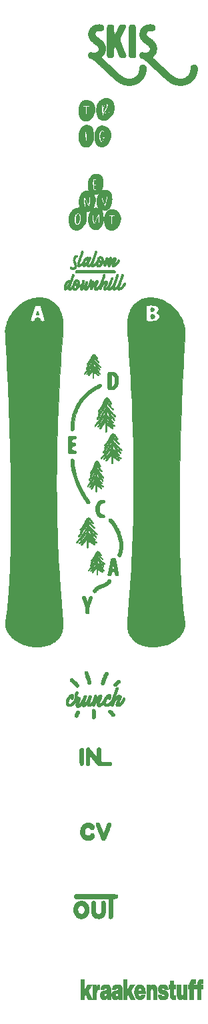
<source format=gbr>
G04 #@! TF.GenerationSoftware,KiCad,Pcbnew,(5.1.5)-2*
G04 #@! TF.CreationDate,2020-03-02T00:09:00+01:00*
G04 #@! TF.ProjectId,Skis - panel,536b6973-202d-4207-9061-6e656c2e6b69,rev?*
G04 #@! TF.SameCoordinates,Original*
G04 #@! TF.FileFunction,Legend,Top*
G04 #@! TF.FilePolarity,Positive*
%FSLAX46Y46*%
G04 Gerber Fmt 4.6, Leading zero omitted, Abs format (unit mm)*
G04 Created by KiCad (PCBNEW (5.1.5)-2) date 2020-03-02 00:09:00*
%MOMM*%
%LPD*%
G04 APERTURE LIST*
%ADD10C,0.010000*%
%ADD11C,0.150000*%
G04 APERTURE END LIST*
D10*
G36*
X40472632Y-113381680D02*
G01*
X40509322Y-113389680D01*
X40539034Y-113401762D01*
X40573390Y-113426009D01*
X40603525Y-113458432D01*
X40628529Y-113497602D01*
X40647493Y-113542090D01*
X40659508Y-113590466D01*
X40659658Y-113591378D01*
X40660527Y-113602046D01*
X40661319Y-113622862D01*
X40662036Y-113653811D01*
X40662675Y-113694881D01*
X40663239Y-113746059D01*
X40663726Y-113807332D01*
X40664135Y-113878688D01*
X40664469Y-113960113D01*
X40664725Y-114051594D01*
X40664904Y-114153118D01*
X40665006Y-114264674D01*
X40665032Y-114353523D01*
X40665071Y-115082778D01*
X40679776Y-115105967D01*
X40703847Y-115134599D01*
X40735915Y-115157138D01*
X40776068Y-115173633D01*
X40807931Y-115181405D01*
X40816432Y-115182146D01*
X40834355Y-115183013D01*
X40860961Y-115183987D01*
X40895512Y-115185050D01*
X40937272Y-115186186D01*
X40985502Y-115187375D01*
X41039465Y-115188600D01*
X41098423Y-115189844D01*
X41161638Y-115191087D01*
X41228372Y-115192313D01*
X41297888Y-115193503D01*
X41324021Y-115193929D01*
X41398596Y-115195175D01*
X41469641Y-115196460D01*
X41536497Y-115197766D01*
X41598506Y-115199076D01*
X41655010Y-115200375D01*
X41705348Y-115201646D01*
X41748864Y-115202871D01*
X41784897Y-115204034D01*
X41812788Y-115205118D01*
X41831881Y-115206107D01*
X41841514Y-115206985D01*
X41841791Y-115207036D01*
X41876346Y-115218580D01*
X41910670Y-115238564D01*
X41942827Y-115265410D01*
X41970881Y-115297542D01*
X41990025Y-115327775D01*
X42009085Y-115371269D01*
X42019989Y-115415760D01*
X42023590Y-115463228D01*
X42023385Y-115486848D01*
X42021863Y-115503922D01*
X42018360Y-115518042D01*
X42012215Y-115532801D01*
X42009877Y-115537647D01*
X41989055Y-115568658D01*
X41959935Y-115594025D01*
X41922759Y-115613610D01*
X41877769Y-115627270D01*
X41845730Y-115632745D01*
X41833683Y-115633566D01*
X41811503Y-115634250D01*
X41779213Y-115634796D01*
X41736838Y-115635205D01*
X41684404Y-115635477D01*
X41621935Y-115635611D01*
X41549456Y-115635608D01*
X41466992Y-115635468D01*
X41374568Y-115635190D01*
X41272208Y-115634774D01*
X41159937Y-115634221D01*
X41101951Y-115633904D01*
X41001566Y-115633346D01*
X40910814Y-115632847D01*
X40829167Y-115632381D01*
X40756098Y-115631926D01*
X40691080Y-115631456D01*
X40633585Y-115630949D01*
X40583087Y-115630378D01*
X40539058Y-115629721D01*
X40500972Y-115628954D01*
X40468300Y-115628051D01*
X40440516Y-115626990D01*
X40417092Y-115625746D01*
X40397501Y-115624294D01*
X40381217Y-115622611D01*
X40367711Y-115620672D01*
X40356457Y-115618454D01*
X40346927Y-115615933D01*
X40338594Y-115613083D01*
X40330932Y-115609881D01*
X40323412Y-115606304D01*
X40315508Y-115602326D01*
X40306692Y-115597923D01*
X40305751Y-115597464D01*
X40284995Y-115584769D01*
X40259566Y-115565031D01*
X40230691Y-115539475D01*
X40199597Y-115509329D01*
X40167510Y-115475820D01*
X40135658Y-115440176D01*
X40105268Y-115403622D01*
X40082667Y-115374328D01*
X40076262Y-115365981D01*
X40064057Y-115350353D01*
X40046580Y-115328110D01*
X40024357Y-115299921D01*
X39997917Y-115266451D01*
X39967787Y-115228368D01*
X39934495Y-115186340D01*
X39898567Y-115141034D01*
X39860533Y-115093116D01*
X39820919Y-115043253D01*
X39809499Y-115028888D01*
X39768104Y-114976813D01*
X39727073Y-114925188D01*
X39687066Y-114874837D01*
X39648738Y-114826590D01*
X39612747Y-114781272D01*
X39579749Y-114739712D01*
X39550401Y-114702737D01*
X39525360Y-114671173D01*
X39505284Y-114645849D01*
X39490829Y-114627590D01*
X39490043Y-114626596D01*
X39467393Y-114598096D01*
X39449775Y-114576457D01*
X39436022Y-114560495D01*
X39424965Y-114549022D01*
X39415437Y-114540852D01*
X39406268Y-114534799D01*
X39396290Y-114529677D01*
X39393179Y-114528242D01*
X39366503Y-114519053D01*
X39343169Y-114517773D01*
X39322449Y-114524841D01*
X39303618Y-114540698D01*
X39285949Y-114565783D01*
X39268716Y-114600536D01*
X39266926Y-114604708D01*
X39265671Y-114609941D01*
X39264537Y-114619781D01*
X39263512Y-114634766D01*
X39262584Y-114655435D01*
X39261740Y-114682329D01*
X39260970Y-114715987D01*
X39260261Y-114756947D01*
X39259602Y-114805751D01*
X39258980Y-114862936D01*
X39258385Y-114929042D01*
X39257803Y-115004609D01*
X39257632Y-115028888D01*
X39257122Y-115104304D01*
X39256670Y-115170285D01*
X39256222Y-115227554D01*
X39255725Y-115276836D01*
X39255124Y-115318854D01*
X39254366Y-115354332D01*
X39253398Y-115383995D01*
X39252164Y-115408566D01*
X39250613Y-115428769D01*
X39248689Y-115445328D01*
X39246339Y-115458967D01*
X39243510Y-115470410D01*
X39240148Y-115480380D01*
X39236198Y-115489603D01*
X39231608Y-115498801D01*
X39226323Y-115508699D01*
X39221312Y-115518074D01*
X39194896Y-115558000D01*
X39162186Y-115590226D01*
X39123898Y-115614401D01*
X39080752Y-115630178D01*
X39033466Y-115637206D01*
X38982758Y-115635137D01*
X38981051Y-115634911D01*
X38941645Y-115624642D01*
X38904947Y-115605485D01*
X38872081Y-115578586D01*
X38844173Y-115545094D01*
X38822345Y-115506155D01*
X38807724Y-115462917D01*
X38806324Y-115456627D01*
X38805547Y-115449229D01*
X38804832Y-115434655D01*
X38804180Y-115412688D01*
X38803588Y-115383112D01*
X38803056Y-115345708D01*
X38802582Y-115300259D01*
X38802164Y-115246548D01*
X38801803Y-115184358D01*
X38801495Y-115113470D01*
X38801240Y-115033668D01*
X38801037Y-114944733D01*
X38800883Y-114846450D01*
X38800779Y-114738600D01*
X38800723Y-114620965D01*
X38800711Y-114529070D01*
X38800712Y-114416844D01*
X38800722Y-114314317D01*
X38800743Y-114221030D01*
X38800782Y-114136523D01*
X38800842Y-114060334D01*
X38800930Y-113992003D01*
X38801050Y-113931071D01*
X38801206Y-113877077D01*
X38801405Y-113829561D01*
X38801651Y-113788062D01*
X38801949Y-113752120D01*
X38802303Y-113721275D01*
X38802720Y-113695067D01*
X38803203Y-113673035D01*
X38803758Y-113654719D01*
X38804389Y-113639659D01*
X38805103Y-113627394D01*
X38805903Y-113617465D01*
X38806795Y-113609410D01*
X38807783Y-113602770D01*
X38808873Y-113597085D01*
X38810070Y-113591893D01*
X38810856Y-113588764D01*
X38828631Y-113537114D01*
X38853494Y-113492600D01*
X38885038Y-113455538D01*
X38922855Y-113426246D01*
X38966536Y-113405041D01*
X39015675Y-113392242D01*
X39068413Y-113388159D01*
X39095013Y-113389453D01*
X39117320Y-113393922D01*
X39137616Y-113402696D01*
X39158180Y-113416906D01*
X39181292Y-113437683D01*
X39194124Y-113450486D01*
X39206166Y-113463433D01*
X39223671Y-113483177D01*
X39245714Y-113508613D01*
X39271372Y-113538635D01*
X39299721Y-113572138D01*
X39329836Y-113608018D01*
X39360794Y-113645170D01*
X39391670Y-113682488D01*
X39421541Y-113718867D01*
X39449483Y-113753202D01*
X39474572Y-113784389D01*
X39495883Y-113811321D01*
X39496555Y-113812181D01*
X39507558Y-113825993D01*
X39523837Y-113846070D01*
X39544141Y-113870889D01*
X39567223Y-113898927D01*
X39591832Y-113928661D01*
X39611181Y-113951928D01*
X39635891Y-113981702D01*
X39665438Y-114017512D01*
X39698283Y-114057484D01*
X39732890Y-114099739D01*
X39767721Y-114142404D01*
X39801238Y-114183602D01*
X39819343Y-114205928D01*
X39870529Y-114269118D01*
X39915738Y-114324885D01*
X39955375Y-114373708D01*
X39989846Y-114416069D01*
X40019557Y-114452448D01*
X40044913Y-114483326D01*
X40066322Y-114509183D01*
X40084188Y-114530499D01*
X40098917Y-114547756D01*
X40110915Y-114561434D01*
X40120589Y-114572014D01*
X40128343Y-114579975D01*
X40134583Y-114585800D01*
X40139716Y-114589968D01*
X40144148Y-114592960D01*
X40147949Y-114595085D01*
X40158977Y-114599912D01*
X40166132Y-114599222D01*
X40172744Y-114594155D01*
X40176286Y-114590799D01*
X40179425Y-114587121D01*
X40182190Y-114582511D01*
X40184608Y-114576362D01*
X40186708Y-114568068D01*
X40188519Y-114557019D01*
X40190069Y-114542608D01*
X40191387Y-114524228D01*
X40192500Y-114501270D01*
X40193438Y-114473128D01*
X40194228Y-114439192D01*
X40194900Y-114398856D01*
X40195482Y-114351512D01*
X40196001Y-114296552D01*
X40196488Y-114233368D01*
X40196969Y-114161352D01*
X40197474Y-114079897D01*
X40197572Y-114063688D01*
X40198069Y-113982628D01*
X40198524Y-113911093D01*
X40198954Y-113848446D01*
X40199377Y-113794050D01*
X40199810Y-113747270D01*
X40200269Y-113707470D01*
X40200771Y-113674014D01*
X40201334Y-113646265D01*
X40201974Y-113623588D01*
X40202708Y-113605347D01*
X40203554Y-113590906D01*
X40204527Y-113579628D01*
X40205646Y-113570878D01*
X40206927Y-113564019D01*
X40208387Y-113558417D01*
X40210043Y-113553434D01*
X40211265Y-113550141D01*
X40232165Y-113501752D01*
X40255132Y-113462637D01*
X40281047Y-113431983D01*
X40310794Y-113408973D01*
X40345255Y-113392792D01*
X40385313Y-113382624D01*
X40394103Y-113381236D01*
X40433128Y-113378710D01*
X40472632Y-113381680D01*
G37*
X40472632Y-113381680D02*
X40509322Y-113389680D01*
X40539034Y-113401762D01*
X40573390Y-113426009D01*
X40603525Y-113458432D01*
X40628529Y-113497602D01*
X40647493Y-113542090D01*
X40659508Y-113590466D01*
X40659658Y-113591378D01*
X40660527Y-113602046D01*
X40661319Y-113622862D01*
X40662036Y-113653811D01*
X40662675Y-113694881D01*
X40663239Y-113746059D01*
X40663726Y-113807332D01*
X40664135Y-113878688D01*
X40664469Y-113960113D01*
X40664725Y-114051594D01*
X40664904Y-114153118D01*
X40665006Y-114264674D01*
X40665032Y-114353523D01*
X40665071Y-115082778D01*
X40679776Y-115105967D01*
X40703847Y-115134599D01*
X40735915Y-115157138D01*
X40776068Y-115173633D01*
X40807931Y-115181405D01*
X40816432Y-115182146D01*
X40834355Y-115183013D01*
X40860961Y-115183987D01*
X40895512Y-115185050D01*
X40937272Y-115186186D01*
X40985502Y-115187375D01*
X41039465Y-115188600D01*
X41098423Y-115189844D01*
X41161638Y-115191087D01*
X41228372Y-115192313D01*
X41297888Y-115193503D01*
X41324021Y-115193929D01*
X41398596Y-115195175D01*
X41469641Y-115196460D01*
X41536497Y-115197766D01*
X41598506Y-115199076D01*
X41655010Y-115200375D01*
X41705348Y-115201646D01*
X41748864Y-115202871D01*
X41784897Y-115204034D01*
X41812788Y-115205118D01*
X41831881Y-115206107D01*
X41841514Y-115206985D01*
X41841791Y-115207036D01*
X41876346Y-115218580D01*
X41910670Y-115238564D01*
X41942827Y-115265410D01*
X41970881Y-115297542D01*
X41990025Y-115327775D01*
X42009085Y-115371269D01*
X42019989Y-115415760D01*
X42023590Y-115463228D01*
X42023385Y-115486848D01*
X42021863Y-115503922D01*
X42018360Y-115518042D01*
X42012215Y-115532801D01*
X42009877Y-115537647D01*
X41989055Y-115568658D01*
X41959935Y-115594025D01*
X41922759Y-115613610D01*
X41877769Y-115627270D01*
X41845730Y-115632745D01*
X41833683Y-115633566D01*
X41811503Y-115634250D01*
X41779213Y-115634796D01*
X41736838Y-115635205D01*
X41684404Y-115635477D01*
X41621935Y-115635611D01*
X41549456Y-115635608D01*
X41466992Y-115635468D01*
X41374568Y-115635190D01*
X41272208Y-115634774D01*
X41159937Y-115634221D01*
X41101951Y-115633904D01*
X41001566Y-115633346D01*
X40910814Y-115632847D01*
X40829167Y-115632381D01*
X40756098Y-115631926D01*
X40691080Y-115631456D01*
X40633585Y-115630949D01*
X40583087Y-115630378D01*
X40539058Y-115629721D01*
X40500972Y-115628954D01*
X40468300Y-115628051D01*
X40440516Y-115626990D01*
X40417092Y-115625746D01*
X40397501Y-115624294D01*
X40381217Y-115622611D01*
X40367711Y-115620672D01*
X40356457Y-115618454D01*
X40346927Y-115615933D01*
X40338594Y-115613083D01*
X40330932Y-115609881D01*
X40323412Y-115606304D01*
X40315508Y-115602326D01*
X40306692Y-115597923D01*
X40305751Y-115597464D01*
X40284995Y-115584769D01*
X40259566Y-115565031D01*
X40230691Y-115539475D01*
X40199597Y-115509329D01*
X40167510Y-115475820D01*
X40135658Y-115440176D01*
X40105268Y-115403622D01*
X40082667Y-115374328D01*
X40076262Y-115365981D01*
X40064057Y-115350353D01*
X40046580Y-115328110D01*
X40024357Y-115299921D01*
X39997917Y-115266451D01*
X39967787Y-115228368D01*
X39934495Y-115186340D01*
X39898567Y-115141034D01*
X39860533Y-115093116D01*
X39820919Y-115043253D01*
X39809499Y-115028888D01*
X39768104Y-114976813D01*
X39727073Y-114925188D01*
X39687066Y-114874837D01*
X39648738Y-114826590D01*
X39612747Y-114781272D01*
X39579749Y-114739712D01*
X39550401Y-114702737D01*
X39525360Y-114671173D01*
X39505284Y-114645849D01*
X39490829Y-114627590D01*
X39490043Y-114626596D01*
X39467393Y-114598096D01*
X39449775Y-114576457D01*
X39436022Y-114560495D01*
X39424965Y-114549022D01*
X39415437Y-114540852D01*
X39406268Y-114534799D01*
X39396290Y-114529677D01*
X39393179Y-114528242D01*
X39366503Y-114519053D01*
X39343169Y-114517773D01*
X39322449Y-114524841D01*
X39303618Y-114540698D01*
X39285949Y-114565783D01*
X39268716Y-114600536D01*
X39266926Y-114604708D01*
X39265671Y-114609941D01*
X39264537Y-114619781D01*
X39263512Y-114634766D01*
X39262584Y-114655435D01*
X39261740Y-114682329D01*
X39260970Y-114715987D01*
X39260261Y-114756947D01*
X39259602Y-114805751D01*
X39258980Y-114862936D01*
X39258385Y-114929042D01*
X39257803Y-115004609D01*
X39257632Y-115028888D01*
X39257122Y-115104304D01*
X39256670Y-115170285D01*
X39256222Y-115227554D01*
X39255725Y-115276836D01*
X39255124Y-115318854D01*
X39254366Y-115354332D01*
X39253398Y-115383995D01*
X39252164Y-115408566D01*
X39250613Y-115428769D01*
X39248689Y-115445328D01*
X39246339Y-115458967D01*
X39243510Y-115470410D01*
X39240148Y-115480380D01*
X39236198Y-115489603D01*
X39231608Y-115498801D01*
X39226323Y-115508699D01*
X39221312Y-115518074D01*
X39194896Y-115558000D01*
X39162186Y-115590226D01*
X39123898Y-115614401D01*
X39080752Y-115630178D01*
X39033466Y-115637206D01*
X38982758Y-115635137D01*
X38981051Y-115634911D01*
X38941645Y-115624642D01*
X38904947Y-115605485D01*
X38872081Y-115578586D01*
X38844173Y-115545094D01*
X38822345Y-115506155D01*
X38807724Y-115462917D01*
X38806324Y-115456627D01*
X38805547Y-115449229D01*
X38804832Y-115434655D01*
X38804180Y-115412688D01*
X38803588Y-115383112D01*
X38803056Y-115345708D01*
X38802582Y-115300259D01*
X38802164Y-115246548D01*
X38801803Y-115184358D01*
X38801495Y-115113470D01*
X38801240Y-115033668D01*
X38801037Y-114944733D01*
X38800883Y-114846450D01*
X38800779Y-114738600D01*
X38800723Y-114620965D01*
X38800711Y-114529070D01*
X38800712Y-114416844D01*
X38800722Y-114314317D01*
X38800743Y-114221030D01*
X38800782Y-114136523D01*
X38800842Y-114060334D01*
X38800930Y-113992003D01*
X38801050Y-113931071D01*
X38801206Y-113877077D01*
X38801405Y-113829561D01*
X38801651Y-113788062D01*
X38801949Y-113752120D01*
X38802303Y-113721275D01*
X38802720Y-113695067D01*
X38803203Y-113673035D01*
X38803758Y-113654719D01*
X38804389Y-113639659D01*
X38805103Y-113627394D01*
X38805903Y-113617465D01*
X38806795Y-113609410D01*
X38807783Y-113602770D01*
X38808873Y-113597085D01*
X38810070Y-113591893D01*
X38810856Y-113588764D01*
X38828631Y-113537114D01*
X38853494Y-113492600D01*
X38885038Y-113455538D01*
X38922855Y-113426246D01*
X38966536Y-113405041D01*
X39015675Y-113392242D01*
X39068413Y-113388159D01*
X39095013Y-113389453D01*
X39117320Y-113393922D01*
X39137616Y-113402696D01*
X39158180Y-113416906D01*
X39181292Y-113437683D01*
X39194124Y-113450486D01*
X39206166Y-113463433D01*
X39223671Y-113483177D01*
X39245714Y-113508613D01*
X39271372Y-113538635D01*
X39299721Y-113572138D01*
X39329836Y-113608018D01*
X39360794Y-113645170D01*
X39391670Y-113682488D01*
X39421541Y-113718867D01*
X39449483Y-113753202D01*
X39474572Y-113784389D01*
X39495883Y-113811321D01*
X39496555Y-113812181D01*
X39507558Y-113825993D01*
X39523837Y-113846070D01*
X39544141Y-113870889D01*
X39567223Y-113898927D01*
X39591832Y-113928661D01*
X39611181Y-113951928D01*
X39635891Y-113981702D01*
X39665438Y-114017512D01*
X39698283Y-114057484D01*
X39732890Y-114099739D01*
X39767721Y-114142404D01*
X39801238Y-114183602D01*
X39819343Y-114205928D01*
X39870529Y-114269118D01*
X39915738Y-114324885D01*
X39955375Y-114373708D01*
X39989846Y-114416069D01*
X40019557Y-114452448D01*
X40044913Y-114483326D01*
X40066322Y-114509183D01*
X40084188Y-114530499D01*
X40098917Y-114547756D01*
X40110915Y-114561434D01*
X40120589Y-114572014D01*
X40128343Y-114579975D01*
X40134583Y-114585800D01*
X40139716Y-114589968D01*
X40144148Y-114592960D01*
X40147949Y-114595085D01*
X40158977Y-114599912D01*
X40166132Y-114599222D01*
X40172744Y-114594155D01*
X40176286Y-114590799D01*
X40179425Y-114587121D01*
X40182190Y-114582511D01*
X40184608Y-114576362D01*
X40186708Y-114568068D01*
X40188519Y-114557019D01*
X40190069Y-114542608D01*
X40191387Y-114524228D01*
X40192500Y-114501270D01*
X40193438Y-114473128D01*
X40194228Y-114439192D01*
X40194900Y-114398856D01*
X40195482Y-114351512D01*
X40196001Y-114296552D01*
X40196488Y-114233368D01*
X40196969Y-114161352D01*
X40197474Y-114079897D01*
X40197572Y-114063688D01*
X40198069Y-113982628D01*
X40198524Y-113911093D01*
X40198954Y-113848446D01*
X40199377Y-113794050D01*
X40199810Y-113747270D01*
X40200269Y-113707470D01*
X40200771Y-113674014D01*
X40201334Y-113646265D01*
X40201974Y-113623588D01*
X40202708Y-113605347D01*
X40203554Y-113590906D01*
X40204527Y-113579628D01*
X40205646Y-113570878D01*
X40206927Y-113564019D01*
X40208387Y-113558417D01*
X40210043Y-113553434D01*
X40211265Y-113550141D01*
X40232165Y-113501752D01*
X40255132Y-113462637D01*
X40281047Y-113431983D01*
X40310794Y-113408973D01*
X40345255Y-113392792D01*
X40385313Y-113382624D01*
X40394103Y-113381236D01*
X40433128Y-113378710D01*
X40472632Y-113381680D01*
G36*
X38299898Y-113430322D02*
G01*
X38346562Y-113445188D01*
X38390435Y-113469515D01*
X38408593Y-113483132D01*
X38434763Y-113509911D01*
X38455181Y-113543341D01*
X38467242Y-113573468D01*
X38468517Y-113577443D01*
X38469681Y-113581690D01*
X38470740Y-113586669D01*
X38471698Y-113592837D01*
X38472560Y-113600653D01*
X38473333Y-113610577D01*
X38474021Y-113623067D01*
X38474629Y-113638582D01*
X38475163Y-113657581D01*
X38475629Y-113680522D01*
X38476030Y-113707865D01*
X38476373Y-113740068D01*
X38476663Y-113777591D01*
X38476905Y-113820891D01*
X38477105Y-113870428D01*
X38477266Y-113926660D01*
X38477396Y-113990047D01*
X38477499Y-114061048D01*
X38477580Y-114140120D01*
X38477645Y-114227723D01*
X38477699Y-114324316D01*
X38477746Y-114430357D01*
X38477772Y-114492948D01*
X38477813Y-114604678D01*
X38477840Y-114706711D01*
X38477847Y-114799509D01*
X38477830Y-114883534D01*
X38477786Y-114959250D01*
X38477709Y-115027118D01*
X38477595Y-115087601D01*
X38477440Y-115141161D01*
X38477239Y-115188262D01*
X38476988Y-115229364D01*
X38476682Y-115264932D01*
X38476318Y-115295428D01*
X38475890Y-115321313D01*
X38475394Y-115343051D01*
X38474826Y-115361103D01*
X38474181Y-115375933D01*
X38473456Y-115388003D01*
X38472645Y-115397776D01*
X38471744Y-115405713D01*
X38470748Y-115412278D01*
X38469654Y-115417933D01*
X38468905Y-115421267D01*
X38452411Y-115477224D01*
X38431203Y-115524947D01*
X38405470Y-115564183D01*
X38375401Y-115594681D01*
X38341183Y-115616191D01*
X38315895Y-115625486D01*
X38292877Y-115630313D01*
X38265645Y-115633848D01*
X38238387Y-115635721D01*
X38215292Y-115635561D01*
X38208891Y-115634946D01*
X38160393Y-115623902D01*
X38117724Y-115604665D01*
X38081353Y-115577664D01*
X38051750Y-115543330D01*
X38029385Y-115502092D01*
X38015515Y-115458025D01*
X38014230Y-115451084D01*
X38013058Y-115441949D01*
X38011987Y-115430049D01*
X38011004Y-115414810D01*
X38010095Y-115395660D01*
X38009249Y-115372025D01*
X38008452Y-115343334D01*
X38007691Y-115309014D01*
X38006954Y-115268492D01*
X38006229Y-115221195D01*
X38005501Y-115166550D01*
X38004758Y-115103986D01*
X38003988Y-115032929D01*
X38003178Y-114952807D01*
X38002393Y-114871408D01*
X38001339Y-114750511D01*
X38000498Y-114633534D01*
X37999867Y-114520874D01*
X37999444Y-114412929D01*
X37999225Y-114310097D01*
X37999209Y-114212775D01*
X37999392Y-114121362D01*
X37999772Y-114036256D01*
X38000346Y-113957855D01*
X38001111Y-113886556D01*
X38002065Y-113822757D01*
X38003205Y-113766856D01*
X38004527Y-113719252D01*
X38006031Y-113680342D01*
X38007712Y-113650525D01*
X38009567Y-113630197D01*
X38010928Y-113621996D01*
X38027687Y-113572185D01*
X38052764Y-113527184D01*
X38081891Y-113491883D01*
X38107371Y-113468800D01*
X38133058Y-113452009D01*
X38162141Y-113439861D01*
X38197810Y-113430709D01*
X38201817Y-113429904D01*
X38251348Y-113425149D01*
X38299898Y-113430322D01*
G37*
X38299898Y-113430322D02*
X38346562Y-113445188D01*
X38390435Y-113469515D01*
X38408593Y-113483132D01*
X38434763Y-113509911D01*
X38455181Y-113543341D01*
X38467242Y-113573468D01*
X38468517Y-113577443D01*
X38469681Y-113581690D01*
X38470740Y-113586669D01*
X38471698Y-113592837D01*
X38472560Y-113600653D01*
X38473333Y-113610577D01*
X38474021Y-113623067D01*
X38474629Y-113638582D01*
X38475163Y-113657581D01*
X38475629Y-113680522D01*
X38476030Y-113707865D01*
X38476373Y-113740068D01*
X38476663Y-113777591D01*
X38476905Y-113820891D01*
X38477105Y-113870428D01*
X38477266Y-113926660D01*
X38477396Y-113990047D01*
X38477499Y-114061048D01*
X38477580Y-114140120D01*
X38477645Y-114227723D01*
X38477699Y-114324316D01*
X38477746Y-114430357D01*
X38477772Y-114492948D01*
X38477813Y-114604678D01*
X38477840Y-114706711D01*
X38477847Y-114799509D01*
X38477830Y-114883534D01*
X38477786Y-114959250D01*
X38477709Y-115027118D01*
X38477595Y-115087601D01*
X38477440Y-115141161D01*
X38477239Y-115188262D01*
X38476988Y-115229364D01*
X38476682Y-115264932D01*
X38476318Y-115295428D01*
X38475890Y-115321313D01*
X38475394Y-115343051D01*
X38474826Y-115361103D01*
X38474181Y-115375933D01*
X38473456Y-115388003D01*
X38472645Y-115397776D01*
X38471744Y-115405713D01*
X38470748Y-115412278D01*
X38469654Y-115417933D01*
X38468905Y-115421267D01*
X38452411Y-115477224D01*
X38431203Y-115524947D01*
X38405470Y-115564183D01*
X38375401Y-115594681D01*
X38341183Y-115616191D01*
X38315895Y-115625486D01*
X38292877Y-115630313D01*
X38265645Y-115633848D01*
X38238387Y-115635721D01*
X38215292Y-115635561D01*
X38208891Y-115634946D01*
X38160393Y-115623902D01*
X38117724Y-115604665D01*
X38081353Y-115577664D01*
X38051750Y-115543330D01*
X38029385Y-115502092D01*
X38015515Y-115458025D01*
X38014230Y-115451084D01*
X38013058Y-115441949D01*
X38011987Y-115430049D01*
X38011004Y-115414810D01*
X38010095Y-115395660D01*
X38009249Y-115372025D01*
X38008452Y-115343334D01*
X38007691Y-115309014D01*
X38006954Y-115268492D01*
X38006229Y-115221195D01*
X38005501Y-115166550D01*
X38004758Y-115103986D01*
X38003988Y-115032929D01*
X38003178Y-114952807D01*
X38002393Y-114871408D01*
X38001339Y-114750511D01*
X38000498Y-114633534D01*
X37999867Y-114520874D01*
X37999444Y-114412929D01*
X37999225Y-114310097D01*
X37999209Y-114212775D01*
X37999392Y-114121362D01*
X37999772Y-114036256D01*
X38000346Y-113957855D01*
X38001111Y-113886556D01*
X38002065Y-113822757D01*
X38003205Y-113766856D01*
X38004527Y-113719252D01*
X38006031Y-113680342D01*
X38007712Y-113650525D01*
X38009567Y-113630197D01*
X38010928Y-113621996D01*
X38027687Y-113572185D01*
X38052764Y-113527184D01*
X38081891Y-113491883D01*
X38107371Y-113468800D01*
X38133058Y-113452009D01*
X38162141Y-113439861D01*
X38197810Y-113430709D01*
X38201817Y-113429904D01*
X38251348Y-113425149D01*
X38299898Y-113430322D01*
G36*
X40349907Y-122911900D02*
G01*
X40370570Y-122917609D01*
X40392174Y-122926751D01*
X40396068Y-122928641D01*
X40435247Y-122953277D01*
X40470838Y-122986228D01*
X40501464Y-123025893D01*
X40525743Y-123070670D01*
X40532341Y-123086863D01*
X40537815Y-123101307D01*
X40546338Y-123123561D01*
X40557271Y-123151970D01*
X40569976Y-123184878D01*
X40583815Y-123220629D01*
X40598149Y-123257566D01*
X40598255Y-123257840D01*
X40613754Y-123298017D01*
X40632225Y-123346392D01*
X40653163Y-123401613D01*
X40676063Y-123462331D01*
X40700421Y-123527196D01*
X40725732Y-123594857D01*
X40751490Y-123663966D01*
X40777193Y-123733172D01*
X40802333Y-123801124D01*
X40826408Y-123866474D01*
X40848911Y-123927871D01*
X40853894Y-123941518D01*
X40876955Y-124004425D01*
X40897012Y-124058413D01*
X40914369Y-124104169D01*
X40929329Y-124142381D01*
X40942194Y-124173737D01*
X40953268Y-124198924D01*
X40962852Y-124218630D01*
X40971252Y-124233543D01*
X40978768Y-124244351D01*
X40985705Y-124251740D01*
X40992365Y-124256399D01*
X40992684Y-124256567D01*
X41011362Y-124261066D01*
X41030975Y-124257754D01*
X41041924Y-124251624D01*
X41047717Y-124245880D01*
X41054129Y-124237044D01*
X41061428Y-124224473D01*
X41069885Y-124207522D01*
X41079767Y-124185545D01*
X41091345Y-124157898D01*
X41104887Y-124123937D01*
X41120664Y-124083017D01*
X41138943Y-124034493D01*
X41159995Y-123977721D01*
X41184089Y-123912056D01*
X41186470Y-123905540D01*
X41207116Y-123849194D01*
X41229255Y-123789098D01*
X41252429Y-123726472D01*
X41276181Y-123662534D01*
X41300055Y-123598504D01*
X41323592Y-123535602D01*
X41346337Y-123475046D01*
X41367832Y-123418056D01*
X41387619Y-123365852D01*
X41405243Y-123319652D01*
X41420246Y-123280677D01*
X41431139Y-123252760D01*
X41444068Y-123219719D01*
X41456806Y-123186752D01*
X41468475Y-123156166D01*
X41478194Y-123130269D01*
X41485084Y-123111366D01*
X41485383Y-123110520D01*
X41508322Y-123057377D01*
X41537096Y-123010920D01*
X41571062Y-122971945D01*
X41609577Y-122941245D01*
X41633231Y-122927798D01*
X41652778Y-122919066D01*
X41671333Y-122913183D01*
X41690864Y-122910049D01*
X41713336Y-122909567D01*
X41740716Y-122911636D01*
X41774970Y-122916158D01*
X41796884Y-122919564D01*
X41878164Y-122932616D01*
X41900314Y-122956798D01*
X41924271Y-122988990D01*
X41943566Y-123026914D01*
X41956188Y-123066494D01*
X41957435Y-123072607D01*
X41959986Y-123089643D01*
X41961252Y-123107577D01*
X41961064Y-123126964D01*
X41959253Y-123148357D01*
X41955649Y-123172312D01*
X41950083Y-123199382D01*
X41942387Y-123230122D01*
X41932391Y-123265087D01*
X41919926Y-123304830D01*
X41904824Y-123349907D01*
X41886915Y-123400871D01*
X41866029Y-123458278D01*
X41841999Y-123522681D01*
X41814654Y-123594634D01*
X41783826Y-123674693D01*
X41749346Y-123763412D01*
X41737490Y-123793780D01*
X41681218Y-123937661D01*
X41628519Y-124072141D01*
X41579397Y-124197213D01*
X41533854Y-124312870D01*
X41491893Y-124419103D01*
X41453518Y-124515907D01*
X41418730Y-124603275D01*
X41387532Y-124681198D01*
X41359928Y-124749670D01*
X41335921Y-124808685D01*
X41315513Y-124858234D01*
X41298706Y-124898311D01*
X41285505Y-124928908D01*
X41275911Y-124950019D01*
X41273139Y-124955697D01*
X41251042Y-124995168D01*
X41225368Y-125033908D01*
X41198807Y-125067952D01*
X41191231Y-125076480D01*
X41155334Y-125108605D01*
X41114660Y-125132972D01*
X41070747Y-125149090D01*
X41025133Y-125156470D01*
X40979358Y-125154621D01*
X40958684Y-125150540D01*
X40919074Y-125136969D01*
X40883156Y-125116417D01*
X40851003Y-125090027D01*
X40826961Y-125064531D01*
X40801713Y-125032568D01*
X40777488Y-124997234D01*
X40756513Y-124961623D01*
X40751257Y-124951487D01*
X40746266Y-124940498D01*
X40737834Y-124920690D01*
X40726215Y-124892708D01*
X40711664Y-124857195D01*
X40694438Y-124814798D01*
X40674790Y-124766160D01*
X40652975Y-124711926D01*
X40629250Y-124652741D01*
X40603869Y-124589249D01*
X40577086Y-124522094D01*
X40549157Y-124451922D01*
X40520338Y-124379378D01*
X40490883Y-124305104D01*
X40461047Y-124229748D01*
X40431085Y-124153952D01*
X40401253Y-124078361D01*
X40371805Y-124003621D01*
X40342997Y-123930375D01*
X40315083Y-123859268D01*
X40288319Y-123790946D01*
X40262959Y-123726052D01*
X40239260Y-123665231D01*
X40217475Y-123609128D01*
X40197861Y-123558387D01*
X40180671Y-123513653D01*
X40166161Y-123475571D01*
X40154587Y-123444785D01*
X40148191Y-123427436D01*
X40124574Y-123360834D01*
X40105295Y-123302387D01*
X40090189Y-123251146D01*
X40079089Y-123206158D01*
X40071830Y-123166473D01*
X40068247Y-123131140D01*
X40068172Y-123099207D01*
X40071440Y-123069725D01*
X40077886Y-123041740D01*
X40079813Y-123035379D01*
X40089645Y-123007221D01*
X40100221Y-122985004D01*
X40112993Y-122967652D01*
X40129417Y-122954093D01*
X40150947Y-122943252D01*
X40179039Y-122934055D01*
X40215146Y-122925428D01*
X40234025Y-122921520D01*
X40272243Y-122914434D01*
X40302875Y-122910406D01*
X40328052Y-122909530D01*
X40349907Y-122911900D01*
G37*
X40349907Y-122911900D02*
X40370570Y-122917609D01*
X40392174Y-122926751D01*
X40396068Y-122928641D01*
X40435247Y-122953277D01*
X40470838Y-122986228D01*
X40501464Y-123025893D01*
X40525743Y-123070670D01*
X40532341Y-123086863D01*
X40537815Y-123101307D01*
X40546338Y-123123561D01*
X40557271Y-123151970D01*
X40569976Y-123184878D01*
X40583815Y-123220629D01*
X40598149Y-123257566D01*
X40598255Y-123257840D01*
X40613754Y-123298017D01*
X40632225Y-123346392D01*
X40653163Y-123401613D01*
X40676063Y-123462331D01*
X40700421Y-123527196D01*
X40725732Y-123594857D01*
X40751490Y-123663966D01*
X40777193Y-123733172D01*
X40802333Y-123801124D01*
X40826408Y-123866474D01*
X40848911Y-123927871D01*
X40853894Y-123941518D01*
X40876955Y-124004425D01*
X40897012Y-124058413D01*
X40914369Y-124104169D01*
X40929329Y-124142381D01*
X40942194Y-124173737D01*
X40953268Y-124198924D01*
X40962852Y-124218630D01*
X40971252Y-124233543D01*
X40978768Y-124244351D01*
X40985705Y-124251740D01*
X40992365Y-124256399D01*
X40992684Y-124256567D01*
X41011362Y-124261066D01*
X41030975Y-124257754D01*
X41041924Y-124251624D01*
X41047717Y-124245880D01*
X41054129Y-124237044D01*
X41061428Y-124224473D01*
X41069885Y-124207522D01*
X41079767Y-124185545D01*
X41091345Y-124157898D01*
X41104887Y-124123937D01*
X41120664Y-124083017D01*
X41138943Y-124034493D01*
X41159995Y-123977721D01*
X41184089Y-123912056D01*
X41186470Y-123905540D01*
X41207116Y-123849194D01*
X41229255Y-123789098D01*
X41252429Y-123726472D01*
X41276181Y-123662534D01*
X41300055Y-123598504D01*
X41323592Y-123535602D01*
X41346337Y-123475046D01*
X41367832Y-123418056D01*
X41387619Y-123365852D01*
X41405243Y-123319652D01*
X41420246Y-123280677D01*
X41431139Y-123252760D01*
X41444068Y-123219719D01*
X41456806Y-123186752D01*
X41468475Y-123156166D01*
X41478194Y-123130269D01*
X41485084Y-123111366D01*
X41485383Y-123110520D01*
X41508322Y-123057377D01*
X41537096Y-123010920D01*
X41571062Y-122971945D01*
X41609577Y-122941245D01*
X41633231Y-122927798D01*
X41652778Y-122919066D01*
X41671333Y-122913183D01*
X41690864Y-122910049D01*
X41713336Y-122909567D01*
X41740716Y-122911636D01*
X41774970Y-122916158D01*
X41796884Y-122919564D01*
X41878164Y-122932616D01*
X41900314Y-122956798D01*
X41924271Y-122988990D01*
X41943566Y-123026914D01*
X41956188Y-123066494D01*
X41957435Y-123072607D01*
X41959986Y-123089643D01*
X41961252Y-123107577D01*
X41961064Y-123126964D01*
X41959253Y-123148357D01*
X41955649Y-123172312D01*
X41950083Y-123199382D01*
X41942387Y-123230122D01*
X41932391Y-123265087D01*
X41919926Y-123304830D01*
X41904824Y-123349907D01*
X41886915Y-123400871D01*
X41866029Y-123458278D01*
X41841999Y-123522681D01*
X41814654Y-123594634D01*
X41783826Y-123674693D01*
X41749346Y-123763412D01*
X41737490Y-123793780D01*
X41681218Y-123937661D01*
X41628519Y-124072141D01*
X41579397Y-124197213D01*
X41533854Y-124312870D01*
X41491893Y-124419103D01*
X41453518Y-124515907D01*
X41418730Y-124603275D01*
X41387532Y-124681198D01*
X41359928Y-124749670D01*
X41335921Y-124808685D01*
X41315513Y-124858234D01*
X41298706Y-124898311D01*
X41285505Y-124928908D01*
X41275911Y-124950019D01*
X41273139Y-124955697D01*
X41251042Y-124995168D01*
X41225368Y-125033908D01*
X41198807Y-125067952D01*
X41191231Y-125076480D01*
X41155334Y-125108605D01*
X41114660Y-125132972D01*
X41070747Y-125149090D01*
X41025133Y-125156470D01*
X40979358Y-125154621D01*
X40958684Y-125150540D01*
X40919074Y-125136969D01*
X40883156Y-125116417D01*
X40851003Y-125090027D01*
X40826961Y-125064531D01*
X40801713Y-125032568D01*
X40777488Y-124997234D01*
X40756513Y-124961623D01*
X40751257Y-124951487D01*
X40746266Y-124940498D01*
X40737834Y-124920690D01*
X40726215Y-124892708D01*
X40711664Y-124857195D01*
X40694438Y-124814798D01*
X40674790Y-124766160D01*
X40652975Y-124711926D01*
X40629250Y-124652741D01*
X40603869Y-124589249D01*
X40577086Y-124522094D01*
X40549157Y-124451922D01*
X40520338Y-124379378D01*
X40490883Y-124305104D01*
X40461047Y-124229748D01*
X40431085Y-124153952D01*
X40401253Y-124078361D01*
X40371805Y-124003621D01*
X40342997Y-123930375D01*
X40315083Y-123859268D01*
X40288319Y-123790946D01*
X40262959Y-123726052D01*
X40239260Y-123665231D01*
X40217475Y-123609128D01*
X40197861Y-123558387D01*
X40180671Y-123513653D01*
X40166161Y-123475571D01*
X40154587Y-123444785D01*
X40148191Y-123427436D01*
X40124574Y-123360834D01*
X40105295Y-123302387D01*
X40090189Y-123251146D01*
X40079089Y-123206158D01*
X40071830Y-123166473D01*
X40068247Y-123131140D01*
X40068172Y-123099207D01*
X40071440Y-123069725D01*
X40077886Y-123041740D01*
X40079813Y-123035379D01*
X40089645Y-123007221D01*
X40100221Y-122985004D01*
X40112993Y-122967652D01*
X40129417Y-122954093D01*
X40150947Y-122943252D01*
X40179039Y-122934055D01*
X40215146Y-122925428D01*
X40234025Y-122921520D01*
X40272243Y-122914434D01*
X40302875Y-122910406D01*
X40328052Y-122909530D01*
X40349907Y-122911900D01*
G36*
X39150661Y-122921165D02*
G01*
X39174663Y-122922000D01*
X39194952Y-122923838D01*
X39214752Y-122927088D01*
X39237284Y-122932159D01*
X39265773Y-122939461D01*
X39265873Y-122939487D01*
X39346190Y-122963845D01*
X39420373Y-122993413D01*
X39489981Y-123029110D01*
X39556571Y-123071853D01*
X39621705Y-123122558D01*
X39686940Y-123182142D01*
X39699423Y-123194491D01*
X39747938Y-123246390D01*
X39787026Y-123295634D01*
X39816950Y-123342617D01*
X39837974Y-123387732D01*
X39846412Y-123414014D01*
X39852185Y-123447020D01*
X39854090Y-123484874D01*
X39852132Y-123523031D01*
X39846321Y-123556949D01*
X39846180Y-123557495D01*
X39831536Y-123600529D01*
X39810417Y-123643891D01*
X39784183Y-123685799D01*
X39754190Y-123724469D01*
X39721798Y-123758116D01*
X39688364Y-123784958D01*
X39661010Y-123800690D01*
X39641937Y-123808283D01*
X39623540Y-123812238D01*
X39601017Y-123813481D01*
X39594704Y-123813480D01*
X39567254Y-123811803D01*
X39541543Y-123806669D01*
X39516143Y-123797334D01*
X39489625Y-123783051D01*
X39460561Y-123763075D01*
X39427524Y-123736661D01*
X39397432Y-123710536D01*
X39354382Y-123672278D01*
X39318111Y-123640219D01*
X39287868Y-123613739D01*
X39262899Y-123592219D01*
X39242455Y-123575038D01*
X39225783Y-123561575D01*
X39212131Y-123551210D01*
X39200748Y-123543323D01*
X39190881Y-123537293D01*
X39181780Y-123532501D01*
X39181530Y-123532379D01*
X39138266Y-123514951D01*
X39094147Y-123504991D01*
X39045509Y-123501685D01*
X39043269Y-123501680D01*
X38984049Y-123506637D01*
X38927018Y-123521326D01*
X38872607Y-123545472D01*
X38821248Y-123578800D01*
X38773370Y-123621034D01*
X38729406Y-123671899D01*
X38693551Y-123724813D01*
X38657685Y-123792974D01*
X38630597Y-123863606D01*
X38612222Y-123935811D01*
X38602492Y-124008693D01*
X38601341Y-124081353D01*
X38608703Y-124152895D01*
X38624512Y-124222421D01*
X38648701Y-124289032D01*
X38681203Y-124351833D01*
X38721953Y-124409925D01*
X38746309Y-124437899D01*
X38791688Y-124481426D01*
X38838091Y-124515747D01*
X38887026Y-124541803D01*
X38939998Y-124560537D01*
X38944464Y-124561749D01*
X38974315Y-124567216D01*
X39010221Y-124570021D01*
X39048431Y-124570174D01*
X39085198Y-124567688D01*
X39116773Y-124562574D01*
X39122252Y-124561205D01*
X39153702Y-124551914D01*
X39182254Y-124541433D01*
X39209160Y-124528913D01*
X39235677Y-124513502D01*
X39263057Y-124494351D01*
X39292557Y-124470609D01*
X39325430Y-124441426D01*
X39362932Y-124405953D01*
X39389142Y-124380343D01*
X39420980Y-124349005D01*
X39446740Y-124324083D01*
X39467616Y-124304902D01*
X39484801Y-124290781D01*
X39499490Y-124281043D01*
X39512875Y-124275011D01*
X39526151Y-124272005D01*
X39540511Y-124271348D01*
X39557148Y-124272361D01*
X39575920Y-124274229D01*
X39631296Y-124283609D01*
X39679401Y-124299854D01*
X39720793Y-124323362D01*
X39756036Y-124354528D01*
X39785689Y-124393748D01*
X39809243Y-124438940D01*
X39826224Y-124484028D01*
X39836293Y-124527108D01*
X39840392Y-124572613D01*
X39840599Y-124586260D01*
X39836413Y-124642186D01*
X39823505Y-124696633D01*
X39801599Y-124750174D01*
X39770415Y-124803381D01*
X39729675Y-124856828D01*
X39686368Y-124903841D01*
X39630868Y-124955647D01*
X39571687Y-125003288D01*
X39510532Y-125045630D01*
X39449111Y-125081543D01*
X39389128Y-125109895D01*
X39357705Y-125121742D01*
X39329417Y-125130644D01*
X39301026Y-125137924D01*
X39271283Y-125143686D01*
X39238937Y-125148036D01*
X39202740Y-125151077D01*
X39161442Y-125152913D01*
X39113794Y-125153650D01*
X39058547Y-125153390D01*
X38994450Y-125152238D01*
X38992724Y-125152199D01*
X38942908Y-125150808D01*
X38902334Y-125149098D01*
X38870085Y-125147008D01*
X38845246Y-125144477D01*
X38826900Y-125141444D01*
X38825084Y-125141041D01*
X38740835Y-125116558D01*
X38658741Y-125082186D01*
X38578911Y-125037991D01*
X38501449Y-124984034D01*
X38426462Y-124920380D01*
X38382783Y-124877643D01*
X38315401Y-124801196D01*
X38254641Y-124717686D01*
X38201047Y-124628191D01*
X38155165Y-124533790D01*
X38117540Y-124435563D01*
X38088717Y-124334587D01*
X38075096Y-124268760D01*
X38067999Y-124216596D01*
X38063489Y-124157020D01*
X38061545Y-124092439D01*
X38062144Y-124025261D01*
X38065264Y-123957892D01*
X38070884Y-123892741D01*
X38078983Y-123832215D01*
X38079038Y-123831880D01*
X38099782Y-123732584D01*
X38129294Y-123633683D01*
X38166696Y-123537714D01*
X38211113Y-123447213D01*
X38213457Y-123442958D01*
X38269363Y-123350365D01*
X38329347Y-123267073D01*
X38393420Y-123193076D01*
X38461592Y-123128363D01*
X38533875Y-123072927D01*
X38610278Y-123026759D01*
X38690814Y-122989852D01*
X38775492Y-122962195D01*
X38850484Y-122945997D01*
X38918967Y-122935752D01*
X38987218Y-122927978D01*
X39052273Y-122922950D01*
X39111167Y-122920945D01*
X39119724Y-122920923D01*
X39150661Y-122921165D01*
G37*
X39150661Y-122921165D02*
X39174663Y-122922000D01*
X39194952Y-122923838D01*
X39214752Y-122927088D01*
X39237284Y-122932159D01*
X39265773Y-122939461D01*
X39265873Y-122939487D01*
X39346190Y-122963845D01*
X39420373Y-122993413D01*
X39489981Y-123029110D01*
X39556571Y-123071853D01*
X39621705Y-123122558D01*
X39686940Y-123182142D01*
X39699423Y-123194491D01*
X39747938Y-123246390D01*
X39787026Y-123295634D01*
X39816950Y-123342617D01*
X39837974Y-123387732D01*
X39846412Y-123414014D01*
X39852185Y-123447020D01*
X39854090Y-123484874D01*
X39852132Y-123523031D01*
X39846321Y-123556949D01*
X39846180Y-123557495D01*
X39831536Y-123600529D01*
X39810417Y-123643891D01*
X39784183Y-123685799D01*
X39754190Y-123724469D01*
X39721798Y-123758116D01*
X39688364Y-123784958D01*
X39661010Y-123800690D01*
X39641937Y-123808283D01*
X39623540Y-123812238D01*
X39601017Y-123813481D01*
X39594704Y-123813480D01*
X39567254Y-123811803D01*
X39541543Y-123806669D01*
X39516143Y-123797334D01*
X39489625Y-123783051D01*
X39460561Y-123763075D01*
X39427524Y-123736661D01*
X39397432Y-123710536D01*
X39354382Y-123672278D01*
X39318111Y-123640219D01*
X39287868Y-123613739D01*
X39262899Y-123592219D01*
X39242455Y-123575038D01*
X39225783Y-123561575D01*
X39212131Y-123551210D01*
X39200748Y-123543323D01*
X39190881Y-123537293D01*
X39181780Y-123532501D01*
X39181530Y-123532379D01*
X39138266Y-123514951D01*
X39094147Y-123504991D01*
X39045509Y-123501685D01*
X39043269Y-123501680D01*
X38984049Y-123506637D01*
X38927018Y-123521326D01*
X38872607Y-123545472D01*
X38821248Y-123578800D01*
X38773370Y-123621034D01*
X38729406Y-123671899D01*
X38693551Y-123724813D01*
X38657685Y-123792974D01*
X38630597Y-123863606D01*
X38612222Y-123935811D01*
X38602492Y-124008693D01*
X38601341Y-124081353D01*
X38608703Y-124152895D01*
X38624512Y-124222421D01*
X38648701Y-124289032D01*
X38681203Y-124351833D01*
X38721953Y-124409925D01*
X38746309Y-124437899D01*
X38791688Y-124481426D01*
X38838091Y-124515747D01*
X38887026Y-124541803D01*
X38939998Y-124560537D01*
X38944464Y-124561749D01*
X38974315Y-124567216D01*
X39010221Y-124570021D01*
X39048431Y-124570174D01*
X39085198Y-124567688D01*
X39116773Y-124562574D01*
X39122252Y-124561205D01*
X39153702Y-124551914D01*
X39182254Y-124541433D01*
X39209160Y-124528913D01*
X39235677Y-124513502D01*
X39263057Y-124494351D01*
X39292557Y-124470609D01*
X39325430Y-124441426D01*
X39362932Y-124405953D01*
X39389142Y-124380343D01*
X39420980Y-124349005D01*
X39446740Y-124324083D01*
X39467616Y-124304902D01*
X39484801Y-124290781D01*
X39499490Y-124281043D01*
X39512875Y-124275011D01*
X39526151Y-124272005D01*
X39540511Y-124271348D01*
X39557148Y-124272361D01*
X39575920Y-124274229D01*
X39631296Y-124283609D01*
X39679401Y-124299854D01*
X39720793Y-124323362D01*
X39756036Y-124354528D01*
X39785689Y-124393748D01*
X39809243Y-124438940D01*
X39826224Y-124484028D01*
X39836293Y-124527108D01*
X39840392Y-124572613D01*
X39840599Y-124586260D01*
X39836413Y-124642186D01*
X39823505Y-124696633D01*
X39801599Y-124750174D01*
X39770415Y-124803381D01*
X39729675Y-124856828D01*
X39686368Y-124903841D01*
X39630868Y-124955647D01*
X39571687Y-125003288D01*
X39510532Y-125045630D01*
X39449111Y-125081543D01*
X39389128Y-125109895D01*
X39357705Y-125121742D01*
X39329417Y-125130644D01*
X39301026Y-125137924D01*
X39271283Y-125143686D01*
X39238937Y-125148036D01*
X39202740Y-125151077D01*
X39161442Y-125152913D01*
X39113794Y-125153650D01*
X39058547Y-125153390D01*
X38994450Y-125152238D01*
X38992724Y-125152199D01*
X38942908Y-125150808D01*
X38902334Y-125149098D01*
X38870085Y-125147008D01*
X38845246Y-125144477D01*
X38826900Y-125141444D01*
X38825084Y-125141041D01*
X38740835Y-125116558D01*
X38658741Y-125082186D01*
X38578911Y-125037991D01*
X38501449Y-124984034D01*
X38426462Y-124920380D01*
X38382783Y-124877643D01*
X38315401Y-124801196D01*
X38254641Y-124717686D01*
X38201047Y-124628191D01*
X38155165Y-124533790D01*
X38117540Y-124435563D01*
X38088717Y-124334587D01*
X38075096Y-124268760D01*
X38067999Y-124216596D01*
X38063489Y-124157020D01*
X38061545Y-124092439D01*
X38062144Y-124025261D01*
X38065264Y-123957892D01*
X38070884Y-123892741D01*
X38078983Y-123832215D01*
X38079038Y-123831880D01*
X38099782Y-123732584D01*
X38129294Y-123633683D01*
X38166696Y-123537714D01*
X38211113Y-123447213D01*
X38213457Y-123442958D01*
X38269363Y-123350365D01*
X38329347Y-123267073D01*
X38393420Y-123193076D01*
X38461592Y-123128363D01*
X38533875Y-123072927D01*
X38610278Y-123026759D01*
X38690814Y-122989852D01*
X38775492Y-122962195D01*
X38850484Y-122945997D01*
X38918967Y-122935752D01*
X38987218Y-122927978D01*
X39052273Y-122922950D01*
X39111167Y-122920945D01*
X39119724Y-122920923D01*
X39150661Y-122921165D01*
G36*
X41201871Y-132027451D02*
G01*
X41363234Y-132027496D01*
X41515309Y-132027565D01*
X41658043Y-132027658D01*
X41791379Y-132027776D01*
X41915263Y-132027917D01*
X42029640Y-132028081D01*
X42134455Y-132028270D01*
X42229653Y-132028482D01*
X42315179Y-132028717D01*
X42390978Y-132028976D01*
X42456996Y-132029259D01*
X42513176Y-132029564D01*
X42559465Y-132029893D01*
X42595806Y-132030245D01*
X42622147Y-132030620D01*
X42638430Y-132031018D01*
X42644395Y-132031387D01*
X42689007Y-132044338D01*
X42727585Y-132065284D01*
X42759597Y-132093679D01*
X42784512Y-132128977D01*
X42801801Y-132170633D01*
X42808575Y-132200122D01*
X42812003Y-132246103D01*
X42807868Y-132293280D01*
X42796894Y-132340066D01*
X42779803Y-132384871D01*
X42757320Y-132426107D01*
X42730169Y-132462185D01*
X42699072Y-132491517D01*
X42666679Y-132511618D01*
X42655416Y-132516521D01*
X42643802Y-132520359D01*
X42630022Y-132523433D01*
X42612259Y-132526047D01*
X42588698Y-132528501D01*
X42557521Y-132531099D01*
X42542794Y-132532224D01*
X42475754Y-132538413D01*
X42417965Y-132546461D01*
X42368617Y-132556829D01*
X42326897Y-132569978D01*
X42291993Y-132586369D01*
X42263093Y-132606465D01*
X42239386Y-132630726D01*
X42220060Y-132659614D01*
X42204303Y-132693590D01*
X42191681Y-132731773D01*
X42189981Y-132737897D01*
X42188464Y-132743964D01*
X42187120Y-132750563D01*
X42185936Y-132758286D01*
X42184902Y-132767724D01*
X42184004Y-132779467D01*
X42183233Y-132794107D01*
X42182575Y-132812235D01*
X42182020Y-132834440D01*
X42181556Y-132861315D01*
X42181171Y-132893450D01*
X42180854Y-132931436D01*
X42180592Y-132975864D01*
X42180375Y-133027325D01*
X42180191Y-133086409D01*
X42180028Y-133153708D01*
X42179874Y-133229813D01*
X42179718Y-133315313D01*
X42179670Y-133342156D01*
X42179389Y-133467145D01*
X42178996Y-133589652D01*
X42178496Y-133709268D01*
X42177894Y-133825581D01*
X42177197Y-133938182D01*
X42176409Y-134046660D01*
X42175535Y-134150606D01*
X42174582Y-134249609D01*
X42173554Y-134343260D01*
X42172457Y-134431148D01*
X42171297Y-134512862D01*
X42170077Y-134587994D01*
X42168805Y-134656132D01*
X42167485Y-134716868D01*
X42166123Y-134769789D01*
X42164723Y-134814488D01*
X42163292Y-134850552D01*
X42161835Y-134877573D01*
X42160357Y-134895141D01*
X42159280Y-134901716D01*
X42142247Y-134946097D01*
X42117077Y-134986614D01*
X42085126Y-135021626D01*
X42047753Y-135049491D01*
X42028463Y-135059764D01*
X41988000Y-135074551D01*
X41942390Y-135084309D01*
X41895367Y-135088571D01*
X41850668Y-135086874D01*
X41832734Y-135084126D01*
X41793681Y-135071600D01*
X41758879Y-135050761D01*
X41729958Y-135022819D01*
X41710779Y-134993539D01*
X41707893Y-134988052D01*
X41705232Y-134983082D01*
X41702787Y-134978217D01*
X41700549Y-134973045D01*
X41698508Y-134967152D01*
X41696655Y-134960128D01*
X41694982Y-134951559D01*
X41693479Y-134941033D01*
X41692137Y-134928137D01*
X41690947Y-134912459D01*
X41689900Y-134893587D01*
X41688986Y-134871108D01*
X41688196Y-134844610D01*
X41687522Y-134813680D01*
X41686954Y-134777906D01*
X41686482Y-134736876D01*
X41686099Y-134690176D01*
X41685794Y-134637395D01*
X41685559Y-134578121D01*
X41685384Y-134511940D01*
X41685260Y-134438440D01*
X41685178Y-134357209D01*
X41685129Y-134267835D01*
X41685104Y-134169905D01*
X41685094Y-134063006D01*
X41685089Y-133946726D01*
X41685081Y-133835118D01*
X41685048Y-133717459D01*
X41684971Y-133604529D01*
X41684853Y-133496689D01*
X41684695Y-133394302D01*
X41684498Y-133297729D01*
X41684265Y-133207332D01*
X41683996Y-133123474D01*
X41683694Y-133046516D01*
X41683359Y-132976820D01*
X41682994Y-132914748D01*
X41682600Y-132860662D01*
X41682178Y-132814924D01*
X41681731Y-132777895D01*
X41681259Y-132749938D01*
X41680765Y-132731415D01*
X41680249Y-132722688D01*
X41680245Y-132722662D01*
X41669132Y-132674434D01*
X41650853Y-132633171D01*
X41625609Y-132599100D01*
X41593603Y-132572449D01*
X41555037Y-132553443D01*
X41521394Y-132544238D01*
X41518473Y-132543667D01*
X41515562Y-132543130D01*
X41512367Y-132542628D01*
X41508595Y-132542161D01*
X41503951Y-132541732D01*
X41498141Y-132541341D01*
X41490873Y-132540991D01*
X41481852Y-132540681D01*
X41470784Y-132540413D01*
X41457376Y-132540188D01*
X41441334Y-132540009D01*
X41422365Y-132539875D01*
X41400173Y-132539788D01*
X41374467Y-132539749D01*
X41344951Y-132539760D01*
X41311332Y-132539821D01*
X41273317Y-132539934D01*
X41230611Y-132540101D01*
X41182921Y-132540321D01*
X41129953Y-132540598D01*
X41071413Y-132540931D01*
X41007008Y-132541322D01*
X40936444Y-132541772D01*
X40859426Y-132542282D01*
X40775662Y-132542854D01*
X40684858Y-132543489D01*
X40586719Y-132544188D01*
X40480952Y-132544953D01*
X40367263Y-132545784D01*
X40245358Y-132546682D01*
X40114945Y-132547650D01*
X39975728Y-132548687D01*
X39827414Y-132549796D01*
X39669710Y-132550977D01*
X39502321Y-132552233D01*
X39393905Y-132553046D01*
X37531887Y-132567011D01*
X37496525Y-132555246D01*
X37446703Y-132534907D01*
X37401027Y-132508846D01*
X37361109Y-132478242D01*
X37328562Y-132444271D01*
X37311681Y-132420213D01*
X37291039Y-132377032D01*
X37277433Y-132329164D01*
X37271240Y-132279318D01*
X37272839Y-132230204D01*
X37279962Y-132193342D01*
X37295268Y-132151770D01*
X37316712Y-132116786D01*
X37345140Y-132087555D01*
X37381396Y-132063244D01*
X37426326Y-132043018D01*
X37435764Y-132039621D01*
X37466244Y-132029014D01*
X40041739Y-132027690D01*
X40257672Y-132027589D01*
X40464646Y-132027513D01*
X40662608Y-132027461D01*
X40851503Y-132027433D01*
X41031276Y-132027430D01*
X41201871Y-132027451D01*
G37*
X41201871Y-132027451D02*
X41363234Y-132027496D01*
X41515309Y-132027565D01*
X41658043Y-132027658D01*
X41791379Y-132027776D01*
X41915263Y-132027917D01*
X42029640Y-132028081D01*
X42134455Y-132028270D01*
X42229653Y-132028482D01*
X42315179Y-132028717D01*
X42390978Y-132028976D01*
X42456996Y-132029259D01*
X42513176Y-132029564D01*
X42559465Y-132029893D01*
X42595806Y-132030245D01*
X42622147Y-132030620D01*
X42638430Y-132031018D01*
X42644395Y-132031387D01*
X42689007Y-132044338D01*
X42727585Y-132065284D01*
X42759597Y-132093679D01*
X42784512Y-132128977D01*
X42801801Y-132170633D01*
X42808575Y-132200122D01*
X42812003Y-132246103D01*
X42807868Y-132293280D01*
X42796894Y-132340066D01*
X42779803Y-132384871D01*
X42757320Y-132426107D01*
X42730169Y-132462185D01*
X42699072Y-132491517D01*
X42666679Y-132511618D01*
X42655416Y-132516521D01*
X42643802Y-132520359D01*
X42630022Y-132523433D01*
X42612259Y-132526047D01*
X42588698Y-132528501D01*
X42557521Y-132531099D01*
X42542794Y-132532224D01*
X42475754Y-132538413D01*
X42417965Y-132546461D01*
X42368617Y-132556829D01*
X42326897Y-132569978D01*
X42291993Y-132586369D01*
X42263093Y-132606465D01*
X42239386Y-132630726D01*
X42220060Y-132659614D01*
X42204303Y-132693590D01*
X42191681Y-132731773D01*
X42189981Y-132737897D01*
X42188464Y-132743964D01*
X42187120Y-132750563D01*
X42185936Y-132758286D01*
X42184902Y-132767724D01*
X42184004Y-132779467D01*
X42183233Y-132794107D01*
X42182575Y-132812235D01*
X42182020Y-132834440D01*
X42181556Y-132861315D01*
X42181171Y-132893450D01*
X42180854Y-132931436D01*
X42180592Y-132975864D01*
X42180375Y-133027325D01*
X42180191Y-133086409D01*
X42180028Y-133153708D01*
X42179874Y-133229813D01*
X42179718Y-133315313D01*
X42179670Y-133342156D01*
X42179389Y-133467145D01*
X42178996Y-133589652D01*
X42178496Y-133709268D01*
X42177894Y-133825581D01*
X42177197Y-133938182D01*
X42176409Y-134046660D01*
X42175535Y-134150606D01*
X42174582Y-134249609D01*
X42173554Y-134343260D01*
X42172457Y-134431148D01*
X42171297Y-134512862D01*
X42170077Y-134587994D01*
X42168805Y-134656132D01*
X42167485Y-134716868D01*
X42166123Y-134769789D01*
X42164723Y-134814488D01*
X42163292Y-134850552D01*
X42161835Y-134877573D01*
X42160357Y-134895141D01*
X42159280Y-134901716D01*
X42142247Y-134946097D01*
X42117077Y-134986614D01*
X42085126Y-135021626D01*
X42047753Y-135049491D01*
X42028463Y-135059764D01*
X41988000Y-135074551D01*
X41942390Y-135084309D01*
X41895367Y-135088571D01*
X41850668Y-135086874D01*
X41832734Y-135084126D01*
X41793681Y-135071600D01*
X41758879Y-135050761D01*
X41729958Y-135022819D01*
X41710779Y-134993539D01*
X41707893Y-134988052D01*
X41705232Y-134983082D01*
X41702787Y-134978217D01*
X41700549Y-134973045D01*
X41698508Y-134967152D01*
X41696655Y-134960128D01*
X41694982Y-134951559D01*
X41693479Y-134941033D01*
X41692137Y-134928137D01*
X41690947Y-134912459D01*
X41689900Y-134893587D01*
X41688986Y-134871108D01*
X41688196Y-134844610D01*
X41687522Y-134813680D01*
X41686954Y-134777906D01*
X41686482Y-134736876D01*
X41686099Y-134690176D01*
X41685794Y-134637395D01*
X41685559Y-134578121D01*
X41685384Y-134511940D01*
X41685260Y-134438440D01*
X41685178Y-134357209D01*
X41685129Y-134267835D01*
X41685104Y-134169905D01*
X41685094Y-134063006D01*
X41685089Y-133946726D01*
X41685081Y-133835118D01*
X41685048Y-133717459D01*
X41684971Y-133604529D01*
X41684853Y-133496689D01*
X41684695Y-133394302D01*
X41684498Y-133297729D01*
X41684265Y-133207332D01*
X41683996Y-133123474D01*
X41683694Y-133046516D01*
X41683359Y-132976820D01*
X41682994Y-132914748D01*
X41682600Y-132860662D01*
X41682178Y-132814924D01*
X41681731Y-132777895D01*
X41681259Y-132749938D01*
X41680765Y-132731415D01*
X41680249Y-132722688D01*
X41680245Y-132722662D01*
X41669132Y-132674434D01*
X41650853Y-132633171D01*
X41625609Y-132599100D01*
X41593603Y-132572449D01*
X41555037Y-132553443D01*
X41521394Y-132544238D01*
X41518473Y-132543667D01*
X41515562Y-132543130D01*
X41512367Y-132542628D01*
X41508595Y-132542161D01*
X41503951Y-132541732D01*
X41498141Y-132541341D01*
X41490873Y-132540991D01*
X41481852Y-132540681D01*
X41470784Y-132540413D01*
X41457376Y-132540188D01*
X41441334Y-132540009D01*
X41422365Y-132539875D01*
X41400173Y-132539788D01*
X41374467Y-132539749D01*
X41344951Y-132539760D01*
X41311332Y-132539821D01*
X41273317Y-132539934D01*
X41230611Y-132540101D01*
X41182921Y-132540321D01*
X41129953Y-132540598D01*
X41071413Y-132540931D01*
X41007008Y-132541322D01*
X40936444Y-132541772D01*
X40859426Y-132542282D01*
X40775662Y-132542854D01*
X40684858Y-132543489D01*
X40586719Y-132544188D01*
X40480952Y-132544953D01*
X40367263Y-132545784D01*
X40245358Y-132546682D01*
X40114945Y-132547650D01*
X39975728Y-132548687D01*
X39827414Y-132549796D01*
X39669710Y-132550977D01*
X39502321Y-132552233D01*
X39393905Y-132553046D01*
X37531887Y-132567011D01*
X37496525Y-132555246D01*
X37446703Y-132534907D01*
X37401027Y-132508846D01*
X37361109Y-132478242D01*
X37328562Y-132444271D01*
X37311681Y-132420213D01*
X37291039Y-132377032D01*
X37277433Y-132329164D01*
X37271240Y-132279318D01*
X37272839Y-132230204D01*
X37279962Y-132193342D01*
X37295268Y-132151770D01*
X37316712Y-132116786D01*
X37345140Y-132087555D01*
X37381396Y-132063244D01*
X37426326Y-132043018D01*
X37435764Y-132039621D01*
X37466244Y-132029014D01*
X40041739Y-132027690D01*
X40257672Y-132027589D01*
X40464646Y-132027513D01*
X40662608Y-132027461D01*
X40851503Y-132027433D01*
X41031276Y-132027430D01*
X41201871Y-132027451D01*
G36*
X41042089Y-132860678D02*
G01*
X41091040Y-132875626D01*
X41140130Y-132900628D01*
X41145523Y-132903986D01*
X41171045Y-132924604D01*
X41192413Y-132951842D01*
X41210016Y-132986481D01*
X41224243Y-133029303D01*
X41235483Y-133081092D01*
X41236535Y-133087261D01*
X41237907Y-133096575D01*
X41239133Y-133107550D01*
X41240225Y-133120813D01*
X41241196Y-133136989D01*
X41242055Y-133156705D01*
X41242816Y-133180586D01*
X41243490Y-133209259D01*
X41244088Y-133243350D01*
X41244622Y-133283484D01*
X41245104Y-133330289D01*
X41245546Y-133384389D01*
X41245959Y-133446412D01*
X41246355Y-133516982D01*
X41246745Y-133596727D01*
X41246972Y-133646936D01*
X41247350Y-133738346D01*
X41247623Y-133820273D01*
X41247771Y-133893391D01*
X41247774Y-133958377D01*
X41247611Y-134015906D01*
X41247262Y-134066654D01*
X41246708Y-134111297D01*
X41245927Y-134150510D01*
X41244900Y-134184969D01*
X41243607Y-134215350D01*
X41242027Y-134242328D01*
X41240141Y-134266580D01*
X41237928Y-134288781D01*
X41235367Y-134309606D01*
X41232440Y-134329732D01*
X41229125Y-134349834D01*
X41225402Y-134370587D01*
X41225365Y-134370785D01*
X41207000Y-134450963D01*
X41181903Y-134530894D01*
X41150996Y-134608322D01*
X41115202Y-134680989D01*
X41075442Y-134746640D01*
X41066580Y-134759457D01*
X41044259Y-134788474D01*
X41016340Y-134820968D01*
X40984991Y-134854704D01*
X40952385Y-134887447D01*
X40920692Y-134916961D01*
X40892081Y-134941013D01*
X40885084Y-134946342D01*
X40831007Y-134981057D01*
X40768438Y-135011623D01*
X40698305Y-135037705D01*
X40621533Y-135058965D01*
X40539049Y-135075069D01*
X40524404Y-135077288D01*
X40500473Y-135080123D01*
X40470862Y-135082662D01*
X40437919Y-135084806D01*
X40403995Y-135086454D01*
X40371440Y-135087504D01*
X40342603Y-135087856D01*
X40319835Y-135087409D01*
X40308504Y-135086535D01*
X40230799Y-135075887D01*
X40162095Y-135064563D01*
X40101236Y-135052104D01*
X40047062Y-135038050D01*
X39998419Y-135021945D01*
X39954149Y-135003329D01*
X39913094Y-134981744D01*
X39874098Y-134956731D01*
X39836005Y-134927832D01*
X39797656Y-134894588D01*
X39778203Y-134876365D01*
X39716324Y-134810531D01*
X39662335Y-134738967D01*
X39616138Y-134661451D01*
X39577633Y-134577762D01*
X39546720Y-134487680D01*
X39523299Y-134390984D01*
X39507271Y-134287452D01*
X39505548Y-134271796D01*
X39504166Y-134253178D01*
X39502888Y-134225322D01*
X39501721Y-134189152D01*
X39500669Y-134145589D01*
X39499739Y-134095555D01*
X39498936Y-134039973D01*
X39498265Y-133979765D01*
X39497733Y-133915853D01*
X39497345Y-133849159D01*
X39497107Y-133780606D01*
X39497024Y-133711115D01*
X39497101Y-133641610D01*
X39497346Y-133573012D01*
X39497762Y-133506243D01*
X39498357Y-133442226D01*
X39499135Y-133381883D01*
X39499842Y-133339616D01*
X39500962Y-133280881D01*
X39501983Y-133231353D01*
X39502955Y-133190080D01*
X39503925Y-133156111D01*
X39504943Y-133128493D01*
X39506057Y-133106275D01*
X39507315Y-133088504D01*
X39508767Y-133074229D01*
X39510462Y-133062499D01*
X39512447Y-133052360D01*
X39514771Y-133042862D01*
X39515079Y-133041706D01*
X39528570Y-133000941D01*
X39545878Y-132963460D01*
X39565620Y-132932054D01*
X39575139Y-132920414D01*
X39602373Y-132897469D01*
X39637515Y-132879608D01*
X39679475Y-132867199D01*
X39727165Y-132860607D01*
X39755803Y-132859594D01*
X39806610Y-132863531D01*
X39851227Y-132875506D01*
X39889762Y-132895582D01*
X39922322Y-132923823D01*
X39949012Y-132960290D01*
X39959584Y-132980341D01*
X39975764Y-133014496D01*
X39978960Y-133525036D01*
X39979534Y-133614015D01*
X39980098Y-133693515D01*
X39980683Y-133764217D01*
X39981317Y-133826802D01*
X39982031Y-133881952D01*
X39982853Y-133930345D01*
X39983815Y-133972665D01*
X39984944Y-134009592D01*
X39986271Y-134041806D01*
X39987826Y-134069989D01*
X39989638Y-134094822D01*
X39991736Y-134116985D01*
X39994151Y-134137160D01*
X39996911Y-134156027D01*
X40000047Y-134174268D01*
X40003587Y-134192563D01*
X40007563Y-134211594D01*
X40009121Y-134218824D01*
X40027991Y-134287688D01*
X40053010Y-134348601D01*
X40084115Y-134401499D01*
X40121246Y-134446319D01*
X40164344Y-134482995D01*
X40213345Y-134511464D01*
X40268191Y-134531660D01*
X40313703Y-134541431D01*
X40365198Y-134545353D01*
X40417916Y-134541824D01*
X40469808Y-134531395D01*
X40518825Y-134514618D01*
X40562920Y-134492044D01*
X40599893Y-134464364D01*
X40637537Y-134425110D01*
X40668986Y-134381493D01*
X40695359Y-134331712D01*
X40717580Y-134274535D01*
X40724468Y-134252884D01*
X40730591Y-134231012D01*
X40735991Y-134208212D01*
X40740715Y-134183780D01*
X40744808Y-134157012D01*
X40748314Y-134127204D01*
X40751279Y-134093650D01*
X40753747Y-134055646D01*
X40755764Y-134012487D01*
X40757375Y-133963469D01*
X40758624Y-133907888D01*
X40759557Y-133845037D01*
X40760219Y-133774214D01*
X40760654Y-133694713D01*
X40760909Y-133605830D01*
X40760926Y-133596156D01*
X40761182Y-133498898D01*
X40761600Y-133411393D01*
X40762192Y-133333232D01*
X40762970Y-133264008D01*
X40763944Y-133203315D01*
X40765127Y-133150745D01*
X40766530Y-133105891D01*
X40768164Y-133068346D01*
X40770041Y-133037702D01*
X40772171Y-133013553D01*
X40774567Y-132995492D01*
X40777240Y-132983110D01*
X40778172Y-132980235D01*
X40794750Y-132949093D01*
X40820123Y-132920974D01*
X40853175Y-132896674D01*
X40892788Y-132876993D01*
X40937844Y-132862726D01*
X40945162Y-132861068D01*
X40993417Y-132855816D01*
X41042089Y-132860678D01*
G37*
X41042089Y-132860678D02*
X41091040Y-132875626D01*
X41140130Y-132900628D01*
X41145523Y-132903986D01*
X41171045Y-132924604D01*
X41192413Y-132951842D01*
X41210016Y-132986481D01*
X41224243Y-133029303D01*
X41235483Y-133081092D01*
X41236535Y-133087261D01*
X41237907Y-133096575D01*
X41239133Y-133107550D01*
X41240225Y-133120813D01*
X41241196Y-133136989D01*
X41242055Y-133156705D01*
X41242816Y-133180586D01*
X41243490Y-133209259D01*
X41244088Y-133243350D01*
X41244622Y-133283484D01*
X41245104Y-133330289D01*
X41245546Y-133384389D01*
X41245959Y-133446412D01*
X41246355Y-133516982D01*
X41246745Y-133596727D01*
X41246972Y-133646936D01*
X41247350Y-133738346D01*
X41247623Y-133820273D01*
X41247771Y-133893391D01*
X41247774Y-133958377D01*
X41247611Y-134015906D01*
X41247262Y-134066654D01*
X41246708Y-134111297D01*
X41245927Y-134150510D01*
X41244900Y-134184969D01*
X41243607Y-134215350D01*
X41242027Y-134242328D01*
X41240141Y-134266580D01*
X41237928Y-134288781D01*
X41235367Y-134309606D01*
X41232440Y-134329732D01*
X41229125Y-134349834D01*
X41225402Y-134370587D01*
X41225365Y-134370785D01*
X41207000Y-134450963D01*
X41181903Y-134530894D01*
X41150996Y-134608322D01*
X41115202Y-134680989D01*
X41075442Y-134746640D01*
X41066580Y-134759457D01*
X41044259Y-134788474D01*
X41016340Y-134820968D01*
X40984991Y-134854704D01*
X40952385Y-134887447D01*
X40920692Y-134916961D01*
X40892081Y-134941013D01*
X40885084Y-134946342D01*
X40831007Y-134981057D01*
X40768438Y-135011623D01*
X40698305Y-135037705D01*
X40621533Y-135058965D01*
X40539049Y-135075069D01*
X40524404Y-135077288D01*
X40500473Y-135080123D01*
X40470862Y-135082662D01*
X40437919Y-135084806D01*
X40403995Y-135086454D01*
X40371440Y-135087504D01*
X40342603Y-135087856D01*
X40319835Y-135087409D01*
X40308504Y-135086535D01*
X40230799Y-135075887D01*
X40162095Y-135064563D01*
X40101236Y-135052104D01*
X40047062Y-135038050D01*
X39998419Y-135021945D01*
X39954149Y-135003329D01*
X39913094Y-134981744D01*
X39874098Y-134956731D01*
X39836005Y-134927832D01*
X39797656Y-134894588D01*
X39778203Y-134876365D01*
X39716324Y-134810531D01*
X39662335Y-134738967D01*
X39616138Y-134661451D01*
X39577633Y-134577762D01*
X39546720Y-134487680D01*
X39523299Y-134390984D01*
X39507271Y-134287452D01*
X39505548Y-134271796D01*
X39504166Y-134253178D01*
X39502888Y-134225322D01*
X39501721Y-134189152D01*
X39500669Y-134145589D01*
X39499739Y-134095555D01*
X39498936Y-134039973D01*
X39498265Y-133979765D01*
X39497733Y-133915853D01*
X39497345Y-133849159D01*
X39497107Y-133780606D01*
X39497024Y-133711115D01*
X39497101Y-133641610D01*
X39497346Y-133573012D01*
X39497762Y-133506243D01*
X39498357Y-133442226D01*
X39499135Y-133381883D01*
X39499842Y-133339616D01*
X39500962Y-133280881D01*
X39501983Y-133231353D01*
X39502955Y-133190080D01*
X39503925Y-133156111D01*
X39504943Y-133128493D01*
X39506057Y-133106275D01*
X39507315Y-133088504D01*
X39508767Y-133074229D01*
X39510462Y-133062499D01*
X39512447Y-133052360D01*
X39514771Y-133042862D01*
X39515079Y-133041706D01*
X39528570Y-133000941D01*
X39545878Y-132963460D01*
X39565620Y-132932054D01*
X39575139Y-132920414D01*
X39602373Y-132897469D01*
X39637515Y-132879608D01*
X39679475Y-132867199D01*
X39727165Y-132860607D01*
X39755803Y-132859594D01*
X39806610Y-132863531D01*
X39851227Y-132875506D01*
X39889762Y-132895582D01*
X39922322Y-132923823D01*
X39949012Y-132960290D01*
X39959584Y-132980341D01*
X39975764Y-133014496D01*
X39978960Y-133525036D01*
X39979534Y-133614015D01*
X39980098Y-133693515D01*
X39980683Y-133764217D01*
X39981317Y-133826802D01*
X39982031Y-133881952D01*
X39982853Y-133930345D01*
X39983815Y-133972665D01*
X39984944Y-134009592D01*
X39986271Y-134041806D01*
X39987826Y-134069989D01*
X39989638Y-134094822D01*
X39991736Y-134116985D01*
X39994151Y-134137160D01*
X39996911Y-134156027D01*
X40000047Y-134174268D01*
X40003587Y-134192563D01*
X40007563Y-134211594D01*
X40009121Y-134218824D01*
X40027991Y-134287688D01*
X40053010Y-134348601D01*
X40084115Y-134401499D01*
X40121246Y-134446319D01*
X40164344Y-134482995D01*
X40213345Y-134511464D01*
X40268191Y-134531660D01*
X40313703Y-134541431D01*
X40365198Y-134545353D01*
X40417916Y-134541824D01*
X40469808Y-134531395D01*
X40518825Y-134514618D01*
X40562920Y-134492044D01*
X40599893Y-134464364D01*
X40637537Y-134425110D01*
X40668986Y-134381493D01*
X40695359Y-134331712D01*
X40717580Y-134274535D01*
X40724468Y-134252884D01*
X40730591Y-134231012D01*
X40735991Y-134208212D01*
X40740715Y-134183780D01*
X40744808Y-134157012D01*
X40748314Y-134127204D01*
X40751279Y-134093650D01*
X40753747Y-134055646D01*
X40755764Y-134012487D01*
X40757375Y-133963469D01*
X40758624Y-133907888D01*
X40759557Y-133845037D01*
X40760219Y-133774214D01*
X40760654Y-133694713D01*
X40760909Y-133605830D01*
X40760926Y-133596156D01*
X40761182Y-133498898D01*
X40761600Y-133411393D01*
X40762192Y-133333232D01*
X40762970Y-133264008D01*
X40763944Y-133203315D01*
X40765127Y-133150745D01*
X40766530Y-133105891D01*
X40768164Y-133068346D01*
X40770041Y-133037702D01*
X40772171Y-133013553D01*
X40774567Y-132995492D01*
X40777240Y-132983110D01*
X40778172Y-132980235D01*
X40794750Y-132949093D01*
X40820123Y-132920974D01*
X40853175Y-132896674D01*
X40892788Y-132876993D01*
X40937844Y-132862726D01*
X40945162Y-132861068D01*
X40993417Y-132855816D01*
X41042089Y-132860678D01*
G36*
X38326842Y-132857210D02*
G01*
X38414326Y-132873681D01*
X38498776Y-132899313D01*
X38579554Y-132934075D01*
X38607242Y-132948614D01*
X38692848Y-132999228D01*
X38769115Y-133051717D01*
X38836796Y-133106824D01*
X38896649Y-133165289D01*
X38949428Y-133227854D01*
X38995891Y-133295259D01*
X39036792Y-133368246D01*
X39038297Y-133371240D01*
X39075346Y-133454264D01*
X39107367Y-133544828D01*
X39133942Y-133641419D01*
X39154653Y-133742524D01*
X39168641Y-133842536D01*
X39172546Y-133890282D01*
X39174705Y-133943462D01*
X39175173Y-133999515D01*
X39174003Y-134055882D01*
X39171253Y-134110002D01*
X39166975Y-134159315D01*
X39161227Y-134201262D01*
X39160885Y-134203216D01*
X39136930Y-134311796D01*
X39104518Y-134415504D01*
X39063835Y-134513971D01*
X39015065Y-134606825D01*
X38958394Y-134693700D01*
X38894007Y-134774225D01*
X38851259Y-134819831D01*
X38781315Y-134883488D01*
X38706842Y-134938305D01*
X38627501Y-134984451D01*
X38542952Y-135022091D01*
X38452857Y-135051392D01*
X38356877Y-135072523D01*
X38330033Y-135076831D01*
X38297038Y-135080774D01*
X38258244Y-135083880D01*
X38216372Y-135086067D01*
X38174141Y-135087254D01*
X38134273Y-135087358D01*
X38099487Y-135086298D01*
X38076298Y-135084462D01*
X37983670Y-135068980D01*
X37894611Y-135044151D01*
X37808954Y-135009893D01*
X37726538Y-134966123D01*
X37647196Y-134912759D01*
X37570767Y-134849719D01*
X37527066Y-134808046D01*
X37455654Y-134729616D01*
X37393355Y-134646716D01*
X37340148Y-134559306D01*
X37296017Y-134467346D01*
X37260942Y-134370795D01*
X37234904Y-134269612D01*
X37217885Y-134163756D01*
X37214401Y-134129574D01*
X37212532Y-134100127D01*
X37211341Y-134063421D01*
X37210796Y-134021576D01*
X37210846Y-133987953D01*
X37731781Y-133987953D01*
X37739630Y-134061856D01*
X37756851Y-134134325D01*
X37783060Y-134204323D01*
X37817875Y-134270814D01*
X37860911Y-134332760D01*
X37908246Y-134385648D01*
X37961259Y-134432437D01*
X38016540Y-134469732D01*
X38075175Y-134498130D01*
X38138248Y-134518227D01*
X38157124Y-134522505D01*
X38177696Y-134524774D01*
X38204124Y-134524922D01*
X38232367Y-134523119D01*
X38258383Y-134519536D01*
X38266267Y-134517881D01*
X38295773Y-134508379D01*
X38329556Y-134493348D01*
X38364624Y-134474357D01*
X38397985Y-134452972D01*
X38416660Y-134439072D01*
X38466174Y-134394230D01*
X38512301Y-134341839D01*
X38553960Y-134283722D01*
X38590069Y-134221703D01*
X38619544Y-134157605D01*
X38641303Y-134093252D01*
X38652631Y-134041553D01*
X38655408Y-134014196D01*
X38656396Y-133980656D01*
X38655707Y-133944514D01*
X38653452Y-133909352D01*
X38649743Y-133878753D01*
X38647175Y-133865396D01*
X38626862Y-133795262D01*
X38599361Y-133728690D01*
X38565386Y-133666539D01*
X38525652Y-133609670D01*
X38480871Y-133558947D01*
X38431760Y-133515228D01*
X38379031Y-133479377D01*
X38323399Y-133452253D01*
X38296824Y-133442881D01*
X38279556Y-133437974D01*
X38263216Y-133434619D01*
X38245196Y-133432541D01*
X38222888Y-133431464D01*
X38193683Y-133431113D01*
X38185064Y-133431107D01*
X38154020Y-133431350D01*
X38130616Y-133432209D01*
X38112340Y-133433956D01*
X38096676Y-133436863D01*
X38081111Y-133441201D01*
X38075844Y-133442902D01*
X38017712Y-133467334D01*
X37963124Y-133500618D01*
X37912723Y-133541865D01*
X37867154Y-133590190D01*
X37827062Y-133644705D01*
X37793092Y-133704524D01*
X37765887Y-133768759D01*
X37746094Y-133836523D01*
X37734355Y-133906931D01*
X37733689Y-133913656D01*
X37731781Y-133987953D01*
X37210846Y-133987953D01*
X37210864Y-133976711D01*
X37211512Y-133930948D01*
X37212707Y-133886405D01*
X37214416Y-133845203D01*
X37216607Y-133809462D01*
X37219247Y-133781303D01*
X37219862Y-133776496D01*
X37238904Y-133669262D01*
X37266075Y-133566142D01*
X37301091Y-133467844D01*
X37343664Y-133375079D01*
X37393508Y-133288558D01*
X37447069Y-133213131D01*
X37472624Y-133182920D01*
X37503893Y-133149615D01*
X37538427Y-133115561D01*
X37573777Y-133083107D01*
X37607495Y-133054599D01*
X37631641Y-133036217D01*
X37665817Y-133013688D01*
X37706706Y-132989628D01*
X37751341Y-132965591D01*
X37796755Y-132943130D01*
X37839979Y-132923798D01*
X37866340Y-132913333D01*
X37959385Y-132883543D01*
X38052597Y-132863066D01*
X38145338Y-132851872D01*
X38236966Y-132849930D01*
X38326842Y-132857210D01*
G37*
X38326842Y-132857210D02*
X38414326Y-132873681D01*
X38498776Y-132899313D01*
X38579554Y-132934075D01*
X38607242Y-132948614D01*
X38692848Y-132999228D01*
X38769115Y-133051717D01*
X38836796Y-133106824D01*
X38896649Y-133165289D01*
X38949428Y-133227854D01*
X38995891Y-133295259D01*
X39036792Y-133368246D01*
X39038297Y-133371240D01*
X39075346Y-133454264D01*
X39107367Y-133544828D01*
X39133942Y-133641419D01*
X39154653Y-133742524D01*
X39168641Y-133842536D01*
X39172546Y-133890282D01*
X39174705Y-133943462D01*
X39175173Y-133999515D01*
X39174003Y-134055882D01*
X39171253Y-134110002D01*
X39166975Y-134159315D01*
X39161227Y-134201262D01*
X39160885Y-134203216D01*
X39136930Y-134311796D01*
X39104518Y-134415504D01*
X39063835Y-134513971D01*
X39015065Y-134606825D01*
X38958394Y-134693700D01*
X38894007Y-134774225D01*
X38851259Y-134819831D01*
X38781315Y-134883488D01*
X38706842Y-134938305D01*
X38627501Y-134984451D01*
X38542952Y-135022091D01*
X38452857Y-135051392D01*
X38356877Y-135072523D01*
X38330033Y-135076831D01*
X38297038Y-135080774D01*
X38258244Y-135083880D01*
X38216372Y-135086067D01*
X38174141Y-135087254D01*
X38134273Y-135087358D01*
X38099487Y-135086298D01*
X38076298Y-135084462D01*
X37983670Y-135068980D01*
X37894611Y-135044151D01*
X37808954Y-135009893D01*
X37726538Y-134966123D01*
X37647196Y-134912759D01*
X37570767Y-134849719D01*
X37527066Y-134808046D01*
X37455654Y-134729616D01*
X37393355Y-134646716D01*
X37340148Y-134559306D01*
X37296017Y-134467346D01*
X37260942Y-134370795D01*
X37234904Y-134269612D01*
X37217885Y-134163756D01*
X37214401Y-134129574D01*
X37212532Y-134100127D01*
X37211341Y-134063421D01*
X37210796Y-134021576D01*
X37210846Y-133987953D01*
X37731781Y-133987953D01*
X37739630Y-134061856D01*
X37756851Y-134134325D01*
X37783060Y-134204323D01*
X37817875Y-134270814D01*
X37860911Y-134332760D01*
X37908246Y-134385648D01*
X37961259Y-134432437D01*
X38016540Y-134469732D01*
X38075175Y-134498130D01*
X38138248Y-134518227D01*
X38157124Y-134522505D01*
X38177696Y-134524774D01*
X38204124Y-134524922D01*
X38232367Y-134523119D01*
X38258383Y-134519536D01*
X38266267Y-134517881D01*
X38295773Y-134508379D01*
X38329556Y-134493348D01*
X38364624Y-134474357D01*
X38397985Y-134452972D01*
X38416660Y-134439072D01*
X38466174Y-134394230D01*
X38512301Y-134341839D01*
X38553960Y-134283722D01*
X38590069Y-134221703D01*
X38619544Y-134157605D01*
X38641303Y-134093252D01*
X38652631Y-134041553D01*
X38655408Y-134014196D01*
X38656396Y-133980656D01*
X38655707Y-133944514D01*
X38653452Y-133909352D01*
X38649743Y-133878753D01*
X38647175Y-133865396D01*
X38626862Y-133795262D01*
X38599361Y-133728690D01*
X38565386Y-133666539D01*
X38525652Y-133609670D01*
X38480871Y-133558947D01*
X38431760Y-133515228D01*
X38379031Y-133479377D01*
X38323399Y-133452253D01*
X38296824Y-133442881D01*
X38279556Y-133437974D01*
X38263216Y-133434619D01*
X38245196Y-133432541D01*
X38222888Y-133431464D01*
X38193683Y-133431113D01*
X38185064Y-133431107D01*
X38154020Y-133431350D01*
X38130616Y-133432209D01*
X38112340Y-133433956D01*
X38096676Y-133436863D01*
X38081111Y-133441201D01*
X38075844Y-133442902D01*
X38017712Y-133467334D01*
X37963124Y-133500618D01*
X37912723Y-133541865D01*
X37867154Y-133590190D01*
X37827062Y-133644705D01*
X37793092Y-133704524D01*
X37765887Y-133768759D01*
X37746094Y-133836523D01*
X37734355Y-133906931D01*
X37733689Y-133913656D01*
X37731781Y-133987953D01*
X37210846Y-133987953D01*
X37210864Y-133976711D01*
X37211512Y-133930948D01*
X37212707Y-133886405D01*
X37214416Y-133845203D01*
X37216607Y-133809462D01*
X37219247Y-133781303D01*
X37219862Y-133776496D01*
X37238904Y-133669262D01*
X37266075Y-133566142D01*
X37301091Y-133467844D01*
X37343664Y-133375079D01*
X37393508Y-133288558D01*
X37447069Y-133213131D01*
X37472624Y-133182920D01*
X37503893Y-133149615D01*
X37538427Y-133115561D01*
X37573777Y-133083107D01*
X37607495Y-133054599D01*
X37631641Y-133036217D01*
X37665817Y-133013688D01*
X37706706Y-132989628D01*
X37751341Y-132965591D01*
X37796755Y-132943130D01*
X37839979Y-132923798D01*
X37866340Y-132913333D01*
X37959385Y-132883543D01*
X38052597Y-132863066D01*
X38145338Y-132851872D01*
X38236966Y-132849930D01*
X38326842Y-132857210D01*
G36*
X53500685Y-142807903D02*
G01*
X53537200Y-142809500D01*
X53570957Y-142812049D01*
X53593907Y-142814659D01*
X53613795Y-142817324D01*
X53630593Y-142819507D01*
X53642539Y-142820985D01*
X53647872Y-142821533D01*
X53647882Y-142821533D01*
X53648503Y-142825640D01*
X53649087Y-142837456D01*
X53649622Y-142856225D01*
X53650099Y-142881187D01*
X53650506Y-142911587D01*
X53650834Y-142946667D01*
X53651070Y-142985669D01*
X53651205Y-143027837D01*
X53651233Y-143058599D01*
X53651233Y-143295666D01*
X53588623Y-143295666D01*
X53548575Y-143296672D01*
X53515735Y-143299945D01*
X53489054Y-143305870D01*
X53467484Y-143314829D01*
X53449978Y-143327208D01*
X53435487Y-143343390D01*
X53428181Y-143354455D01*
X53419968Y-143369855D01*
X53413804Y-143385979D01*
X53409289Y-143404621D01*
X53406020Y-143427573D01*
X53403597Y-143456629D01*
X53402947Y-143467282D01*
X53400176Y-143515800D01*
X53651233Y-143515800D01*
X53651233Y-143972872D01*
X53403583Y-143975116D01*
X53401441Y-145340366D01*
X52948525Y-145340366D01*
X52946383Y-143975116D01*
X52856425Y-143973974D01*
X52766466Y-143972831D01*
X52766466Y-143515968D01*
X52856425Y-143514825D01*
X52946383Y-143513683D01*
X52949101Y-143414200D01*
X52952330Y-143345778D01*
X52958261Y-143284166D01*
X52967180Y-143228059D01*
X52979373Y-143176151D01*
X52995126Y-143127136D01*
X53014726Y-143079710D01*
X53028810Y-143050776D01*
X53060402Y-142997355D01*
X53096970Y-142950211D01*
X53138139Y-142909774D01*
X53178513Y-142879665D01*
X53217300Y-142856704D01*
X53255376Y-142838971D01*
X53295738Y-142825266D01*
X53341382Y-142814391D01*
X53341899Y-142814287D01*
X53364280Y-142811085D01*
X53393210Y-142808848D01*
X53426829Y-142807574D01*
X53463274Y-142807260D01*
X53500685Y-142807903D01*
G37*
X53500685Y-142807903D02*
X53537200Y-142809500D01*
X53570957Y-142812049D01*
X53593907Y-142814659D01*
X53613795Y-142817324D01*
X53630593Y-142819507D01*
X53642539Y-142820985D01*
X53647872Y-142821533D01*
X53647882Y-142821533D01*
X53648503Y-142825640D01*
X53649087Y-142837456D01*
X53649622Y-142856225D01*
X53650099Y-142881187D01*
X53650506Y-142911587D01*
X53650834Y-142946667D01*
X53651070Y-142985669D01*
X53651205Y-143027837D01*
X53651233Y-143058599D01*
X53651233Y-143295666D01*
X53588623Y-143295666D01*
X53548575Y-143296672D01*
X53515735Y-143299945D01*
X53489054Y-143305870D01*
X53467484Y-143314829D01*
X53449978Y-143327208D01*
X53435487Y-143343390D01*
X53428181Y-143354455D01*
X53419968Y-143369855D01*
X53413804Y-143385979D01*
X53409289Y-143404621D01*
X53406020Y-143427573D01*
X53403597Y-143456629D01*
X53402947Y-143467282D01*
X53400176Y-143515800D01*
X53651233Y-143515800D01*
X53651233Y-143972872D01*
X53403583Y-143975116D01*
X53401441Y-145340366D01*
X52948525Y-145340366D01*
X52946383Y-143975116D01*
X52856425Y-143973974D01*
X52766466Y-143972831D01*
X52766466Y-143515968D01*
X52856425Y-143514825D01*
X52946383Y-143513683D01*
X52949101Y-143414200D01*
X52952330Y-143345778D01*
X52958261Y-143284166D01*
X52967180Y-143228059D01*
X52979373Y-143176151D01*
X52995126Y-143127136D01*
X53014726Y-143079710D01*
X53028810Y-143050776D01*
X53060402Y-142997355D01*
X53096970Y-142950211D01*
X53138139Y-142909774D01*
X53178513Y-142879665D01*
X53217300Y-142856704D01*
X53255376Y-142838971D01*
X53295738Y-142825266D01*
X53341382Y-142814391D01*
X53341899Y-142814287D01*
X53364280Y-142811085D01*
X53393210Y-142808848D01*
X53426829Y-142807574D01*
X53463274Y-142807260D01*
X53500685Y-142807903D01*
G36*
X52521991Y-142807117D02*
G01*
X52597387Y-142813751D01*
X52611681Y-142815530D01*
X52630700Y-142817958D01*
X52646595Y-142819914D01*
X52657500Y-142821176D01*
X52661422Y-142821533D01*
X52662060Y-142825640D01*
X52662660Y-142837456D01*
X52663211Y-142856225D01*
X52663701Y-142881187D01*
X52664119Y-142911587D01*
X52664456Y-142946667D01*
X52664699Y-142985669D01*
X52664837Y-143027837D01*
X52664866Y-143058599D01*
X52664866Y-143295666D01*
X52606306Y-143295666D01*
X52571200Y-143296257D01*
X52542935Y-143298215D01*
X52519952Y-143301814D01*
X52500697Y-143307332D01*
X52483612Y-143315045D01*
X52477532Y-143318508D01*
X52456965Y-143334510D01*
X52441134Y-143355336D01*
X52429789Y-143381638D01*
X52422675Y-143414064D01*
X52419538Y-143453267D01*
X52419333Y-143468006D01*
X52419333Y-143515800D01*
X52664866Y-143515800D01*
X52664866Y-143973000D01*
X52419359Y-143973000D01*
X52418288Y-144655624D01*
X52417216Y-145338250D01*
X52189675Y-145339345D01*
X51962133Y-145340440D01*
X51962133Y-143973000D01*
X51780100Y-143973000D01*
X51780100Y-143515800D01*
X51962133Y-143515800D01*
X51962137Y-143447008D01*
X51965027Y-143358889D01*
X51973691Y-143276961D01*
X51988128Y-143201218D01*
X52008342Y-143131656D01*
X52034333Y-143068270D01*
X52066103Y-143011056D01*
X52103654Y-142960009D01*
X52141919Y-142919777D01*
X52183120Y-142886031D01*
X52228037Y-142858313D01*
X52277058Y-142836537D01*
X52330573Y-142820616D01*
X52388974Y-142810463D01*
X52452650Y-142805993D01*
X52521991Y-142807117D01*
G37*
X52521991Y-142807117D02*
X52597387Y-142813751D01*
X52611681Y-142815530D01*
X52630700Y-142817958D01*
X52646595Y-142819914D01*
X52657500Y-142821176D01*
X52661422Y-142821533D01*
X52662060Y-142825640D01*
X52662660Y-142837456D01*
X52663211Y-142856225D01*
X52663701Y-142881187D01*
X52664119Y-142911587D01*
X52664456Y-142946667D01*
X52664699Y-142985669D01*
X52664837Y-143027837D01*
X52664866Y-143058599D01*
X52664866Y-143295666D01*
X52606306Y-143295666D01*
X52571200Y-143296257D01*
X52542935Y-143298215D01*
X52519952Y-143301814D01*
X52500697Y-143307332D01*
X52483612Y-143315045D01*
X52477532Y-143318508D01*
X52456965Y-143334510D01*
X52441134Y-143355336D01*
X52429789Y-143381638D01*
X52422675Y-143414064D01*
X52419538Y-143453267D01*
X52419333Y-143468006D01*
X52419333Y-143515800D01*
X52664866Y-143515800D01*
X52664866Y-143973000D01*
X52419359Y-143973000D01*
X52418288Y-144655624D01*
X52417216Y-145338250D01*
X52189675Y-145339345D01*
X51962133Y-145340440D01*
X51962133Y-143973000D01*
X51780100Y-143973000D01*
X51780100Y-143515800D01*
X51962133Y-143515800D01*
X51962137Y-143447008D01*
X51965027Y-143358889D01*
X51973691Y-143276961D01*
X51988128Y-143201218D01*
X52008342Y-143131656D01*
X52034333Y-143068270D01*
X52066103Y-143011056D01*
X52103654Y-142960009D01*
X52141919Y-142919777D01*
X52183120Y-142886031D01*
X52228037Y-142858313D01*
X52277058Y-142836537D01*
X52330573Y-142820616D01*
X52388974Y-142810463D01*
X52452650Y-142805993D01*
X52521991Y-142807117D01*
G36*
X47371039Y-143476250D02*
G01*
X47392154Y-143476913D01*
X47409009Y-143478315D01*
X47423707Y-143480649D01*
X47438348Y-143484110D01*
X47442534Y-143485254D01*
X47495868Y-143504393D01*
X47544968Y-143530790D01*
X47589765Y-143564328D01*
X47630193Y-143604894D01*
X47666182Y-143652373D01*
X47697665Y-143706650D01*
X47724572Y-143767611D01*
X47746835Y-143835142D01*
X47764387Y-143909127D01*
X47777159Y-143989453D01*
X47783850Y-144057666D01*
X47784410Y-144069655D01*
X47784940Y-144089708D01*
X47785437Y-144117422D01*
X47785899Y-144152395D01*
X47786324Y-144194224D01*
X47786708Y-144242507D01*
X47787049Y-144296840D01*
X47787345Y-144356822D01*
X47787593Y-144422049D01*
X47787791Y-144492120D01*
X47787935Y-144566630D01*
X47788025Y-144645179D01*
X47788056Y-144727363D01*
X47788056Y-144727591D01*
X47788067Y-145340366D01*
X47330867Y-145340366D01*
X47330867Y-144792122D01*
X47330854Y-144710491D01*
X47330814Y-144636888D01*
X47330742Y-144570873D01*
X47330632Y-144512005D01*
X47330481Y-144459847D01*
X47330283Y-144413957D01*
X47330035Y-144373898D01*
X47329731Y-144339229D01*
X47329367Y-144309511D01*
X47328938Y-144284304D01*
X47328440Y-144263169D01*
X47327868Y-144245666D01*
X47327217Y-144231357D01*
X47326482Y-144219801D01*
X47325660Y-144210559D01*
X47324746Y-144203192D01*
X47324662Y-144202630D01*
X47316018Y-144158371D01*
X47304314Y-144121483D01*
X47289162Y-144091302D01*
X47270171Y-144067162D01*
X47246952Y-144048400D01*
X47228197Y-144038213D01*
X47214167Y-144032268D01*
X47201825Y-144028633D01*
X47188175Y-144026762D01*
X47170219Y-144026109D01*
X47161533Y-144026066D01*
X47136471Y-144026803D01*
X47117217Y-144029258D01*
X47101225Y-144033767D01*
X47100150Y-144034173D01*
X47064952Y-144052010D01*
X47034714Y-144076622D01*
X47009423Y-144108035D01*
X46989065Y-144146272D01*
X46973626Y-144191359D01*
X46963091Y-144243320D01*
X46958289Y-144288383D01*
X46957780Y-144299808D01*
X46957289Y-144319098D01*
X46956818Y-144345650D01*
X46956374Y-144378864D01*
X46955959Y-144418136D01*
X46955578Y-144462864D01*
X46955237Y-144512448D01*
X46954938Y-144566284D01*
X46954688Y-144623771D01*
X46954489Y-144684307D01*
X46954347Y-144747290D01*
X46954265Y-144812118D01*
X46954249Y-144841891D01*
X46954100Y-145340366D01*
X46501133Y-145340366D01*
X46501133Y-143515800D01*
X46945633Y-143515800D01*
X46945776Y-143635391D01*
X46945919Y-143754983D01*
X46959534Y-143732202D01*
X46993143Y-143680949D01*
X47030356Y-143633101D01*
X47062050Y-143598372D01*
X47099923Y-143563170D01*
X47137482Y-143534941D01*
X47176653Y-143512492D01*
X47219360Y-143494632D01*
X47240711Y-143487632D01*
X47256242Y-143483167D01*
X47269938Y-143480039D01*
X47283933Y-143478009D01*
X47300365Y-143476838D01*
X47321369Y-143476288D01*
X47343567Y-143476132D01*
X47371039Y-143476250D01*
G37*
X47371039Y-143476250D02*
X47392154Y-143476913D01*
X47409009Y-143478315D01*
X47423707Y-143480649D01*
X47438348Y-143484110D01*
X47442534Y-143485254D01*
X47495868Y-143504393D01*
X47544968Y-143530790D01*
X47589765Y-143564328D01*
X47630193Y-143604894D01*
X47666182Y-143652373D01*
X47697665Y-143706650D01*
X47724572Y-143767611D01*
X47746835Y-143835142D01*
X47764387Y-143909127D01*
X47777159Y-143989453D01*
X47783850Y-144057666D01*
X47784410Y-144069655D01*
X47784940Y-144089708D01*
X47785437Y-144117422D01*
X47785899Y-144152395D01*
X47786324Y-144194224D01*
X47786708Y-144242507D01*
X47787049Y-144296840D01*
X47787345Y-144356822D01*
X47787593Y-144422049D01*
X47787791Y-144492120D01*
X47787935Y-144566630D01*
X47788025Y-144645179D01*
X47788056Y-144727363D01*
X47788056Y-144727591D01*
X47788067Y-145340366D01*
X47330867Y-145340366D01*
X47330867Y-144792122D01*
X47330854Y-144710491D01*
X47330814Y-144636888D01*
X47330742Y-144570873D01*
X47330632Y-144512005D01*
X47330481Y-144459847D01*
X47330283Y-144413957D01*
X47330035Y-144373898D01*
X47329731Y-144339229D01*
X47329367Y-144309511D01*
X47328938Y-144284304D01*
X47328440Y-144263169D01*
X47327868Y-144245666D01*
X47327217Y-144231357D01*
X47326482Y-144219801D01*
X47325660Y-144210559D01*
X47324746Y-144203192D01*
X47324662Y-144202630D01*
X47316018Y-144158371D01*
X47304314Y-144121483D01*
X47289162Y-144091302D01*
X47270171Y-144067162D01*
X47246952Y-144048400D01*
X47228197Y-144038213D01*
X47214167Y-144032268D01*
X47201825Y-144028633D01*
X47188175Y-144026762D01*
X47170219Y-144026109D01*
X47161533Y-144026066D01*
X47136471Y-144026803D01*
X47117217Y-144029258D01*
X47101225Y-144033767D01*
X47100150Y-144034173D01*
X47064952Y-144052010D01*
X47034714Y-144076622D01*
X47009423Y-144108035D01*
X46989065Y-144146272D01*
X46973626Y-144191359D01*
X46963091Y-144243320D01*
X46958289Y-144288383D01*
X46957780Y-144299808D01*
X46957289Y-144319098D01*
X46956818Y-144345650D01*
X46956374Y-144378864D01*
X46955959Y-144418136D01*
X46955578Y-144462864D01*
X46955237Y-144512448D01*
X46954938Y-144566284D01*
X46954688Y-144623771D01*
X46954489Y-144684307D01*
X46954347Y-144747290D01*
X46954265Y-144812118D01*
X46954249Y-144841891D01*
X46954100Y-145340366D01*
X46501133Y-145340366D01*
X46501133Y-143515800D01*
X46945633Y-143515800D01*
X46945776Y-143635391D01*
X46945919Y-143754983D01*
X46959534Y-143732202D01*
X46993143Y-143680949D01*
X47030356Y-143633101D01*
X47062050Y-143598372D01*
X47099923Y-143563170D01*
X47137482Y-143534941D01*
X47176653Y-143512492D01*
X47219360Y-143494632D01*
X47240711Y-143487632D01*
X47256242Y-143483167D01*
X47269938Y-143480039D01*
X47283933Y-143478009D01*
X47300365Y-143476838D01*
X47321369Y-143476288D01*
X47343567Y-143476132D01*
X47371039Y-143476250D01*
G36*
X44012979Y-143509445D02*
G01*
X44014050Y-144197358D01*
X44227547Y-143856579D01*
X44441044Y-143515799D01*
X44951543Y-143515799D01*
X44928739Y-143551148D01*
X44923037Y-143559871D01*
X44913014Y-143575074D01*
X44899044Y-143596190D01*
X44881504Y-143622654D01*
X44860768Y-143653901D01*
X44837214Y-143689366D01*
X44811215Y-143728483D01*
X44783147Y-143770687D01*
X44753386Y-143815412D01*
X44722308Y-143862094D01*
X44690287Y-143910166D01*
X44689828Y-143910855D01*
X44473721Y-144235215D01*
X44483647Y-144257565D01*
X44486586Y-144264068D01*
X44492833Y-144277804D01*
X44502176Y-144298305D01*
X44514402Y-144325105D01*
X44529297Y-144357737D01*
X44546648Y-144395735D01*
X44566242Y-144438632D01*
X44587865Y-144485960D01*
X44611305Y-144537254D01*
X44636348Y-144592046D01*
X44662782Y-144649869D01*
X44690391Y-144710258D01*
X44718965Y-144772744D01*
X44733647Y-144804849D01*
X44762466Y-144867867D01*
X44790328Y-144928800D01*
X44817028Y-144987203D01*
X44842364Y-145042626D01*
X44866129Y-145094624D01*
X44888120Y-145142748D01*
X44908133Y-145186552D01*
X44925963Y-145225587D01*
X44941405Y-145259407D01*
X44954256Y-145287565D01*
X44964311Y-145309612D01*
X44971365Y-145325102D01*
X44975215Y-145333587D01*
X44975892Y-145335107D01*
X44974836Y-145336231D01*
X44970323Y-145337179D01*
X44961827Y-145337959D01*
X44948819Y-145338580D01*
X44930771Y-145339050D01*
X44907155Y-145339379D01*
X44877445Y-145339575D01*
X44841111Y-145339647D01*
X44797626Y-145339603D01*
X44746462Y-145339451D01*
X44718336Y-145339341D01*
X44458607Y-145338250D01*
X44313672Y-145008050D01*
X44291749Y-144958094D01*
X44270802Y-144910348D01*
X44251081Y-144865382D01*
X44232837Y-144823765D01*
X44216320Y-144786071D01*
X44201779Y-144752868D01*
X44189465Y-144724729D01*
X44179627Y-144702224D01*
X44172515Y-144685923D01*
X44168381Y-144676398D01*
X44167389Y-144674062D01*
X44164838Y-144676544D01*
X44158216Y-144685330D01*
X44148070Y-144699628D01*
X44134948Y-144718647D01*
X44119398Y-144741595D01*
X44101969Y-144767679D01*
X44088987Y-144787314D01*
X44011933Y-144904355D01*
X44011933Y-145340366D01*
X43567433Y-145340366D01*
X43567433Y-142821533D01*
X44011908Y-142821533D01*
X44012979Y-143509445D01*
G37*
X44012979Y-143509445D02*
X44014050Y-144197358D01*
X44227547Y-143856579D01*
X44441044Y-143515799D01*
X44951543Y-143515799D01*
X44928739Y-143551148D01*
X44923037Y-143559871D01*
X44913014Y-143575074D01*
X44899044Y-143596190D01*
X44881504Y-143622654D01*
X44860768Y-143653901D01*
X44837214Y-143689366D01*
X44811215Y-143728483D01*
X44783147Y-143770687D01*
X44753386Y-143815412D01*
X44722308Y-143862094D01*
X44690287Y-143910166D01*
X44689828Y-143910855D01*
X44473721Y-144235215D01*
X44483647Y-144257565D01*
X44486586Y-144264068D01*
X44492833Y-144277804D01*
X44502176Y-144298305D01*
X44514402Y-144325105D01*
X44529297Y-144357737D01*
X44546648Y-144395735D01*
X44566242Y-144438632D01*
X44587865Y-144485960D01*
X44611305Y-144537254D01*
X44636348Y-144592046D01*
X44662782Y-144649869D01*
X44690391Y-144710258D01*
X44718965Y-144772744D01*
X44733647Y-144804849D01*
X44762466Y-144867867D01*
X44790328Y-144928800D01*
X44817028Y-144987203D01*
X44842364Y-145042626D01*
X44866129Y-145094624D01*
X44888120Y-145142748D01*
X44908133Y-145186552D01*
X44925963Y-145225587D01*
X44941405Y-145259407D01*
X44954256Y-145287565D01*
X44964311Y-145309612D01*
X44971365Y-145325102D01*
X44975215Y-145333587D01*
X44975892Y-145335107D01*
X44974836Y-145336231D01*
X44970323Y-145337179D01*
X44961827Y-145337959D01*
X44948819Y-145338580D01*
X44930771Y-145339050D01*
X44907155Y-145339379D01*
X44877445Y-145339575D01*
X44841111Y-145339647D01*
X44797626Y-145339603D01*
X44746462Y-145339451D01*
X44718336Y-145339341D01*
X44458607Y-145338250D01*
X44313672Y-145008050D01*
X44291749Y-144958094D01*
X44270802Y-144910348D01*
X44251081Y-144865382D01*
X44232837Y-144823765D01*
X44216320Y-144786071D01*
X44201779Y-144752868D01*
X44189465Y-144724729D01*
X44179627Y-144702224D01*
X44172515Y-144685923D01*
X44168381Y-144676398D01*
X44167389Y-144674062D01*
X44164838Y-144676544D01*
X44158216Y-144685330D01*
X44148070Y-144699628D01*
X44134948Y-144718647D01*
X44119398Y-144741595D01*
X44101969Y-144767679D01*
X44088987Y-144787314D01*
X44011933Y-144904355D01*
X44011933Y-145340366D01*
X43567433Y-145340366D01*
X43567433Y-142821533D01*
X44011908Y-142821533D01*
X44012979Y-143509445D01*
G36*
X40473520Y-143488433D02*
G01*
X40484564Y-143489475D01*
X40504006Y-143491585D01*
X40520411Y-143493706D01*
X40531896Y-143495573D01*
X40536422Y-143496784D01*
X40537315Y-143501565D01*
X40538108Y-143514604D01*
X40538797Y-143535693D01*
X40539380Y-143564624D01*
X40539852Y-143601189D01*
X40540212Y-143645180D01*
X40540457Y-143696389D01*
X40540582Y-143754607D01*
X40540600Y-143788466D01*
X40540600Y-144077567D01*
X40454875Y-144080145D01*
X40410078Y-144082132D01*
X40372431Y-144085438D01*
X40340668Y-144090478D01*
X40313521Y-144097671D01*
X40289721Y-144107433D01*
X40268001Y-144120181D01*
X40247094Y-144136332D01*
X40226894Y-144155145D01*
X40201701Y-144183995D01*
X40180116Y-144217180D01*
X40161800Y-144255506D01*
X40146413Y-144299783D01*
X40133616Y-144350821D01*
X40124790Y-144398450D01*
X40123363Y-144407547D01*
X40122094Y-144416503D01*
X40120971Y-144425859D01*
X40119982Y-144436154D01*
X40119117Y-144447928D01*
X40118362Y-144461720D01*
X40117708Y-144478071D01*
X40117142Y-144497520D01*
X40116652Y-144520607D01*
X40116228Y-144547871D01*
X40115857Y-144579853D01*
X40115529Y-144617093D01*
X40115231Y-144660130D01*
X40114952Y-144709503D01*
X40114681Y-144765753D01*
X40114406Y-144829420D01*
X40114131Y-144896924D01*
X40112359Y-145340366D01*
X39660067Y-145340366D01*
X39660067Y-143515800D01*
X40104566Y-143515800D01*
X40104912Y-143690424D01*
X40105258Y-143865050D01*
X40115111Y-143823568D01*
X40133606Y-143756923D01*
X40155666Y-143697892D01*
X40181382Y-143646367D01*
X40210845Y-143602239D01*
X40244146Y-143565401D01*
X40281375Y-143535746D01*
X40322623Y-143513165D01*
X40367981Y-143497552D01*
X40394550Y-143491922D01*
X40416086Y-143488645D01*
X40434119Y-143487033D01*
X40452110Y-143486994D01*
X40473520Y-143488433D01*
G37*
X40473520Y-143488433D02*
X40484564Y-143489475D01*
X40504006Y-143491585D01*
X40520411Y-143493706D01*
X40531896Y-143495573D01*
X40536422Y-143496784D01*
X40537315Y-143501565D01*
X40538108Y-143514604D01*
X40538797Y-143535693D01*
X40539380Y-143564624D01*
X40539852Y-143601189D01*
X40540212Y-143645180D01*
X40540457Y-143696389D01*
X40540582Y-143754607D01*
X40540600Y-143788466D01*
X40540600Y-144077567D01*
X40454875Y-144080145D01*
X40410078Y-144082132D01*
X40372431Y-144085438D01*
X40340668Y-144090478D01*
X40313521Y-144097671D01*
X40289721Y-144107433D01*
X40268001Y-144120181D01*
X40247094Y-144136332D01*
X40226894Y-144155145D01*
X40201701Y-144183995D01*
X40180116Y-144217180D01*
X40161800Y-144255506D01*
X40146413Y-144299783D01*
X40133616Y-144350821D01*
X40124790Y-144398450D01*
X40123363Y-144407547D01*
X40122094Y-144416503D01*
X40120971Y-144425859D01*
X40119982Y-144436154D01*
X40119117Y-144447928D01*
X40118362Y-144461720D01*
X40117708Y-144478071D01*
X40117142Y-144497520D01*
X40116652Y-144520607D01*
X40116228Y-144547871D01*
X40115857Y-144579853D01*
X40115529Y-144617093D01*
X40115231Y-144660130D01*
X40114952Y-144709503D01*
X40114681Y-144765753D01*
X40114406Y-144829420D01*
X40114131Y-144896924D01*
X40112359Y-145340366D01*
X39660067Y-145340366D01*
X39660067Y-143515800D01*
X40104566Y-143515800D01*
X40104912Y-143690424D01*
X40105258Y-143865050D01*
X40115111Y-143823568D01*
X40133606Y-143756923D01*
X40155666Y-143697892D01*
X40181382Y-143646367D01*
X40210845Y-143602239D01*
X40244146Y-143565401D01*
X40281375Y-143535746D01*
X40322623Y-143513165D01*
X40367981Y-143497552D01*
X40394550Y-143491922D01*
X40416086Y-143488645D01*
X40434119Y-143487033D01*
X40452110Y-143486994D01*
X40473520Y-143488433D01*
G36*
X38594312Y-143509110D02*
G01*
X38595383Y-144196686D01*
X38808644Y-143856243D01*
X39021904Y-143515800D01*
X39532671Y-143515800D01*
X39379115Y-143747574D01*
X39349606Y-143792098D01*
X39319043Y-143838184D01*
X39288158Y-143884728D01*
X39257684Y-143930629D01*
X39228353Y-143974782D01*
X39200899Y-144016085D01*
X39176053Y-144053435D01*
X39154549Y-144085729D01*
X39139974Y-144107588D01*
X39054390Y-144235826D01*
X39558188Y-145338250D01*
X39301152Y-145339353D01*
X39247487Y-145339563D01*
X39201669Y-145339690D01*
X39163082Y-145339720D01*
X39131107Y-145339642D01*
X39105125Y-145339443D01*
X39084518Y-145339111D01*
X39068669Y-145338632D01*
X39056959Y-145337994D01*
X39048770Y-145337186D01*
X39043483Y-145336193D01*
X39040481Y-145335005D01*
X39039414Y-145334057D01*
X39037035Y-145329283D01*
X39031527Y-145317329D01*
X39023147Y-145298775D01*
X39012151Y-145274202D01*
X38998797Y-145244188D01*
X38983343Y-145209315D01*
X38966045Y-145170161D01*
X38947161Y-145127308D01*
X38926947Y-145081334D01*
X38905662Y-145032821D01*
X38891247Y-144999912D01*
X38863715Y-144937127D01*
X38839372Y-144881861D01*
X38818093Y-144833839D01*
X38799751Y-144792788D01*
X38784223Y-144758436D01*
X38771382Y-144730509D01*
X38761104Y-144708734D01*
X38753263Y-144692837D01*
X38747734Y-144682546D01*
X38744392Y-144677587D01*
X38743302Y-144677124D01*
X38739932Y-144681779D01*
X38732517Y-144692611D01*
X38721659Y-144708720D01*
X38707960Y-144729207D01*
X38692023Y-144753171D01*
X38674452Y-144779713D01*
X38666043Y-144792453D01*
X38593266Y-144902822D01*
X38593266Y-145340366D01*
X38148767Y-145340366D01*
X38148767Y-142821533D01*
X38593241Y-142821533D01*
X38594312Y-143509110D01*
G37*
X38594312Y-143509110D02*
X38595383Y-144196686D01*
X38808644Y-143856243D01*
X39021904Y-143515800D01*
X39532671Y-143515800D01*
X39379115Y-143747574D01*
X39349606Y-143792098D01*
X39319043Y-143838184D01*
X39288158Y-143884728D01*
X39257684Y-143930629D01*
X39228353Y-143974782D01*
X39200899Y-144016085D01*
X39176053Y-144053435D01*
X39154549Y-144085729D01*
X39139974Y-144107588D01*
X39054390Y-144235826D01*
X39558188Y-145338250D01*
X39301152Y-145339353D01*
X39247487Y-145339563D01*
X39201669Y-145339690D01*
X39163082Y-145339720D01*
X39131107Y-145339642D01*
X39105125Y-145339443D01*
X39084518Y-145339111D01*
X39068669Y-145338632D01*
X39056959Y-145337994D01*
X39048770Y-145337186D01*
X39043483Y-145336193D01*
X39040481Y-145335005D01*
X39039414Y-145334057D01*
X39037035Y-145329283D01*
X39031527Y-145317329D01*
X39023147Y-145298775D01*
X39012151Y-145274202D01*
X38998797Y-145244188D01*
X38983343Y-145209315D01*
X38966045Y-145170161D01*
X38947161Y-145127308D01*
X38926947Y-145081334D01*
X38905662Y-145032821D01*
X38891247Y-144999912D01*
X38863715Y-144937127D01*
X38839372Y-144881861D01*
X38818093Y-144833839D01*
X38799751Y-144792788D01*
X38784223Y-144758436D01*
X38771382Y-144730509D01*
X38761104Y-144708734D01*
X38753263Y-144692837D01*
X38747734Y-144682546D01*
X38744392Y-144677587D01*
X38743302Y-144677124D01*
X38739932Y-144681779D01*
X38732517Y-144692611D01*
X38721659Y-144708720D01*
X38707960Y-144729207D01*
X38692023Y-144753171D01*
X38674452Y-144779713D01*
X38666043Y-144792453D01*
X38593266Y-144902822D01*
X38593266Y-145340366D01*
X38148767Y-145340366D01*
X38148767Y-142821533D01*
X38593241Y-142821533D01*
X38594312Y-143509110D01*
G36*
X49925900Y-143515800D02*
G01*
X50167200Y-143515800D01*
X50167200Y-143972868D01*
X50047608Y-143973992D01*
X49928017Y-143975116D01*
X49928017Y-144360350D01*
X49928026Y-144429165D01*
X49928069Y-144490053D01*
X49928170Y-144543550D01*
X49928350Y-144590196D01*
X49928634Y-144630529D01*
X49929043Y-144665087D01*
X49929601Y-144694408D01*
X49930330Y-144719031D01*
X49931255Y-144739495D01*
X49932396Y-144756336D01*
X49933779Y-144770095D01*
X49935424Y-144781309D01*
X49937356Y-144790516D01*
X49939597Y-144798255D01*
X49942170Y-144805065D01*
X49945099Y-144811483D01*
X49947428Y-144816142D01*
X49961168Y-144834606D01*
X49981026Y-144849817D01*
X49997867Y-144857724D01*
X50007890Y-144859842D01*
X50025130Y-144861785D01*
X50048334Y-144863454D01*
X50076251Y-144864746D01*
X50089942Y-144865176D01*
X50167200Y-144867267D01*
X50167200Y-145339124D01*
X50113225Y-145345992D01*
X50088099Y-145348701D01*
X50058749Y-145351083D01*
X50027168Y-145353053D01*
X49995353Y-145354523D01*
X49965301Y-145355405D01*
X49939007Y-145355615D01*
X49918466Y-145355063D01*
X49913200Y-145354692D01*
X49851682Y-145347647D01*
X49797331Y-145337740D01*
X49749229Y-145324629D01*
X49706461Y-145307973D01*
X49668108Y-145287430D01*
X49633256Y-145262658D01*
X49609172Y-145241397D01*
X49585893Y-145217549D01*
X49567307Y-145194579D01*
X49551071Y-145169295D01*
X49537326Y-145143516D01*
X49517372Y-145097050D01*
X49500350Y-145043547D01*
X49486578Y-144984026D01*
X49485116Y-144976300D01*
X49483602Y-144968008D01*
X49482250Y-144960117D01*
X49481049Y-144952111D01*
X49479987Y-144943478D01*
X49479053Y-144933703D01*
X49478235Y-144922273D01*
X49477521Y-144908674D01*
X49476899Y-144892393D01*
X49476357Y-144872915D01*
X49475885Y-144849726D01*
X49475469Y-144822314D01*
X49475099Y-144790164D01*
X49474763Y-144752762D01*
X49474448Y-144709595D01*
X49474144Y-144660149D01*
X49473838Y-144603911D01*
X49473519Y-144540366D01*
X49473174Y-144469000D01*
X49473080Y-144449249D01*
X49470817Y-143975116D01*
X49380858Y-143973974D01*
X49290900Y-143972831D01*
X49290900Y-143515968D01*
X49380858Y-143514825D01*
X49470817Y-143513683D01*
X49471906Y-143239574D01*
X49472995Y-142965466D01*
X49925900Y-142965466D01*
X49925900Y-143515800D01*
G37*
X49925900Y-143515800D02*
X50167200Y-143515800D01*
X50167200Y-143972868D01*
X50047608Y-143973992D01*
X49928017Y-143975116D01*
X49928017Y-144360350D01*
X49928026Y-144429165D01*
X49928069Y-144490053D01*
X49928170Y-144543550D01*
X49928350Y-144590196D01*
X49928634Y-144630529D01*
X49929043Y-144665087D01*
X49929601Y-144694408D01*
X49930330Y-144719031D01*
X49931255Y-144739495D01*
X49932396Y-144756336D01*
X49933779Y-144770095D01*
X49935424Y-144781309D01*
X49937356Y-144790516D01*
X49939597Y-144798255D01*
X49942170Y-144805065D01*
X49945099Y-144811483D01*
X49947428Y-144816142D01*
X49961168Y-144834606D01*
X49981026Y-144849817D01*
X49997867Y-144857724D01*
X50007890Y-144859842D01*
X50025130Y-144861785D01*
X50048334Y-144863454D01*
X50076251Y-144864746D01*
X50089942Y-144865176D01*
X50167200Y-144867267D01*
X50167200Y-145339124D01*
X50113225Y-145345992D01*
X50088099Y-145348701D01*
X50058749Y-145351083D01*
X50027168Y-145353053D01*
X49995353Y-145354523D01*
X49965301Y-145355405D01*
X49939007Y-145355615D01*
X49918466Y-145355063D01*
X49913200Y-145354692D01*
X49851682Y-145347647D01*
X49797331Y-145337740D01*
X49749229Y-145324629D01*
X49706461Y-145307973D01*
X49668108Y-145287430D01*
X49633256Y-145262658D01*
X49609172Y-145241397D01*
X49585893Y-145217549D01*
X49567307Y-145194579D01*
X49551071Y-145169295D01*
X49537326Y-145143516D01*
X49517372Y-145097050D01*
X49500350Y-145043547D01*
X49486578Y-144984026D01*
X49485116Y-144976300D01*
X49483602Y-144968008D01*
X49482250Y-144960117D01*
X49481049Y-144952111D01*
X49479987Y-144943478D01*
X49479053Y-144933703D01*
X49478235Y-144922273D01*
X49477521Y-144908674D01*
X49476899Y-144892393D01*
X49476357Y-144872915D01*
X49475885Y-144849726D01*
X49475469Y-144822314D01*
X49475099Y-144790164D01*
X49474763Y-144752762D01*
X49474448Y-144709595D01*
X49474144Y-144660149D01*
X49473838Y-144603911D01*
X49473519Y-144540366D01*
X49473174Y-144469000D01*
X49473080Y-144449249D01*
X49470817Y-143975116D01*
X49380858Y-143973974D01*
X49290900Y-143972831D01*
X49290900Y-143515968D01*
X49380858Y-143514825D01*
X49470817Y-143513683D01*
X49471906Y-143239574D01*
X49472995Y-142965466D01*
X49925900Y-142965466D01*
X49925900Y-143515800D01*
G36*
X51630884Y-144427025D02*
G01*
X51629816Y-145338250D01*
X51406508Y-145339345D01*
X51183200Y-145340441D01*
X51182914Y-145101183D01*
X51169299Y-145123895D01*
X51144092Y-145162814D01*
X51115949Y-145200820D01*
X51086154Y-145236449D01*
X51055987Y-145268234D01*
X51026732Y-145294710D01*
X51006384Y-145310051D01*
X50955164Y-145340084D01*
X50902257Y-145361823D01*
X50847680Y-145375265D01*
X50791448Y-145380406D01*
X50740890Y-145378089D01*
X50686765Y-145368207D01*
X50635949Y-145350675D01*
X50588609Y-145325703D01*
X50544910Y-145293505D01*
X50505021Y-145254290D01*
X50469107Y-145208272D01*
X50437335Y-145155661D01*
X50409873Y-145096669D01*
X50386887Y-145031508D01*
X50368543Y-144960390D01*
X50355858Y-144889516D01*
X50353848Y-144874535D01*
X50352019Y-144858436D01*
X50350364Y-144840786D01*
X50348875Y-144821152D01*
X50347544Y-144799103D01*
X50346361Y-144774206D01*
X50345320Y-144746029D01*
X50344411Y-144714138D01*
X50343627Y-144678101D01*
X50342959Y-144637486D01*
X50342400Y-144591860D01*
X50341940Y-144540791D01*
X50341573Y-144483846D01*
X50341289Y-144420593D01*
X50341080Y-144350599D01*
X50340938Y-144273431D01*
X50340856Y-144188658D01*
X50340824Y-144096825D01*
X50340767Y-143515800D01*
X50797967Y-143515800D01*
X50797981Y-144043908D01*
X50798021Y-144128553D01*
X50798134Y-144207478D01*
X50798318Y-144280418D01*
X50798572Y-144347109D01*
X50798893Y-144407287D01*
X50799279Y-144460689D01*
X50799729Y-144507050D01*
X50800240Y-144546106D01*
X50800810Y-144577594D01*
X50801437Y-144601248D01*
X50802119Y-144616806D01*
X50802407Y-144620699D01*
X50808651Y-144669074D01*
X50818101Y-144710068D01*
X50831040Y-144744246D01*
X50847748Y-144772172D01*
X50868507Y-144794410D01*
X50893599Y-144811525D01*
X50898967Y-144814288D01*
X50910474Y-144819563D01*
X50920771Y-144822975D01*
X50932250Y-144824922D01*
X50947304Y-144825803D01*
X50968325Y-144826016D01*
X50969417Y-144826016D01*
X50992078Y-144825713D01*
X51008840Y-144824564D01*
X51022256Y-144822213D01*
X51034878Y-144818300D01*
X51040768Y-144816021D01*
X51068097Y-144800811D01*
X51093929Y-144778387D01*
X51117283Y-144749984D01*
X51137178Y-144716841D01*
X51152634Y-144680194D01*
X51155429Y-144671492D01*
X51158151Y-144662252D01*
X51160603Y-144653125D01*
X51162798Y-144643642D01*
X51164751Y-144633333D01*
X51166476Y-144621730D01*
X51167987Y-144608362D01*
X51169298Y-144592759D01*
X51170424Y-144574453D01*
X51171379Y-144552973D01*
X51172177Y-144527849D01*
X51172832Y-144498612D01*
X51173359Y-144464793D01*
X51173771Y-144425921D01*
X51174084Y-144381527D01*
X51174311Y-144331141D01*
X51174466Y-144274295D01*
X51174565Y-144210517D01*
X51174620Y-144139338D01*
X51174646Y-144060289D01*
X51174651Y-144037558D01*
X51174733Y-143515800D01*
X51403343Y-143515799D01*
X51631952Y-143515799D01*
X51630884Y-144427025D01*
G37*
X51630884Y-144427025D02*
X51629816Y-145338250D01*
X51406508Y-145339345D01*
X51183200Y-145340441D01*
X51182914Y-145101183D01*
X51169299Y-145123895D01*
X51144092Y-145162814D01*
X51115949Y-145200820D01*
X51086154Y-145236449D01*
X51055987Y-145268234D01*
X51026732Y-145294710D01*
X51006384Y-145310051D01*
X50955164Y-145340084D01*
X50902257Y-145361823D01*
X50847680Y-145375265D01*
X50791448Y-145380406D01*
X50740890Y-145378089D01*
X50686765Y-145368207D01*
X50635949Y-145350675D01*
X50588609Y-145325703D01*
X50544910Y-145293505D01*
X50505021Y-145254290D01*
X50469107Y-145208272D01*
X50437335Y-145155661D01*
X50409873Y-145096669D01*
X50386887Y-145031508D01*
X50368543Y-144960390D01*
X50355858Y-144889516D01*
X50353848Y-144874535D01*
X50352019Y-144858436D01*
X50350364Y-144840786D01*
X50348875Y-144821152D01*
X50347544Y-144799103D01*
X50346361Y-144774206D01*
X50345320Y-144746029D01*
X50344411Y-144714138D01*
X50343627Y-144678101D01*
X50342959Y-144637486D01*
X50342400Y-144591860D01*
X50341940Y-144540791D01*
X50341573Y-144483846D01*
X50341289Y-144420593D01*
X50341080Y-144350599D01*
X50340938Y-144273431D01*
X50340856Y-144188658D01*
X50340824Y-144096825D01*
X50340767Y-143515800D01*
X50797967Y-143515800D01*
X50797981Y-144043908D01*
X50798021Y-144128553D01*
X50798134Y-144207478D01*
X50798318Y-144280418D01*
X50798572Y-144347109D01*
X50798893Y-144407287D01*
X50799279Y-144460689D01*
X50799729Y-144507050D01*
X50800240Y-144546106D01*
X50800810Y-144577594D01*
X50801437Y-144601248D01*
X50802119Y-144616806D01*
X50802407Y-144620699D01*
X50808651Y-144669074D01*
X50818101Y-144710068D01*
X50831040Y-144744246D01*
X50847748Y-144772172D01*
X50868507Y-144794410D01*
X50893599Y-144811525D01*
X50898967Y-144814288D01*
X50910474Y-144819563D01*
X50920771Y-144822975D01*
X50932250Y-144824922D01*
X50947304Y-144825803D01*
X50968325Y-144826016D01*
X50969417Y-144826016D01*
X50992078Y-144825713D01*
X51008840Y-144824564D01*
X51022256Y-144822213D01*
X51034878Y-144818300D01*
X51040768Y-144816021D01*
X51068097Y-144800811D01*
X51093929Y-144778387D01*
X51117283Y-144749984D01*
X51137178Y-144716841D01*
X51152634Y-144680194D01*
X51155429Y-144671492D01*
X51158151Y-144662252D01*
X51160603Y-144653125D01*
X51162798Y-144643642D01*
X51164751Y-144633333D01*
X51166476Y-144621730D01*
X51167987Y-144608362D01*
X51169298Y-144592759D01*
X51170424Y-144574453D01*
X51171379Y-144552973D01*
X51172177Y-144527849D01*
X51172832Y-144498612D01*
X51173359Y-144464793D01*
X51173771Y-144425921D01*
X51174084Y-144381527D01*
X51174311Y-144331141D01*
X51174466Y-144274295D01*
X51174565Y-144210517D01*
X51174620Y-144139338D01*
X51174646Y-144060289D01*
X51174651Y-144037558D01*
X51174733Y-143515800D01*
X51403343Y-143515799D01*
X51631952Y-143515799D01*
X51630884Y-144427025D01*
G36*
X45666770Y-143476285D02*
G01*
X45696914Y-143477891D01*
X45721506Y-143480562D01*
X45726433Y-143481383D01*
X45794329Y-143497461D01*
X45857439Y-143520218D01*
X45916474Y-143550027D01*
X45972145Y-143587265D01*
X46025165Y-143632307D01*
X46039986Y-143646722D01*
X46087324Y-143698764D01*
X46129653Y-143755348D01*
X46167302Y-143817091D01*
X46200599Y-143884611D01*
X46229875Y-143958528D01*
X46255458Y-144039459D01*
X46262160Y-144064051D01*
X46274949Y-144117139D01*
X46285698Y-144172036D01*
X46294540Y-144229872D01*
X46301607Y-144291778D01*
X46307032Y-144358884D01*
X46310949Y-144432320D01*
X46313099Y-144496874D01*
X46316063Y-144612233D01*
X45374322Y-144612233D01*
X45377122Y-144630224D01*
X45381844Y-144654257D01*
X45388948Y-144682786D01*
X45397501Y-144712521D01*
X45406567Y-144740169D01*
X45413621Y-144758720D01*
X45434736Y-144800809D01*
X45460534Y-144837574D01*
X45490314Y-144868374D01*
X45523379Y-144892570D01*
X45559029Y-144909519D01*
X45586271Y-144916945D01*
X45631759Y-144921587D01*
X45675307Y-144918182D01*
X45716283Y-144907047D01*
X45754059Y-144888499D01*
X45788006Y-144862857D01*
X45817493Y-144830438D01*
X45841892Y-144791558D01*
X45844259Y-144786858D01*
X45855197Y-144764633D01*
X46068098Y-144764633D01*
X46117970Y-144764674D01*
X46159947Y-144764808D01*
X46194602Y-144765048D01*
X46222505Y-144765409D01*
X46244229Y-144765905D01*
X46260345Y-144766550D01*
X46271425Y-144767359D01*
X46278041Y-144768345D01*
X46280765Y-144769523D01*
X46280908Y-144769924D01*
X46279533Y-144780895D01*
X46275960Y-144798176D01*
X46270643Y-144820037D01*
X46264035Y-144844749D01*
X46256589Y-144870580D01*
X46248759Y-144895801D01*
X46244783Y-144907816D01*
X46215831Y-144981682D01*
X46181118Y-145050107D01*
X46141001Y-145112839D01*
X46095836Y-145169623D01*
X46045983Y-145220204D01*
X45991798Y-145264329D01*
X45933639Y-145301744D01*
X45871865Y-145332194D01*
X45806831Y-145355425D01*
X45738897Y-145371183D01*
X45668420Y-145379214D01*
X45595758Y-145379264D01*
X45582500Y-145378408D01*
X45511616Y-145369121D01*
X45444089Y-145352195D01*
X45380078Y-145327829D01*
X45319739Y-145296225D01*
X45263232Y-145257582D01*
X45210713Y-145212099D01*
X45162341Y-145159976D01*
X45118273Y-145101414D01*
X45078668Y-145036612D01*
X45043683Y-144965771D01*
X45013477Y-144889090D01*
X44988206Y-144806768D01*
X44968029Y-144719007D01*
X44953104Y-144626005D01*
X44947327Y-144574133D01*
X44945436Y-144547635D01*
X44944056Y-144514651D01*
X44943185Y-144477142D01*
X44942822Y-144437073D01*
X44942968Y-144396408D01*
X44943619Y-144357111D01*
X44944777Y-144321144D01*
X44946440Y-144290472D01*
X44947464Y-144277690D01*
X44953194Y-144231301D01*
X45374311Y-144231301D01*
X45623397Y-144230208D01*
X45872483Y-144229116D01*
X45871203Y-144216416D01*
X45868534Y-144199786D01*
X45863650Y-144177923D01*
X45857275Y-144153538D01*
X45850132Y-144129338D01*
X45842945Y-144108031D01*
X45840645Y-144101994D01*
X45818949Y-144056134D01*
X45793062Y-144017250D01*
X45763239Y-143985513D01*
X45729736Y-143961094D01*
X45692808Y-143944164D01*
X45652711Y-143934894D01*
X45609701Y-143933457D01*
X45591727Y-143935114D01*
X45551860Y-143943548D01*
X45516592Y-143958383D01*
X45485436Y-143979999D01*
X45457905Y-144008774D01*
X45433511Y-144045089D01*
X45421580Y-144067747D01*
X45406368Y-144103664D01*
X45392860Y-144144457D01*
X45382143Y-144186558D01*
X45377138Y-144213275D01*
X45374311Y-144231301D01*
X44953194Y-144231301D01*
X44959294Y-144181928D01*
X44976572Y-144091098D01*
X44999161Y-144005448D01*
X45026924Y-143925224D01*
X45059723Y-143850674D01*
X45097422Y-143782044D01*
X45139882Y-143719583D01*
X45186967Y-143663537D01*
X45238540Y-143614154D01*
X45294463Y-143571680D01*
X45354599Y-143536363D01*
X45360842Y-143533233D01*
X45399919Y-143516208D01*
X45443949Y-143500894D01*
X45489435Y-143488439D01*
X45512650Y-143483444D01*
X45536318Y-143480060D01*
X45565847Y-143477630D01*
X45598953Y-143476177D01*
X45633355Y-143475721D01*
X45666770Y-143476285D01*
G37*
X45666770Y-143476285D02*
X45696914Y-143477891D01*
X45721506Y-143480562D01*
X45726433Y-143481383D01*
X45794329Y-143497461D01*
X45857439Y-143520218D01*
X45916474Y-143550027D01*
X45972145Y-143587265D01*
X46025165Y-143632307D01*
X46039986Y-143646722D01*
X46087324Y-143698764D01*
X46129653Y-143755348D01*
X46167302Y-143817091D01*
X46200599Y-143884611D01*
X46229875Y-143958528D01*
X46255458Y-144039459D01*
X46262160Y-144064051D01*
X46274949Y-144117139D01*
X46285698Y-144172036D01*
X46294540Y-144229872D01*
X46301607Y-144291778D01*
X46307032Y-144358884D01*
X46310949Y-144432320D01*
X46313099Y-144496874D01*
X46316063Y-144612233D01*
X45374322Y-144612233D01*
X45377122Y-144630224D01*
X45381844Y-144654257D01*
X45388948Y-144682786D01*
X45397501Y-144712521D01*
X45406567Y-144740169D01*
X45413621Y-144758720D01*
X45434736Y-144800809D01*
X45460534Y-144837574D01*
X45490314Y-144868374D01*
X45523379Y-144892570D01*
X45559029Y-144909519D01*
X45586271Y-144916945D01*
X45631759Y-144921587D01*
X45675307Y-144918182D01*
X45716283Y-144907047D01*
X45754059Y-144888499D01*
X45788006Y-144862857D01*
X45817493Y-144830438D01*
X45841892Y-144791558D01*
X45844259Y-144786858D01*
X45855197Y-144764633D01*
X46068098Y-144764633D01*
X46117970Y-144764674D01*
X46159947Y-144764808D01*
X46194602Y-144765048D01*
X46222505Y-144765409D01*
X46244229Y-144765905D01*
X46260345Y-144766550D01*
X46271425Y-144767359D01*
X46278041Y-144768345D01*
X46280765Y-144769523D01*
X46280908Y-144769924D01*
X46279533Y-144780895D01*
X46275960Y-144798176D01*
X46270643Y-144820037D01*
X46264035Y-144844749D01*
X46256589Y-144870580D01*
X46248759Y-144895801D01*
X46244783Y-144907816D01*
X46215831Y-144981682D01*
X46181118Y-145050107D01*
X46141001Y-145112839D01*
X46095836Y-145169623D01*
X46045983Y-145220204D01*
X45991798Y-145264329D01*
X45933639Y-145301744D01*
X45871865Y-145332194D01*
X45806831Y-145355425D01*
X45738897Y-145371183D01*
X45668420Y-145379214D01*
X45595758Y-145379264D01*
X45582500Y-145378408D01*
X45511616Y-145369121D01*
X45444089Y-145352195D01*
X45380078Y-145327829D01*
X45319739Y-145296225D01*
X45263232Y-145257582D01*
X45210713Y-145212099D01*
X45162341Y-145159976D01*
X45118273Y-145101414D01*
X45078668Y-145036612D01*
X45043683Y-144965771D01*
X45013477Y-144889090D01*
X44988206Y-144806768D01*
X44968029Y-144719007D01*
X44953104Y-144626005D01*
X44947327Y-144574133D01*
X44945436Y-144547635D01*
X44944056Y-144514651D01*
X44943185Y-144477142D01*
X44942822Y-144437073D01*
X44942968Y-144396408D01*
X44943619Y-144357111D01*
X44944777Y-144321144D01*
X44946440Y-144290472D01*
X44947464Y-144277690D01*
X44953194Y-144231301D01*
X45374311Y-144231301D01*
X45623397Y-144230208D01*
X45872483Y-144229116D01*
X45871203Y-144216416D01*
X45868534Y-144199786D01*
X45863650Y-144177923D01*
X45857275Y-144153538D01*
X45850132Y-144129338D01*
X45842945Y-144108031D01*
X45840645Y-144101994D01*
X45818949Y-144056134D01*
X45793062Y-144017250D01*
X45763239Y-143985513D01*
X45729736Y-143961094D01*
X45692808Y-143944164D01*
X45652711Y-143934894D01*
X45609701Y-143933457D01*
X45591727Y-143935114D01*
X45551860Y-143943548D01*
X45516592Y-143958383D01*
X45485436Y-143979999D01*
X45457905Y-144008774D01*
X45433511Y-144045089D01*
X45421580Y-144067747D01*
X45406368Y-144103664D01*
X45392860Y-144144457D01*
X45382143Y-144186558D01*
X45377138Y-144213275D01*
X45374311Y-144231301D01*
X44953194Y-144231301D01*
X44959294Y-144181928D01*
X44976572Y-144091098D01*
X44999161Y-144005448D01*
X45026924Y-143925224D01*
X45059723Y-143850674D01*
X45097422Y-143782044D01*
X45139882Y-143719583D01*
X45186967Y-143663537D01*
X45238540Y-143614154D01*
X45294463Y-143571680D01*
X45354599Y-143536363D01*
X45360842Y-143533233D01*
X45399919Y-143516208D01*
X45443949Y-143500894D01*
X45489435Y-143488439D01*
X45512650Y-143483444D01*
X45536318Y-143480060D01*
X45565847Y-143477630D01*
X45598953Y-143476177D01*
X45633355Y-143475721D01*
X45666770Y-143476285D01*
G36*
X42822442Y-143475234D02*
G01*
X42891020Y-143481412D01*
X42956401Y-143492062D01*
X43016855Y-143507181D01*
X43031557Y-143511846D01*
X43092441Y-143536155D01*
X43147446Y-143566537D01*
X43196475Y-143602884D01*
X43239432Y-143645086D01*
X43276222Y-143693032D01*
X43306747Y-143746613D01*
X43330912Y-143805720D01*
X43348620Y-143870242D01*
X43349544Y-143874617D01*
X43351707Y-143885237D01*
X43353666Y-143895543D01*
X43355433Y-143905995D01*
X43357020Y-143917050D01*
X43358440Y-143929167D01*
X43359706Y-143942804D01*
X43360830Y-143958420D01*
X43361824Y-143976473D01*
X43362701Y-143997421D01*
X43363473Y-144021724D01*
X43364153Y-144049838D01*
X43364752Y-144082223D01*
X43365284Y-144119337D01*
X43365761Y-144161639D01*
X43366196Y-144209586D01*
X43366600Y-144263637D01*
X43366987Y-144324251D01*
X43367368Y-144391886D01*
X43367756Y-144467001D01*
X43368163Y-144550053D01*
X43368229Y-144563549D01*
X43368629Y-144646182D01*
X43368997Y-144720798D01*
X43369344Y-144787848D01*
X43369676Y-144847784D01*
X43370003Y-144901054D01*
X43370332Y-144948110D01*
X43370674Y-144989402D01*
X43371036Y-145025380D01*
X43371426Y-145056495D01*
X43371854Y-145083198D01*
X43372328Y-145105938D01*
X43372857Y-145125166D01*
X43373449Y-145141333D01*
X43374112Y-145154889D01*
X43374856Y-145166285D01*
X43375689Y-145175970D01*
X43376619Y-145184396D01*
X43377656Y-145192012D01*
X43378807Y-145199269D01*
X43380081Y-145206618D01*
X43380524Y-145209108D01*
X43385458Y-145233822D01*
X43391504Y-145259743D01*
X43397819Y-145283449D01*
X43402497Y-145298511D01*
X43408022Y-145314877D01*
X43412304Y-145328084D01*
X43414719Y-145336186D01*
X43415033Y-145337694D01*
X43410929Y-145338200D01*
X43399133Y-145338675D01*
X43380419Y-145339109D01*
X43355563Y-145339494D01*
X43325339Y-145339820D01*
X43290522Y-145340078D01*
X43251886Y-145340259D01*
X43210207Y-145340354D01*
X43188445Y-145340366D01*
X42961857Y-145340366D01*
X42957368Y-145328725D01*
X42952642Y-145313598D01*
X42947433Y-145292154D01*
X42942157Y-145266492D01*
X42937231Y-145238713D01*
X42933071Y-145210918D01*
X42931444Y-145197975D01*
X42926083Y-145151983D01*
X42914536Y-145171626D01*
X42888966Y-145208755D01*
X42856905Y-145245177D01*
X42820261Y-145279119D01*
X42780941Y-145308810D01*
X42741933Y-145331930D01*
X42699833Y-145349772D01*
X42652084Y-145363820D01*
X42600773Y-145373722D01*
X42547987Y-145379124D01*
X42495815Y-145379674D01*
X42469794Y-145377942D01*
X42410904Y-145368355D01*
X42354509Y-145351326D01*
X42301472Y-145327291D01*
X42252658Y-145296690D01*
X42208929Y-145259961D01*
X42183133Y-145232410D01*
X42167505Y-145213604D01*
X42155204Y-145197589D01*
X42144676Y-145181992D01*
X42134365Y-145164436D01*
X42122716Y-145142548D01*
X42117129Y-145131646D01*
X42092200Y-145074225D01*
X42072823Y-145011263D01*
X42059121Y-144943716D01*
X42051216Y-144872541D01*
X42049231Y-144798692D01*
X42049741Y-144789183D01*
X42513383Y-144789183D01*
X42516809Y-144830662D01*
X42526831Y-144867219D01*
X42543269Y-144898584D01*
X42565943Y-144924485D01*
X42594672Y-144944653D01*
X42625517Y-144957664D01*
X42644198Y-144961373D01*
X42668242Y-144962956D01*
X42694820Y-144962421D01*
X42721100Y-144959775D01*
X42734609Y-144957380D01*
X42773929Y-144944981D01*
X42808756Y-144925437D01*
X42839035Y-144898810D01*
X42864711Y-144865165D01*
X42885731Y-144824566D01*
X42902040Y-144777076D01*
X42907581Y-144754599D01*
X42910658Y-144738771D01*
X42913082Y-144721506D01*
X42914966Y-144701344D01*
X42916424Y-144676825D01*
X42917569Y-144646489D01*
X42918349Y-144616466D01*
X42920586Y-144516983D01*
X42910233Y-144530674D01*
X42900298Y-144542690D01*
X42889623Y-144552815D01*
X42877230Y-144561396D01*
X42862143Y-144568782D01*
X42843384Y-144575321D01*
X42819976Y-144581360D01*
X42790942Y-144587249D01*
X42755305Y-144593336D01*
X42718456Y-144599020D01*
X42681222Y-144604893D01*
X42651193Y-144610446D01*
X42627140Y-144616075D01*
X42607832Y-144622178D01*
X42592037Y-144629151D01*
X42578527Y-144637390D01*
X42566070Y-144647293D01*
X42564550Y-144648645D01*
X42542716Y-144673638D01*
X42526983Y-144703982D01*
X42517259Y-144739935D01*
X42513450Y-144781751D01*
X42513383Y-144789183D01*
X42049741Y-144789183D01*
X42053288Y-144723127D01*
X42058791Y-144676533D01*
X42071928Y-144609807D01*
X42091486Y-144548533D01*
X42117432Y-144492757D01*
X42149735Y-144442527D01*
X42188361Y-144397889D01*
X42233277Y-144358889D01*
X42284451Y-144325576D01*
X42315964Y-144309358D01*
X42348758Y-144294902D01*
X42381974Y-144282430D01*
X42416931Y-144271618D01*
X42454946Y-144262140D01*
X42497335Y-144253673D01*
X42545415Y-144245893D01*
X42600504Y-144238474D01*
X42606867Y-144237688D01*
X42652745Y-144232058D01*
X42691061Y-144227314D01*
X42722655Y-144223315D01*
X42748368Y-144219920D01*
X42769043Y-144216988D01*
X42785520Y-144214377D01*
X42798641Y-144211947D01*
X42809247Y-144209557D01*
X42818179Y-144207066D01*
X42826278Y-144204332D01*
X42834386Y-144201214D01*
X42841417Y-144198361D01*
X42869773Y-144182671D01*
X42891754Y-144161428D01*
X42907334Y-144134679D01*
X42916491Y-144102466D01*
X42919201Y-144064835D01*
X42918690Y-144051451D01*
X42913728Y-144016371D01*
X42903417Y-143987179D01*
X42887490Y-143963683D01*
X42865679Y-143945691D01*
X42837717Y-143933011D01*
X42803338Y-143925451D01*
X42762273Y-143922819D01*
X42740339Y-143923240D01*
X42706422Y-143925746D01*
X42679063Y-143930461D01*
X42656518Y-143937918D01*
X42637046Y-143948645D01*
X42623953Y-143958691D01*
X42604493Y-143980746D01*
X42588996Y-144010106D01*
X42577551Y-144046550D01*
X42570251Y-144089854D01*
X42570183Y-144090475D01*
X42567273Y-144116933D01*
X42114887Y-144116933D01*
X42117540Y-144086241D01*
X42127304Y-144002756D01*
X42141601Y-143926215D01*
X42160512Y-143856363D01*
X42184116Y-143792942D01*
X42212492Y-143735697D01*
X42239797Y-143692588D01*
X42260688Y-143666013D01*
X42286332Y-143638053D01*
X42314126Y-143611306D01*
X42341471Y-143588372D01*
X42351455Y-143581021D01*
X42373917Y-143566762D01*
X42401724Y-143551398D01*
X42432122Y-143536291D01*
X42462357Y-143522803D01*
X42489675Y-143512295D01*
X42492167Y-143511452D01*
X42550773Y-143495256D01*
X42614833Y-143483537D01*
X42682619Y-143476295D01*
X42752398Y-143473527D01*
X42822442Y-143475234D01*
G37*
X42822442Y-143475234D02*
X42891020Y-143481412D01*
X42956401Y-143492062D01*
X43016855Y-143507181D01*
X43031557Y-143511846D01*
X43092441Y-143536155D01*
X43147446Y-143566537D01*
X43196475Y-143602884D01*
X43239432Y-143645086D01*
X43276222Y-143693032D01*
X43306747Y-143746613D01*
X43330912Y-143805720D01*
X43348620Y-143870242D01*
X43349544Y-143874617D01*
X43351707Y-143885237D01*
X43353666Y-143895543D01*
X43355433Y-143905995D01*
X43357020Y-143917050D01*
X43358440Y-143929167D01*
X43359706Y-143942804D01*
X43360830Y-143958420D01*
X43361824Y-143976473D01*
X43362701Y-143997421D01*
X43363473Y-144021724D01*
X43364153Y-144049838D01*
X43364752Y-144082223D01*
X43365284Y-144119337D01*
X43365761Y-144161639D01*
X43366196Y-144209586D01*
X43366600Y-144263637D01*
X43366987Y-144324251D01*
X43367368Y-144391886D01*
X43367756Y-144467001D01*
X43368163Y-144550053D01*
X43368229Y-144563549D01*
X43368629Y-144646182D01*
X43368997Y-144720798D01*
X43369344Y-144787848D01*
X43369676Y-144847784D01*
X43370003Y-144901054D01*
X43370332Y-144948110D01*
X43370674Y-144989402D01*
X43371036Y-145025380D01*
X43371426Y-145056495D01*
X43371854Y-145083198D01*
X43372328Y-145105938D01*
X43372857Y-145125166D01*
X43373449Y-145141333D01*
X43374112Y-145154889D01*
X43374856Y-145166285D01*
X43375689Y-145175970D01*
X43376619Y-145184396D01*
X43377656Y-145192012D01*
X43378807Y-145199269D01*
X43380081Y-145206618D01*
X43380524Y-145209108D01*
X43385458Y-145233822D01*
X43391504Y-145259743D01*
X43397819Y-145283449D01*
X43402497Y-145298511D01*
X43408022Y-145314877D01*
X43412304Y-145328084D01*
X43414719Y-145336186D01*
X43415033Y-145337694D01*
X43410929Y-145338200D01*
X43399133Y-145338675D01*
X43380419Y-145339109D01*
X43355563Y-145339494D01*
X43325339Y-145339820D01*
X43290522Y-145340078D01*
X43251886Y-145340259D01*
X43210207Y-145340354D01*
X43188445Y-145340366D01*
X42961857Y-145340366D01*
X42957368Y-145328725D01*
X42952642Y-145313598D01*
X42947433Y-145292154D01*
X42942157Y-145266492D01*
X42937231Y-145238713D01*
X42933071Y-145210918D01*
X42931444Y-145197975D01*
X42926083Y-145151983D01*
X42914536Y-145171626D01*
X42888966Y-145208755D01*
X42856905Y-145245177D01*
X42820261Y-145279119D01*
X42780941Y-145308810D01*
X42741933Y-145331930D01*
X42699833Y-145349772D01*
X42652084Y-145363820D01*
X42600773Y-145373722D01*
X42547987Y-145379124D01*
X42495815Y-145379674D01*
X42469794Y-145377942D01*
X42410904Y-145368355D01*
X42354509Y-145351326D01*
X42301472Y-145327291D01*
X42252658Y-145296690D01*
X42208929Y-145259961D01*
X42183133Y-145232410D01*
X42167505Y-145213604D01*
X42155204Y-145197589D01*
X42144676Y-145181992D01*
X42134365Y-145164436D01*
X42122716Y-145142548D01*
X42117129Y-145131646D01*
X42092200Y-145074225D01*
X42072823Y-145011263D01*
X42059121Y-144943716D01*
X42051216Y-144872541D01*
X42049231Y-144798692D01*
X42049741Y-144789183D01*
X42513383Y-144789183D01*
X42516809Y-144830662D01*
X42526831Y-144867219D01*
X42543269Y-144898584D01*
X42565943Y-144924485D01*
X42594672Y-144944653D01*
X42625517Y-144957664D01*
X42644198Y-144961373D01*
X42668242Y-144962956D01*
X42694820Y-144962421D01*
X42721100Y-144959775D01*
X42734609Y-144957380D01*
X42773929Y-144944981D01*
X42808756Y-144925437D01*
X42839035Y-144898810D01*
X42864711Y-144865165D01*
X42885731Y-144824566D01*
X42902040Y-144777076D01*
X42907581Y-144754599D01*
X42910658Y-144738771D01*
X42913082Y-144721506D01*
X42914966Y-144701344D01*
X42916424Y-144676825D01*
X42917569Y-144646489D01*
X42918349Y-144616466D01*
X42920586Y-144516983D01*
X42910233Y-144530674D01*
X42900298Y-144542690D01*
X42889623Y-144552815D01*
X42877230Y-144561396D01*
X42862143Y-144568782D01*
X42843384Y-144575321D01*
X42819976Y-144581360D01*
X42790942Y-144587249D01*
X42755305Y-144593336D01*
X42718456Y-144599020D01*
X42681222Y-144604893D01*
X42651193Y-144610446D01*
X42627140Y-144616075D01*
X42607832Y-144622178D01*
X42592037Y-144629151D01*
X42578527Y-144637390D01*
X42566070Y-144647293D01*
X42564550Y-144648645D01*
X42542716Y-144673638D01*
X42526983Y-144703982D01*
X42517259Y-144739935D01*
X42513450Y-144781751D01*
X42513383Y-144789183D01*
X42049741Y-144789183D01*
X42053288Y-144723127D01*
X42058791Y-144676533D01*
X42071928Y-144609807D01*
X42091486Y-144548533D01*
X42117432Y-144492757D01*
X42149735Y-144442527D01*
X42188361Y-144397889D01*
X42233277Y-144358889D01*
X42284451Y-144325576D01*
X42315964Y-144309358D01*
X42348758Y-144294902D01*
X42381974Y-144282430D01*
X42416931Y-144271618D01*
X42454946Y-144262140D01*
X42497335Y-144253673D01*
X42545415Y-144245893D01*
X42600504Y-144238474D01*
X42606867Y-144237688D01*
X42652745Y-144232058D01*
X42691061Y-144227314D01*
X42722655Y-144223315D01*
X42748368Y-144219920D01*
X42769043Y-144216988D01*
X42785520Y-144214377D01*
X42798641Y-144211947D01*
X42809247Y-144209557D01*
X42818179Y-144207066D01*
X42826278Y-144204332D01*
X42834386Y-144201214D01*
X42841417Y-144198361D01*
X42869773Y-144182671D01*
X42891754Y-144161428D01*
X42907334Y-144134679D01*
X42916491Y-144102466D01*
X42919201Y-144064835D01*
X42918690Y-144051451D01*
X42913728Y-144016371D01*
X42903417Y-143987179D01*
X42887490Y-143963683D01*
X42865679Y-143945691D01*
X42837717Y-143933011D01*
X42803338Y-143925451D01*
X42762273Y-143922819D01*
X42740339Y-143923240D01*
X42706422Y-143925746D01*
X42679063Y-143930461D01*
X42656518Y-143937918D01*
X42637046Y-143948645D01*
X42623953Y-143958691D01*
X42604493Y-143980746D01*
X42588996Y-144010106D01*
X42577551Y-144046550D01*
X42570251Y-144089854D01*
X42570183Y-144090475D01*
X42567273Y-144116933D01*
X42114887Y-144116933D01*
X42117540Y-144086241D01*
X42127304Y-144002756D01*
X42141601Y-143926215D01*
X42160512Y-143856363D01*
X42184116Y-143792942D01*
X42212492Y-143735697D01*
X42239797Y-143692588D01*
X42260688Y-143666013D01*
X42286332Y-143638053D01*
X42314126Y-143611306D01*
X42341471Y-143588372D01*
X42351455Y-143581021D01*
X42373917Y-143566762D01*
X42401724Y-143551398D01*
X42432122Y-143536291D01*
X42462357Y-143522803D01*
X42489675Y-143512295D01*
X42492167Y-143511452D01*
X42550773Y-143495256D01*
X42614833Y-143483537D01*
X42682619Y-143476295D01*
X42752398Y-143473527D01*
X42822442Y-143475234D01*
G36*
X41312642Y-143474346D02*
G01*
X41353100Y-143475350D01*
X41392242Y-143477286D01*
X41427720Y-143480096D01*
X41457186Y-143483720D01*
X41457978Y-143483844D01*
X41508428Y-143493867D01*
X41558618Y-143507620D01*
X41606654Y-143524417D01*
X41650643Y-143543572D01*
X41688694Y-143564401D01*
X41699206Y-143571238D01*
X41744354Y-143606208D01*
X41783686Y-143645834D01*
X41817508Y-143690617D01*
X41846132Y-143741060D01*
X41869864Y-143797663D01*
X41889014Y-143860930D01*
X41896133Y-143891306D01*
X41897379Y-143897233D01*
X41898507Y-143903178D01*
X41899525Y-143909583D01*
X41900441Y-143916888D01*
X41901264Y-143925536D01*
X41902002Y-143935970D01*
X41902663Y-143948629D01*
X41903256Y-143963957D01*
X41903788Y-143982395D01*
X41904269Y-144004385D01*
X41904707Y-144030369D01*
X41905110Y-144060788D01*
X41905486Y-144096084D01*
X41905843Y-144136700D01*
X41906191Y-144183076D01*
X41906536Y-144235656D01*
X41906889Y-144294879D01*
X41907256Y-144361190D01*
X41907646Y-144435028D01*
X41908068Y-144516836D01*
X41908123Y-144527566D01*
X41908665Y-144626692D01*
X41909232Y-144717359D01*
X41909824Y-144799574D01*
X41910441Y-144873344D01*
X41911084Y-144938676D01*
X41911752Y-144995578D01*
X41912445Y-145044057D01*
X41913164Y-145084119D01*
X41913909Y-145115773D01*
X41914679Y-145139026D01*
X41915476Y-145153884D01*
X41915905Y-145158333D01*
X41921172Y-145192802D01*
X41927844Y-145227952D01*
X41935376Y-145261309D01*
X41943224Y-145290399D01*
X41948532Y-145306668D01*
X41953579Y-145321008D01*
X41957235Y-145332061D01*
X41958759Y-145337579D01*
X41958766Y-145337703D01*
X41954662Y-145338206D01*
X41942863Y-145338678D01*
X41924141Y-145339109D01*
X41899269Y-145339492D01*
X41869019Y-145339817D01*
X41834162Y-145340074D01*
X41795472Y-145340256D01*
X41753720Y-145340353D01*
X41730660Y-145340366D01*
X41502554Y-145340366D01*
X41499860Y-145330841D01*
X41489757Y-145289922D01*
X41480980Y-145244192D01*
X41474163Y-145197280D01*
X41470840Y-145165006D01*
X41470042Y-145159543D01*
X41468223Y-145158171D01*
X41464451Y-145161688D01*
X41457791Y-145170887D01*
X41449624Y-145183074D01*
X41430765Y-145208750D01*
X41407946Y-145235534D01*
X41383327Y-145261141D01*
X41359068Y-145283288D01*
X41342835Y-145295954D01*
X41292815Y-145326360D01*
X41238117Y-145350242D01*
X41179746Y-145367348D01*
X41118709Y-145377427D01*
X41056012Y-145380230D01*
X41013672Y-145377921D01*
X40952949Y-145368245D01*
X40896201Y-145351282D01*
X40843633Y-145327326D01*
X40795452Y-145296671D01*
X40751863Y-145259611D01*
X40713070Y-145216441D01*
X40679279Y-145167455D01*
X40650696Y-145112946D01*
X40627526Y-145053208D01*
X40609975Y-144988537D01*
X40598247Y-144919225D01*
X40592548Y-144845567D01*
X40592656Y-144810658D01*
X41058015Y-144810658D01*
X41061433Y-144839973D01*
X41068748Y-144865629D01*
X41080373Y-144889741D01*
X41080411Y-144889807D01*
X41100900Y-144917116D01*
X41126882Y-144938319D01*
X41157787Y-144953223D01*
X41193049Y-144961633D01*
X41232098Y-144963355D01*
X41274367Y-144958195D01*
X41278342Y-144957380D01*
X41317005Y-144945046D01*
X41351550Y-144925377D01*
X41381839Y-144898507D01*
X41407734Y-144864576D01*
X41429095Y-144823719D01*
X41438675Y-144798888D01*
X41445794Y-144775335D01*
X41451434Y-144749718D01*
X41455761Y-144720709D01*
X41458940Y-144686981D01*
X41461139Y-144647205D01*
X41462305Y-144610116D01*
X41464494Y-144516983D01*
X41446122Y-144537733D01*
X41436611Y-144547736D01*
X41426683Y-144556221D01*
X41415394Y-144563488D01*
X41401800Y-144569836D01*
X41384958Y-144575564D01*
X41363925Y-144580972D01*
X41337757Y-144586360D01*
X41305510Y-144592025D01*
X41266242Y-144598268D01*
X41245255Y-144601463D01*
X41210321Y-144607131D01*
X41182425Y-144612746D01*
X41160158Y-144618831D01*
X41142110Y-144625909D01*
X41126872Y-144634502D01*
X41113034Y-144645134D01*
X41103398Y-144654097D01*
X41086723Y-144672632D01*
X41074576Y-144691717D01*
X41066256Y-144713232D01*
X41061061Y-144739058D01*
X41058289Y-144771078D01*
X41058080Y-144775568D01*
X41058015Y-144810658D01*
X40592656Y-144810658D01*
X40592767Y-144775216D01*
X40598630Y-144700245D01*
X40610122Y-144631515D01*
X40627340Y-144568855D01*
X40650380Y-144512097D01*
X40679340Y-144461072D01*
X40714317Y-144415609D01*
X40755408Y-144375540D01*
X40802710Y-144340695D01*
X40856319Y-144310906D01*
X40859697Y-144309295D01*
X40892660Y-144294754D01*
X40926277Y-144282181D01*
X40961849Y-144271256D01*
X41000677Y-144261658D01*
X41044060Y-144253065D01*
X41093299Y-144245156D01*
X41149693Y-144237611D01*
X41150200Y-144237548D01*
X41194701Y-144232037D01*
X41231655Y-144227416D01*
X41261919Y-144223558D01*
X41286351Y-144220335D01*
X41305808Y-144217619D01*
X41321149Y-144215284D01*
X41333230Y-144213201D01*
X41342909Y-144211244D01*
X41351045Y-144209284D01*
X41358495Y-144207195D01*
X41362401Y-144206009D01*
X41394108Y-144193564D01*
X41418621Y-144177835D01*
X41436768Y-144158239D01*
X41441831Y-144150250D01*
X41452391Y-144125760D01*
X41459574Y-144096712D01*
X41462716Y-144066568D01*
X41462010Y-144045217D01*
X41455513Y-144010984D01*
X41443732Y-143982641D01*
X41426392Y-143960005D01*
X41403217Y-143942891D01*
X41373933Y-143931116D01*
X41338264Y-143924493D01*
X41295935Y-143922839D01*
X41280210Y-143923365D01*
X41239922Y-143927417D01*
X41206387Y-143935660D01*
X41178974Y-143948691D01*
X41157050Y-143967105D01*
X41139984Y-143991501D01*
X41127143Y-144022475D01*
X41117894Y-144060622D01*
X41114855Y-144079450D01*
X41109828Y-144114816D01*
X40884098Y-144115912D01*
X40658367Y-144117007D01*
X40661240Y-144079928D01*
X40670640Y-143996788D01*
X40685463Y-143919621D01*
X40705661Y-143848557D01*
X40731183Y-143783728D01*
X40761978Y-143725262D01*
X40797998Y-143673292D01*
X40831885Y-143635124D01*
X40875687Y-143595964D01*
X40923656Y-143562576D01*
X40976334Y-143534733D01*
X41034266Y-143512206D01*
X41097994Y-143494767D01*
X41168061Y-143482186D01*
X41206861Y-143477522D01*
X41237175Y-143475373D01*
X41273218Y-143474334D01*
X41312642Y-143474346D01*
G37*
X41312642Y-143474346D02*
X41353100Y-143475350D01*
X41392242Y-143477286D01*
X41427720Y-143480096D01*
X41457186Y-143483720D01*
X41457978Y-143483844D01*
X41508428Y-143493867D01*
X41558618Y-143507620D01*
X41606654Y-143524417D01*
X41650643Y-143543572D01*
X41688694Y-143564401D01*
X41699206Y-143571238D01*
X41744354Y-143606208D01*
X41783686Y-143645834D01*
X41817508Y-143690617D01*
X41846132Y-143741060D01*
X41869864Y-143797663D01*
X41889014Y-143860930D01*
X41896133Y-143891306D01*
X41897379Y-143897233D01*
X41898507Y-143903178D01*
X41899525Y-143909583D01*
X41900441Y-143916888D01*
X41901264Y-143925536D01*
X41902002Y-143935970D01*
X41902663Y-143948629D01*
X41903256Y-143963957D01*
X41903788Y-143982395D01*
X41904269Y-144004385D01*
X41904707Y-144030369D01*
X41905110Y-144060788D01*
X41905486Y-144096084D01*
X41905843Y-144136700D01*
X41906191Y-144183076D01*
X41906536Y-144235656D01*
X41906889Y-144294879D01*
X41907256Y-144361190D01*
X41907646Y-144435028D01*
X41908068Y-144516836D01*
X41908123Y-144527566D01*
X41908665Y-144626692D01*
X41909232Y-144717359D01*
X41909824Y-144799574D01*
X41910441Y-144873344D01*
X41911084Y-144938676D01*
X41911752Y-144995578D01*
X41912445Y-145044057D01*
X41913164Y-145084119D01*
X41913909Y-145115773D01*
X41914679Y-145139026D01*
X41915476Y-145153884D01*
X41915905Y-145158333D01*
X41921172Y-145192802D01*
X41927844Y-145227952D01*
X41935376Y-145261309D01*
X41943224Y-145290399D01*
X41948532Y-145306668D01*
X41953579Y-145321008D01*
X41957235Y-145332061D01*
X41958759Y-145337579D01*
X41958766Y-145337703D01*
X41954662Y-145338206D01*
X41942863Y-145338678D01*
X41924141Y-145339109D01*
X41899269Y-145339492D01*
X41869019Y-145339817D01*
X41834162Y-145340074D01*
X41795472Y-145340256D01*
X41753720Y-145340353D01*
X41730660Y-145340366D01*
X41502554Y-145340366D01*
X41499860Y-145330841D01*
X41489757Y-145289922D01*
X41480980Y-145244192D01*
X41474163Y-145197280D01*
X41470840Y-145165006D01*
X41470042Y-145159543D01*
X41468223Y-145158171D01*
X41464451Y-145161688D01*
X41457791Y-145170887D01*
X41449624Y-145183074D01*
X41430765Y-145208750D01*
X41407946Y-145235534D01*
X41383327Y-145261141D01*
X41359068Y-145283288D01*
X41342835Y-145295954D01*
X41292815Y-145326360D01*
X41238117Y-145350242D01*
X41179746Y-145367348D01*
X41118709Y-145377427D01*
X41056012Y-145380230D01*
X41013672Y-145377921D01*
X40952949Y-145368245D01*
X40896201Y-145351282D01*
X40843633Y-145327326D01*
X40795452Y-145296671D01*
X40751863Y-145259611D01*
X40713070Y-145216441D01*
X40679279Y-145167455D01*
X40650696Y-145112946D01*
X40627526Y-145053208D01*
X40609975Y-144988537D01*
X40598247Y-144919225D01*
X40592548Y-144845567D01*
X40592656Y-144810658D01*
X41058015Y-144810658D01*
X41061433Y-144839973D01*
X41068748Y-144865629D01*
X41080373Y-144889741D01*
X41080411Y-144889807D01*
X41100900Y-144917116D01*
X41126882Y-144938319D01*
X41157787Y-144953223D01*
X41193049Y-144961633D01*
X41232098Y-144963355D01*
X41274367Y-144958195D01*
X41278342Y-144957380D01*
X41317005Y-144945046D01*
X41351550Y-144925377D01*
X41381839Y-144898507D01*
X41407734Y-144864576D01*
X41429095Y-144823719D01*
X41438675Y-144798888D01*
X41445794Y-144775335D01*
X41451434Y-144749718D01*
X41455761Y-144720709D01*
X41458940Y-144686981D01*
X41461139Y-144647205D01*
X41462305Y-144610116D01*
X41464494Y-144516983D01*
X41446122Y-144537733D01*
X41436611Y-144547736D01*
X41426683Y-144556221D01*
X41415394Y-144563488D01*
X41401800Y-144569836D01*
X41384958Y-144575564D01*
X41363925Y-144580972D01*
X41337757Y-144586360D01*
X41305510Y-144592025D01*
X41266242Y-144598268D01*
X41245255Y-144601463D01*
X41210321Y-144607131D01*
X41182425Y-144612746D01*
X41160158Y-144618831D01*
X41142110Y-144625909D01*
X41126872Y-144634502D01*
X41113034Y-144645134D01*
X41103398Y-144654097D01*
X41086723Y-144672632D01*
X41074576Y-144691717D01*
X41066256Y-144713232D01*
X41061061Y-144739058D01*
X41058289Y-144771078D01*
X41058080Y-144775568D01*
X41058015Y-144810658D01*
X40592656Y-144810658D01*
X40592767Y-144775216D01*
X40598630Y-144700245D01*
X40610122Y-144631515D01*
X40627340Y-144568855D01*
X40650380Y-144512097D01*
X40679340Y-144461072D01*
X40714317Y-144415609D01*
X40755408Y-144375540D01*
X40802710Y-144340695D01*
X40856319Y-144310906D01*
X40859697Y-144309295D01*
X40892660Y-144294754D01*
X40926277Y-144282181D01*
X40961849Y-144271256D01*
X41000677Y-144261658D01*
X41044060Y-144253065D01*
X41093299Y-144245156D01*
X41149693Y-144237611D01*
X41150200Y-144237548D01*
X41194701Y-144232037D01*
X41231655Y-144227416D01*
X41261919Y-144223558D01*
X41286351Y-144220335D01*
X41305808Y-144217619D01*
X41321149Y-144215284D01*
X41333230Y-144213201D01*
X41342909Y-144211244D01*
X41351045Y-144209284D01*
X41358495Y-144207195D01*
X41362401Y-144206009D01*
X41394108Y-144193564D01*
X41418621Y-144177835D01*
X41436768Y-144158239D01*
X41441831Y-144150250D01*
X41452391Y-144125760D01*
X41459574Y-144096712D01*
X41462716Y-144066568D01*
X41462010Y-144045217D01*
X41455513Y-144010984D01*
X41443732Y-143982641D01*
X41426392Y-143960005D01*
X41403217Y-143942891D01*
X41373933Y-143931116D01*
X41338264Y-143924493D01*
X41295935Y-143922839D01*
X41280210Y-143923365D01*
X41239922Y-143927417D01*
X41206387Y-143935660D01*
X41178974Y-143948691D01*
X41157050Y-143967105D01*
X41139984Y-143991501D01*
X41127143Y-144022475D01*
X41117894Y-144060622D01*
X41114855Y-144079450D01*
X41109828Y-144114816D01*
X40884098Y-144115912D01*
X40658367Y-144117007D01*
X40661240Y-144079928D01*
X40670640Y-143996788D01*
X40685463Y-143919621D01*
X40705661Y-143848557D01*
X40731183Y-143783728D01*
X40761978Y-143725262D01*
X40797998Y-143673292D01*
X40831885Y-143635124D01*
X40875687Y-143595964D01*
X40923656Y-143562576D01*
X40976334Y-143534733D01*
X41034266Y-143512206D01*
X41097994Y-143494767D01*
X41168061Y-143482186D01*
X41206861Y-143477522D01*
X41237175Y-143475373D01*
X41273218Y-143474334D01*
X41312642Y-143474346D01*
G36*
X48648246Y-143476862D02*
G01*
X48723870Y-143486305D01*
X48793739Y-143501952D01*
X48857877Y-143523825D01*
X48916310Y-143551947D01*
X48969063Y-143586342D01*
X49016162Y-143627032D01*
X49057632Y-143674040D01*
X49093498Y-143727390D01*
X49123787Y-143787105D01*
X49148523Y-143853207D01*
X49167732Y-143925720D01*
X49181439Y-144004667D01*
X49184870Y-144033158D01*
X49186822Y-144052819D01*
X49188335Y-144070994D01*
X49189189Y-144084894D01*
X49189300Y-144089249D01*
X49189300Y-144104233D01*
X48771417Y-144104233D01*
X48768643Y-144070971D01*
X48762836Y-144029964D01*
X48752488Y-143995070D01*
X48737070Y-143964950D01*
X48716683Y-143938929D01*
X48692930Y-143918490D01*
X48664623Y-143903446D01*
X48631044Y-143893555D01*
X48591474Y-143888579D01*
X48563586Y-143887856D01*
X48520728Y-143890661D01*
X48484521Y-143898625D01*
X48454844Y-143911828D01*
X48431576Y-143930349D01*
X48414594Y-143954266D01*
X48403777Y-143983660D01*
X48401782Y-143993183D01*
X48398827Y-144029715D01*
X48403460Y-144062743D01*
X48415470Y-144091888D01*
X48434647Y-144116772D01*
X48460780Y-144137015D01*
X48489322Y-144150675D01*
X48498986Y-144153565D01*
X48515862Y-144157812D01*
X48538849Y-144163171D01*
X48566844Y-144169399D01*
X48598747Y-144176248D01*
X48633455Y-144183476D01*
X48669867Y-144190836D01*
X48670434Y-144190949D01*
X48707702Y-144198503D01*
X48744004Y-144206122D01*
X48778101Y-144213527D01*
X48808755Y-144220439D01*
X48834726Y-144226579D01*
X48854777Y-144231667D01*
X48867064Y-144235225D01*
X48931279Y-144259919D01*
X48988948Y-144289694D01*
X49040154Y-144324666D01*
X49084979Y-144364955D01*
X49123503Y-144410679D01*
X49155810Y-144461955D01*
X49181980Y-144518904D01*
X49202097Y-144581642D01*
X49216241Y-144650288D01*
X49224494Y-144724960D01*
X49226068Y-144754049D01*
X49225853Y-144834118D01*
X49218657Y-144909827D01*
X49204507Y-144981025D01*
X49183434Y-145047558D01*
X49159540Y-145101432D01*
X49126814Y-145156657D01*
X49087769Y-145206369D01*
X49042587Y-145250478D01*
X48991451Y-145288893D01*
X48934544Y-145321525D01*
X48872049Y-145348282D01*
X48804150Y-145369073D01*
X48731029Y-145383808D01*
X48652870Y-145392397D01*
X48569855Y-145394749D01*
X48567000Y-145394718D01*
X48544434Y-145394361D01*
X48523658Y-145393865D01*
X48506797Y-145393293D01*
X48495972Y-145392707D01*
X48495033Y-145392625D01*
X48450037Y-145387914D01*
X48411661Y-145382935D01*
X48378056Y-145377350D01*
X48347376Y-145370824D01*
X48317774Y-145363021D01*
X48296067Y-145356416D01*
X48237059Y-145333551D01*
X48182789Y-145304290D01*
X48133829Y-145269038D01*
X48090751Y-145228199D01*
X48058165Y-145187966D01*
X48029819Y-145142184D01*
X48004695Y-145089515D01*
X47983152Y-145031039D01*
X47965544Y-144967837D01*
X47952230Y-144900987D01*
X47944854Y-144845066D01*
X47942683Y-144823994D01*
X47940575Y-144803721D01*
X47938837Y-144787203D01*
X47938121Y-144780508D01*
X47935942Y-144760399D01*
X48379640Y-144760399D01*
X48382505Y-144786858D01*
X48389601Y-144829654D01*
X48400967Y-144868637D01*
X48416098Y-144902443D01*
X48434488Y-144929707D01*
X48436163Y-144931654D01*
X48450746Y-144944238D01*
X48471141Y-144956491D01*
X48494750Y-144967101D01*
X48518975Y-144974761D01*
X48523817Y-144975855D01*
X48542009Y-144978372D01*
X48565735Y-144979877D01*
X48592222Y-144980373D01*
X48618694Y-144979862D01*
X48642378Y-144978345D01*
X48660499Y-144975825D01*
X48660860Y-144975748D01*
X48696366Y-144964684D01*
X48725364Y-144948260D01*
X48747685Y-144926732D01*
X48763160Y-144900352D01*
X48771620Y-144869374D01*
X48772897Y-144834053D01*
X48770242Y-144811447D01*
X48761866Y-144781037D01*
X48747447Y-144755909D01*
X48726094Y-144734715D01*
X48713670Y-144725898D01*
X48700185Y-144717971D01*
X48684685Y-144710526D01*
X48666288Y-144703299D01*
X48644113Y-144696026D01*
X48617277Y-144688442D01*
X48584899Y-144680285D01*
X48546096Y-144671290D01*
X48499987Y-144661194D01*
X48490800Y-144659230D01*
X48439174Y-144648018D01*
X48394878Y-144637875D01*
X48356894Y-144628476D01*
X48324200Y-144619492D01*
X48295776Y-144610597D01*
X48270604Y-144601465D01*
X48247662Y-144591768D01*
X48225931Y-144581180D01*
X48204391Y-144569373D01*
X48197117Y-144565135D01*
X48145366Y-144530381D01*
X48100124Y-144490919D01*
X48061158Y-144446403D01*
X48028235Y-144396488D01*
X48001123Y-144340830D01*
X47979587Y-144279084D01*
X47965741Y-144222766D01*
X47961563Y-144198999D01*
X47958418Y-144172729D01*
X47956138Y-144142093D01*
X47954553Y-144105227D01*
X47954313Y-144097248D01*
X47953636Y-144052309D01*
X47954501Y-144013112D01*
X47957115Y-143977035D01*
X47961685Y-143941458D01*
X47968417Y-143903763D01*
X47970258Y-143894683D01*
X47987663Y-143829051D01*
X48011656Y-143768211D01*
X48042006Y-143712474D01*
X48078478Y-143662151D01*
X48120840Y-143617551D01*
X48168857Y-143578986D01*
X48222297Y-143546766D01*
X48237428Y-143539287D01*
X48301413Y-143513320D01*
X48369783Y-143493909D01*
X48442896Y-143480983D01*
X48521108Y-143474471D01*
X48566839Y-143473598D01*
X48648246Y-143476862D01*
G37*
X48648246Y-143476862D02*
X48723870Y-143486305D01*
X48793739Y-143501952D01*
X48857877Y-143523825D01*
X48916310Y-143551947D01*
X48969063Y-143586342D01*
X49016162Y-143627032D01*
X49057632Y-143674040D01*
X49093498Y-143727390D01*
X49123787Y-143787105D01*
X49148523Y-143853207D01*
X49167732Y-143925720D01*
X49181439Y-144004667D01*
X49184870Y-144033158D01*
X49186822Y-144052819D01*
X49188335Y-144070994D01*
X49189189Y-144084894D01*
X49189300Y-144089249D01*
X49189300Y-144104233D01*
X48771417Y-144104233D01*
X48768643Y-144070971D01*
X48762836Y-144029964D01*
X48752488Y-143995070D01*
X48737070Y-143964950D01*
X48716683Y-143938929D01*
X48692930Y-143918490D01*
X48664623Y-143903446D01*
X48631044Y-143893555D01*
X48591474Y-143888579D01*
X48563586Y-143887856D01*
X48520728Y-143890661D01*
X48484521Y-143898625D01*
X48454844Y-143911828D01*
X48431576Y-143930349D01*
X48414594Y-143954266D01*
X48403777Y-143983660D01*
X48401782Y-143993183D01*
X48398827Y-144029715D01*
X48403460Y-144062743D01*
X48415470Y-144091888D01*
X48434647Y-144116772D01*
X48460780Y-144137015D01*
X48489322Y-144150675D01*
X48498986Y-144153565D01*
X48515862Y-144157812D01*
X48538849Y-144163171D01*
X48566844Y-144169399D01*
X48598747Y-144176248D01*
X48633455Y-144183476D01*
X48669867Y-144190836D01*
X48670434Y-144190949D01*
X48707702Y-144198503D01*
X48744004Y-144206122D01*
X48778101Y-144213527D01*
X48808755Y-144220439D01*
X48834726Y-144226579D01*
X48854777Y-144231667D01*
X48867064Y-144235225D01*
X48931279Y-144259919D01*
X48988948Y-144289694D01*
X49040154Y-144324666D01*
X49084979Y-144364955D01*
X49123503Y-144410679D01*
X49155810Y-144461955D01*
X49181980Y-144518904D01*
X49202097Y-144581642D01*
X49216241Y-144650288D01*
X49224494Y-144724960D01*
X49226068Y-144754049D01*
X49225853Y-144834118D01*
X49218657Y-144909827D01*
X49204507Y-144981025D01*
X49183434Y-145047558D01*
X49159540Y-145101432D01*
X49126814Y-145156657D01*
X49087769Y-145206369D01*
X49042587Y-145250478D01*
X48991451Y-145288893D01*
X48934544Y-145321525D01*
X48872049Y-145348282D01*
X48804150Y-145369073D01*
X48731029Y-145383808D01*
X48652870Y-145392397D01*
X48569855Y-145394749D01*
X48567000Y-145394718D01*
X48544434Y-145394361D01*
X48523658Y-145393865D01*
X48506797Y-145393293D01*
X48495972Y-145392707D01*
X48495033Y-145392625D01*
X48450037Y-145387914D01*
X48411661Y-145382935D01*
X48378056Y-145377350D01*
X48347376Y-145370824D01*
X48317774Y-145363021D01*
X48296067Y-145356416D01*
X48237059Y-145333551D01*
X48182789Y-145304290D01*
X48133829Y-145269038D01*
X48090751Y-145228199D01*
X48058165Y-145187966D01*
X48029819Y-145142184D01*
X48004695Y-145089515D01*
X47983152Y-145031039D01*
X47965544Y-144967837D01*
X47952230Y-144900987D01*
X47944854Y-144845066D01*
X47942683Y-144823994D01*
X47940575Y-144803721D01*
X47938837Y-144787203D01*
X47938121Y-144780508D01*
X47935942Y-144760399D01*
X48379640Y-144760399D01*
X48382505Y-144786858D01*
X48389601Y-144829654D01*
X48400967Y-144868637D01*
X48416098Y-144902443D01*
X48434488Y-144929707D01*
X48436163Y-144931654D01*
X48450746Y-144944238D01*
X48471141Y-144956491D01*
X48494750Y-144967101D01*
X48518975Y-144974761D01*
X48523817Y-144975855D01*
X48542009Y-144978372D01*
X48565735Y-144979877D01*
X48592222Y-144980373D01*
X48618694Y-144979862D01*
X48642378Y-144978345D01*
X48660499Y-144975825D01*
X48660860Y-144975748D01*
X48696366Y-144964684D01*
X48725364Y-144948260D01*
X48747685Y-144926732D01*
X48763160Y-144900352D01*
X48771620Y-144869374D01*
X48772897Y-144834053D01*
X48770242Y-144811447D01*
X48761866Y-144781037D01*
X48747447Y-144755909D01*
X48726094Y-144734715D01*
X48713670Y-144725898D01*
X48700185Y-144717971D01*
X48684685Y-144710526D01*
X48666288Y-144703299D01*
X48644113Y-144696026D01*
X48617277Y-144688442D01*
X48584899Y-144680285D01*
X48546096Y-144671290D01*
X48499987Y-144661194D01*
X48490800Y-144659230D01*
X48439174Y-144648018D01*
X48394878Y-144637875D01*
X48356894Y-144628476D01*
X48324200Y-144619492D01*
X48295776Y-144610597D01*
X48270604Y-144601465D01*
X48247662Y-144591768D01*
X48225931Y-144581180D01*
X48204391Y-144569373D01*
X48197117Y-144565135D01*
X48145366Y-144530381D01*
X48100124Y-144490919D01*
X48061158Y-144446403D01*
X48028235Y-144396488D01*
X48001123Y-144340830D01*
X47979587Y-144279084D01*
X47965741Y-144222766D01*
X47961563Y-144198999D01*
X47958418Y-144172729D01*
X47956138Y-144142093D01*
X47954553Y-144105227D01*
X47954313Y-144097248D01*
X47953636Y-144052309D01*
X47954501Y-144013112D01*
X47957115Y-143977035D01*
X47961685Y-143941458D01*
X47968417Y-143903763D01*
X47970258Y-143894683D01*
X47987663Y-143829051D01*
X48011656Y-143768211D01*
X48042006Y-143712474D01*
X48078478Y-143662151D01*
X48120840Y-143617551D01*
X48168857Y-143578986D01*
X48222297Y-143546766D01*
X48237428Y-143539287D01*
X48301413Y-143513320D01*
X48369783Y-143493909D01*
X48442896Y-143480983D01*
X48521108Y-143474471D01*
X48566839Y-143473598D01*
X48648246Y-143476862D01*
G36*
X38854725Y-103691013D02*
G01*
X38893704Y-103703311D01*
X38931583Y-103723494D01*
X38942180Y-103730808D01*
X38957609Y-103743450D01*
X38971554Y-103758241D01*
X38984766Y-103776350D01*
X38997994Y-103798948D01*
X39011988Y-103827202D01*
X39027498Y-103862284D01*
X39029439Y-103866872D01*
X39061612Y-103944773D01*
X39095032Y-104028631D01*
X39128854Y-104116198D01*
X39162233Y-104205226D01*
X39194325Y-104293468D01*
X39224284Y-104378677D01*
X39246309Y-104443633D01*
X39265909Y-104503445D01*
X39285186Y-104564001D01*
X39303955Y-104624620D01*
X39322033Y-104684624D01*
X39339235Y-104743331D01*
X39355376Y-104800063D01*
X39370272Y-104854138D01*
X39383738Y-104904877D01*
X39395591Y-104951599D01*
X39405646Y-104993626D01*
X39413719Y-105030276D01*
X39419624Y-105060869D01*
X39423179Y-105084727D01*
X39424215Y-105099800D01*
X39420074Y-105140063D01*
X39408277Y-105178476D01*
X39389547Y-105213898D01*
X39364607Y-105245184D01*
X39334180Y-105271191D01*
X39305230Y-105287970D01*
X39265402Y-105302920D01*
X39226356Y-105309704D01*
X39187207Y-105308456D01*
X39178734Y-105307159D01*
X39138356Y-105295964D01*
X39101378Y-105277336D01*
X39068659Y-105251918D01*
X39041056Y-105220353D01*
X39022779Y-105190215D01*
X39019294Y-105181256D01*
X39014221Y-105165429D01*
X39007952Y-105144099D01*
X39000880Y-105118633D01*
X38993396Y-105090393D01*
X38988088Y-105069565D01*
X38940140Y-104888986D01*
X38886833Y-104708783D01*
X38827795Y-104527847D01*
X38762655Y-104345068D01*
X38691041Y-104159333D01*
X38648198Y-104054167D01*
X38605162Y-103950450D01*
X38605140Y-103897214D01*
X38605117Y-103843978D01*
X38622861Y-103808314D01*
X38645611Y-103771218D01*
X38673242Y-103740556D01*
X38704902Y-103716535D01*
X38739735Y-103699363D01*
X38776886Y-103689247D01*
X38815501Y-103686394D01*
X38854725Y-103691013D01*
G37*
X38854725Y-103691013D02*
X38893704Y-103703311D01*
X38931583Y-103723494D01*
X38942180Y-103730808D01*
X38957609Y-103743450D01*
X38971554Y-103758241D01*
X38984766Y-103776350D01*
X38997994Y-103798948D01*
X39011988Y-103827202D01*
X39027498Y-103862284D01*
X39029439Y-103866872D01*
X39061612Y-103944773D01*
X39095032Y-104028631D01*
X39128854Y-104116198D01*
X39162233Y-104205226D01*
X39194325Y-104293468D01*
X39224284Y-104378677D01*
X39246309Y-104443633D01*
X39265909Y-104503445D01*
X39285186Y-104564001D01*
X39303955Y-104624620D01*
X39322033Y-104684624D01*
X39339235Y-104743331D01*
X39355376Y-104800063D01*
X39370272Y-104854138D01*
X39383738Y-104904877D01*
X39395591Y-104951599D01*
X39405646Y-104993626D01*
X39413719Y-105030276D01*
X39419624Y-105060869D01*
X39423179Y-105084727D01*
X39424215Y-105099800D01*
X39420074Y-105140063D01*
X39408277Y-105178476D01*
X39389547Y-105213898D01*
X39364607Y-105245184D01*
X39334180Y-105271191D01*
X39305230Y-105287970D01*
X39265402Y-105302920D01*
X39226356Y-105309704D01*
X39187207Y-105308456D01*
X39178734Y-105307159D01*
X39138356Y-105295964D01*
X39101378Y-105277336D01*
X39068659Y-105251918D01*
X39041056Y-105220353D01*
X39022779Y-105190215D01*
X39019294Y-105181256D01*
X39014221Y-105165429D01*
X39007952Y-105144099D01*
X39000880Y-105118633D01*
X38993396Y-105090393D01*
X38988088Y-105069565D01*
X38940140Y-104888986D01*
X38886833Y-104708783D01*
X38827795Y-104527847D01*
X38762655Y-104345068D01*
X38691041Y-104159333D01*
X38648198Y-104054167D01*
X38605162Y-103950450D01*
X38605140Y-103897214D01*
X38605117Y-103843978D01*
X38622861Y-103808314D01*
X38645611Y-103771218D01*
X38673242Y-103740556D01*
X38704902Y-103716535D01*
X38739735Y-103699363D01*
X38776886Y-103689247D01*
X38815501Y-103686394D01*
X38854725Y-103691013D01*
G36*
X41456308Y-103791553D02*
G01*
X41495816Y-103803239D01*
X41531556Y-103822153D01*
X41562917Y-103847870D01*
X41589290Y-103879965D01*
X41610061Y-103918016D01*
X41613437Y-103926169D01*
X41618032Y-103939524D01*
X41620949Y-103953101D01*
X41622537Y-103969451D01*
X41623147Y-103991125D01*
X41623186Y-103997017D01*
X41622999Y-104015870D01*
X41621965Y-104032265D01*
X41619616Y-104047424D01*
X41615484Y-104062567D01*
X41609101Y-104078913D01*
X41599999Y-104097685D01*
X41587710Y-104120102D01*
X41571765Y-104147386D01*
X41554500Y-104176121D01*
X41478312Y-104306798D01*
X41409496Y-104434785D01*
X41347716Y-104560896D01*
X41292638Y-104685946D01*
X41243926Y-104810750D01*
X41201244Y-104936123D01*
X41164259Y-105062878D01*
X41132634Y-105191831D01*
X41128209Y-105211983D01*
X41116372Y-105256647D01*
X41101410Y-105294176D01*
X41082639Y-105325542D01*
X41059380Y-105351715D01*
X41030952Y-105373666D01*
X41004249Y-105388731D01*
X40988138Y-105396507D01*
X40975648Y-105401582D01*
X40964011Y-105404588D01*
X40950458Y-105406160D01*
X40932222Y-105406931D01*
X40923816Y-105407138D01*
X40903941Y-105407382D01*
X40886278Y-105407211D01*
X40873136Y-105406669D01*
X40867834Y-105406086D01*
X40859254Y-105403328D01*
X40845582Y-105397798D01*
X40829294Y-105390519D01*
X40823384Y-105387724D01*
X40787881Y-105366293D01*
X40757826Y-105339186D01*
X40733799Y-105307380D01*
X40716379Y-105271850D01*
X40706145Y-105233574D01*
X40703676Y-105193529D01*
X40704073Y-105186583D01*
X40706825Y-105163551D01*
X40712031Y-105133573D01*
X40719418Y-105097715D01*
X40728711Y-105057046D01*
X40739637Y-105012634D01*
X40751921Y-104965547D01*
X40765290Y-104916853D01*
X40779469Y-104867620D01*
X40794186Y-104818917D01*
X40809164Y-104771810D01*
X40814988Y-104754192D01*
X40862020Y-104622626D01*
X40915265Y-104490817D01*
X40975030Y-104358116D01*
X41041622Y-104223873D01*
X41115349Y-104087435D01*
X41191262Y-103956883D01*
X41215468Y-103917861D01*
X41237275Y-103885797D01*
X41257555Y-103859843D01*
X41277183Y-103839150D01*
X41297033Y-103822868D01*
X41317979Y-103810149D01*
X41340894Y-103800144D01*
X41358611Y-103794289D01*
X41375009Y-103790790D01*
X41395278Y-103788348D01*
X41413644Y-103787517D01*
X41456308Y-103791553D01*
G37*
X41456308Y-103791553D02*
X41495816Y-103803239D01*
X41531556Y-103822153D01*
X41562917Y-103847870D01*
X41589290Y-103879965D01*
X41610061Y-103918016D01*
X41613437Y-103926169D01*
X41618032Y-103939524D01*
X41620949Y-103953101D01*
X41622537Y-103969451D01*
X41623147Y-103991125D01*
X41623186Y-103997017D01*
X41622999Y-104015870D01*
X41621965Y-104032265D01*
X41619616Y-104047424D01*
X41615484Y-104062567D01*
X41609101Y-104078913D01*
X41599999Y-104097685D01*
X41587710Y-104120102D01*
X41571765Y-104147386D01*
X41554500Y-104176121D01*
X41478312Y-104306798D01*
X41409496Y-104434785D01*
X41347716Y-104560896D01*
X41292638Y-104685946D01*
X41243926Y-104810750D01*
X41201244Y-104936123D01*
X41164259Y-105062878D01*
X41132634Y-105191831D01*
X41128209Y-105211983D01*
X41116372Y-105256647D01*
X41101410Y-105294176D01*
X41082639Y-105325542D01*
X41059380Y-105351715D01*
X41030952Y-105373666D01*
X41004249Y-105388731D01*
X40988138Y-105396507D01*
X40975648Y-105401582D01*
X40964011Y-105404588D01*
X40950458Y-105406160D01*
X40932222Y-105406931D01*
X40923816Y-105407138D01*
X40903941Y-105407382D01*
X40886278Y-105407211D01*
X40873136Y-105406669D01*
X40867834Y-105406086D01*
X40859254Y-105403328D01*
X40845582Y-105397798D01*
X40829294Y-105390519D01*
X40823384Y-105387724D01*
X40787881Y-105366293D01*
X40757826Y-105339186D01*
X40733799Y-105307380D01*
X40716379Y-105271850D01*
X40706145Y-105233574D01*
X40703676Y-105193529D01*
X40704073Y-105186583D01*
X40706825Y-105163551D01*
X40712031Y-105133573D01*
X40719418Y-105097715D01*
X40728711Y-105057046D01*
X40739637Y-105012634D01*
X40751921Y-104965547D01*
X40765290Y-104916853D01*
X40779469Y-104867620D01*
X40794186Y-104818917D01*
X40809164Y-104771810D01*
X40814988Y-104754192D01*
X40862020Y-104622626D01*
X40915265Y-104490817D01*
X40975030Y-104358116D01*
X41041622Y-104223873D01*
X41115349Y-104087435D01*
X41191262Y-103956883D01*
X41215468Y-103917861D01*
X41237275Y-103885797D01*
X41257555Y-103859843D01*
X41277183Y-103839150D01*
X41297033Y-103822868D01*
X41317979Y-103810149D01*
X41340894Y-103800144D01*
X41358611Y-103794289D01*
X41375009Y-103790790D01*
X41395278Y-103788348D01*
X41413644Y-103787517D01*
X41456308Y-103791553D01*
G36*
X42966934Y-104793997D02*
G01*
X43003671Y-104807296D01*
X43037602Y-104827106D01*
X43067537Y-104852785D01*
X43092286Y-104883694D01*
X43104438Y-104905067D01*
X43119727Y-104945253D01*
X43126609Y-104985815D01*
X43125082Y-105026383D01*
X43115145Y-105066588D01*
X43105303Y-105090058D01*
X43096553Y-105106786D01*
X43087113Y-105121572D01*
X43075855Y-105135607D01*
X43061652Y-105150082D01*
X43043374Y-105166189D01*
X43019894Y-105185120D01*
X43002625Y-105198493D01*
X42935765Y-105252195D01*
X42875262Y-105306181D01*
X42819170Y-105362394D01*
X42765545Y-105422780D01*
X42714775Y-105486224D01*
X42698763Y-105506707D01*
X42683096Y-105525938D01*
X42669054Y-105542405D01*
X42657915Y-105554597D01*
X42652702Y-105559630D01*
X42621237Y-105581580D01*
X42585372Y-105597680D01*
X42547101Y-105607368D01*
X42508421Y-105610084D01*
X42482201Y-105607542D01*
X42441040Y-105596273D01*
X42403703Y-105577689D01*
X42370944Y-105552317D01*
X42343514Y-105520685D01*
X42331622Y-105501966D01*
X42315981Y-105466378D01*
X42307086Y-105427808D01*
X42305131Y-105388288D01*
X42310312Y-105349848D01*
X42315303Y-105332633D01*
X42326709Y-105306764D01*
X42344260Y-105276512D01*
X42367318Y-105242561D01*
X42395246Y-105205594D01*
X42427406Y-105166296D01*
X42463159Y-105125349D01*
X42501869Y-105083438D01*
X42542896Y-105041247D01*
X42585604Y-104999459D01*
X42629353Y-104958759D01*
X42673508Y-104919829D01*
X42717428Y-104883355D01*
X42760478Y-104850019D01*
X42776315Y-104838431D01*
X42805815Y-104818889D01*
X42832852Y-104804969D01*
X42860061Y-104795535D01*
X42889798Y-104789493D01*
X42928579Y-104787849D01*
X42966934Y-104793997D01*
G37*
X42966934Y-104793997D02*
X43003671Y-104807296D01*
X43037602Y-104827106D01*
X43067537Y-104852785D01*
X43092286Y-104883694D01*
X43104438Y-104905067D01*
X43119727Y-104945253D01*
X43126609Y-104985815D01*
X43125082Y-105026383D01*
X43115145Y-105066588D01*
X43105303Y-105090058D01*
X43096553Y-105106786D01*
X43087113Y-105121572D01*
X43075855Y-105135607D01*
X43061652Y-105150082D01*
X43043374Y-105166189D01*
X43019894Y-105185120D01*
X43002625Y-105198493D01*
X42935765Y-105252195D01*
X42875262Y-105306181D01*
X42819170Y-105362394D01*
X42765545Y-105422780D01*
X42714775Y-105486224D01*
X42698763Y-105506707D01*
X42683096Y-105525938D01*
X42669054Y-105542405D01*
X42657915Y-105554597D01*
X42652702Y-105559630D01*
X42621237Y-105581580D01*
X42585372Y-105597680D01*
X42547101Y-105607368D01*
X42508421Y-105610084D01*
X42482201Y-105607542D01*
X42441040Y-105596273D01*
X42403703Y-105577689D01*
X42370944Y-105552317D01*
X42343514Y-105520685D01*
X42331622Y-105501966D01*
X42315981Y-105466378D01*
X42307086Y-105427808D01*
X42305131Y-105388288D01*
X42310312Y-105349848D01*
X42315303Y-105332633D01*
X42326709Y-105306764D01*
X42344260Y-105276512D01*
X42367318Y-105242561D01*
X42395246Y-105205594D01*
X42427406Y-105166296D01*
X42463159Y-105125349D01*
X42501869Y-105083438D01*
X42542896Y-105041247D01*
X42585604Y-104999459D01*
X42629353Y-104958759D01*
X42673508Y-104919829D01*
X42717428Y-104883355D01*
X42760478Y-104850019D01*
X42776315Y-104838431D01*
X42805815Y-104818889D01*
X42832852Y-104804969D01*
X42860061Y-104795535D01*
X42889798Y-104789493D01*
X42928579Y-104787849D01*
X42966934Y-104793997D01*
G36*
X36999982Y-104591266D02*
G01*
X37039750Y-104602923D01*
X37062030Y-104613288D01*
X37073741Y-104620680D01*
X37091066Y-104633237D01*
X37113354Y-104650425D01*
X37139957Y-104671709D01*
X37170227Y-104696557D01*
X37203515Y-104724432D01*
X37239172Y-104754802D01*
X37276550Y-104787131D01*
X37315000Y-104820887D01*
X37326651Y-104831215D01*
X37352677Y-104854775D01*
X37382507Y-104882524D01*
X37415259Y-104913584D01*
X37450048Y-104947078D01*
X37485994Y-104982130D01*
X37522214Y-105017861D01*
X37557826Y-105053395D01*
X37591946Y-105087854D01*
X37623693Y-105120362D01*
X37652184Y-105150042D01*
X37676537Y-105176015D01*
X37695870Y-105197405D01*
X37701175Y-105203517D01*
X37726689Y-105233973D01*
X37752039Y-105265446D01*
X37776395Y-105296811D01*
X37798926Y-105326945D01*
X37818801Y-105354725D01*
X37835191Y-105379026D01*
X37847263Y-105398725D01*
X37851771Y-105407210D01*
X37866411Y-105446427D01*
X37872961Y-105486485D01*
X37871590Y-105526390D01*
X37862462Y-105565153D01*
X37845746Y-105601782D01*
X37821608Y-105635286D01*
X37811572Y-105645956D01*
X37783378Y-105670683D01*
X37754871Y-105688494D01*
X37723817Y-105700720D01*
X37715969Y-105702911D01*
X37691900Y-105707114D01*
X37664157Y-105708767D01*
X37636375Y-105707859D01*
X37612192Y-105704379D01*
X37607574Y-105703229D01*
X37578805Y-105693274D01*
X37552722Y-105679588D01*
X37528135Y-105661213D01*
X37503856Y-105637189D01*
X37478695Y-105606557D01*
X37465616Y-105588750D01*
X37426153Y-105536528D01*
X37379503Y-105480426D01*
X37325889Y-105420663D01*
X37265530Y-105357457D01*
X37198650Y-105291028D01*
X37125469Y-105221595D01*
X37046209Y-105149377D01*
X36961091Y-105074592D01*
X36870337Y-104997460D01*
X36853693Y-104983571D01*
X36835243Y-104967565D01*
X36817598Y-104951098D01*
X36802638Y-104936001D01*
X36792246Y-104924103D01*
X36791463Y-104923069D01*
X36770479Y-104887975D01*
X36757065Y-104850374D01*
X36751132Y-104811368D01*
X36752593Y-104772061D01*
X36761359Y-104733556D01*
X36777342Y-104696956D01*
X36800454Y-104663366D01*
X36813316Y-104649368D01*
X36845774Y-104622700D01*
X36881646Y-104603415D01*
X36919955Y-104591653D01*
X36959725Y-104587556D01*
X36999982Y-104591266D01*
G37*
X36999982Y-104591266D02*
X37039750Y-104602923D01*
X37062030Y-104613288D01*
X37073741Y-104620680D01*
X37091066Y-104633237D01*
X37113354Y-104650425D01*
X37139957Y-104671709D01*
X37170227Y-104696557D01*
X37203515Y-104724432D01*
X37239172Y-104754802D01*
X37276550Y-104787131D01*
X37315000Y-104820887D01*
X37326651Y-104831215D01*
X37352677Y-104854775D01*
X37382507Y-104882524D01*
X37415259Y-104913584D01*
X37450048Y-104947078D01*
X37485994Y-104982130D01*
X37522214Y-105017861D01*
X37557826Y-105053395D01*
X37591946Y-105087854D01*
X37623693Y-105120362D01*
X37652184Y-105150042D01*
X37676537Y-105176015D01*
X37695870Y-105197405D01*
X37701175Y-105203517D01*
X37726689Y-105233973D01*
X37752039Y-105265446D01*
X37776395Y-105296811D01*
X37798926Y-105326945D01*
X37818801Y-105354725D01*
X37835191Y-105379026D01*
X37847263Y-105398725D01*
X37851771Y-105407210D01*
X37866411Y-105446427D01*
X37872961Y-105486485D01*
X37871590Y-105526390D01*
X37862462Y-105565153D01*
X37845746Y-105601782D01*
X37821608Y-105635286D01*
X37811572Y-105645956D01*
X37783378Y-105670683D01*
X37754871Y-105688494D01*
X37723817Y-105700720D01*
X37715969Y-105702911D01*
X37691900Y-105707114D01*
X37664157Y-105708767D01*
X37636375Y-105707859D01*
X37612192Y-105704379D01*
X37607574Y-105703229D01*
X37578805Y-105693274D01*
X37552722Y-105679588D01*
X37528135Y-105661213D01*
X37503856Y-105637189D01*
X37478695Y-105606557D01*
X37465616Y-105588750D01*
X37426153Y-105536528D01*
X37379503Y-105480426D01*
X37325889Y-105420663D01*
X37265530Y-105357457D01*
X37198650Y-105291028D01*
X37125469Y-105221595D01*
X37046209Y-105149377D01*
X36961091Y-105074592D01*
X36870337Y-104997460D01*
X36853693Y-104983571D01*
X36835243Y-104967565D01*
X36817598Y-104951098D01*
X36802638Y-104936001D01*
X36792246Y-104924103D01*
X36791463Y-104923069D01*
X36770479Y-104887975D01*
X36757065Y-104850374D01*
X36751132Y-104811368D01*
X36752593Y-104772061D01*
X36761359Y-104733556D01*
X36777342Y-104696956D01*
X36800454Y-104663366D01*
X36813316Y-104649368D01*
X36845774Y-104622700D01*
X36881646Y-104603415D01*
X36919955Y-104591653D01*
X36959725Y-104587556D01*
X36999982Y-104591266D01*
G36*
X42755111Y-105706108D02*
G01*
X42765909Y-105709548D01*
X42796412Y-105723804D01*
X42821388Y-105741867D01*
X42840868Y-105764028D01*
X42854883Y-105790582D01*
X42863466Y-105821823D01*
X42866648Y-105858043D01*
X42864462Y-105899536D01*
X42856937Y-105946595D01*
X42844107Y-105999514D01*
X42826003Y-106058585D01*
X42808899Y-106107333D01*
X42804305Y-106119821D01*
X42797009Y-106139629D01*
X42787241Y-106166133D01*
X42775229Y-106198712D01*
X42761204Y-106236741D01*
X42745395Y-106279598D01*
X42728033Y-106326660D01*
X42709347Y-106377304D01*
X42689567Y-106430907D01*
X42668923Y-106486846D01*
X42647645Y-106544499D01*
X42631430Y-106588428D01*
X42610374Y-106645493D01*
X42590161Y-106700316D01*
X42570984Y-106752376D01*
X42553032Y-106801153D01*
X42536498Y-106846124D01*
X42521572Y-106886770D01*
X42508446Y-106922568D01*
X42497311Y-106952998D01*
X42488358Y-106977539D01*
X42481779Y-106995669D01*
X42477765Y-107006867D01*
X42476501Y-107010607D01*
X42479341Y-107008447D01*
X42487320Y-107001058D01*
X42499619Y-106989232D01*
X42515423Y-106973760D01*
X42533914Y-106955432D01*
X42547409Y-106941939D01*
X42589118Y-106901188D01*
X42627290Y-106866379D01*
X42663233Y-106836508D01*
X42698254Y-106810576D01*
X42733663Y-106787579D01*
X42770768Y-106766515D01*
X42788558Y-106757305D01*
X42847431Y-106731257D01*
X42904873Y-106713126D01*
X42960650Y-106702929D01*
X43014528Y-106700681D01*
X43066271Y-106706402D01*
X43115645Y-106720106D01*
X43143250Y-106731790D01*
X43180440Y-106753716D01*
X43212794Y-106781034D01*
X43239222Y-106812624D01*
X43258630Y-106847366D01*
X43260563Y-106852011D01*
X43265947Y-106871759D01*
X43269302Y-106897594D01*
X43270627Y-106927385D01*
X43269921Y-106958998D01*
X43267182Y-106990302D01*
X43262408Y-107019163D01*
X43260689Y-107026586D01*
X43248612Y-107068664D01*
X43231826Y-107117128D01*
X43210553Y-107171485D01*
X43185014Y-107231237D01*
X43155430Y-107295891D01*
X43122023Y-107364950D01*
X43085015Y-107437918D01*
X43044626Y-107514301D01*
X43033975Y-107533966D01*
X43020317Y-107559459D01*
X43005181Y-107588380D01*
X42989139Y-107619578D01*
X42972760Y-107651900D01*
X42956615Y-107684194D01*
X42941273Y-107715307D01*
X42927306Y-107744087D01*
X42915284Y-107769381D01*
X42905777Y-107790037D01*
X42899356Y-107804902D01*
X42897531Y-107809660D01*
X42894836Y-107818240D01*
X42894595Y-107823482D01*
X42897756Y-107825293D01*
X42905267Y-107823581D01*
X42918079Y-107818251D01*
X42937139Y-107809213D01*
X42945936Y-107804923D01*
X42974665Y-107789688D01*
X43002397Y-107772327D01*
X43030451Y-107751836D01*
X43060144Y-107727211D01*
X43092794Y-107697446D01*
X43115057Y-107676013D01*
X43180272Y-107607686D01*
X43239772Y-107535732D01*
X43294086Y-107459331D01*
X43343740Y-107377665D01*
X43389261Y-107289916D01*
X43431177Y-107195265D01*
X43441945Y-107168418D01*
X43449980Y-107148813D01*
X43458205Y-107130162D01*
X43465401Y-107115165D01*
X43468656Y-107109152D01*
X43485656Y-107085873D01*
X43507840Y-107063547D01*
X43532162Y-107045115D01*
X43539597Y-107040685D01*
X43551173Y-107034684D01*
X43561247Y-107030970D01*
X43572488Y-107029014D01*
X43587566Y-107028290D01*
X43602567Y-107028235D01*
X43622907Y-107028630D01*
X43637654Y-107029983D01*
X43649672Y-107032823D01*
X43661826Y-107037678D01*
X43666985Y-107040118D01*
X43697519Y-107059576D01*
X43723362Y-107085978D01*
X43742068Y-107114866D01*
X43750172Y-107131360D01*
X43754623Y-107144849D01*
X43756463Y-107159381D01*
X43756752Y-107172016D01*
X43756490Y-107183885D01*
X43755332Y-107194747D01*
X43752806Y-107206292D01*
X43748438Y-107220215D01*
X43741755Y-107238207D01*
X43732284Y-107261961D01*
X43730129Y-107267266D01*
X43713208Y-107307301D01*
X43693341Y-107351716D01*
X43671686Y-107398086D01*
X43649397Y-107443990D01*
X43627632Y-107487004D01*
X43607544Y-107524705D01*
X43605945Y-107527598D01*
X43563806Y-107599028D01*
X43517619Y-107668990D01*
X43468131Y-107736650D01*
X43416088Y-107801171D01*
X43362238Y-107861718D01*
X43307327Y-107917454D01*
X43252101Y-107967543D01*
X43197309Y-108011150D01*
X43143697Y-108047438D01*
X43139017Y-108050279D01*
X43104124Y-108070370D01*
X43071580Y-108086977D01*
X43038958Y-108101111D01*
X43003832Y-108113783D01*
X42963776Y-108126004D01*
X42944284Y-108131412D01*
X42921785Y-108137270D01*
X42903595Y-108141199D01*
X42886763Y-108143575D01*
X42868340Y-108144774D01*
X42845376Y-108145173D01*
X42836334Y-108145194D01*
X42784947Y-108142871D01*
X42739965Y-108135724D01*
X42700680Y-108123514D01*
X42666380Y-108106007D01*
X42636357Y-108082967D01*
X42629502Y-108076379D01*
X42604076Y-108046467D01*
X42585439Y-108014058D01*
X42573241Y-107978138D01*
X42567133Y-107937690D01*
X42566667Y-107893800D01*
X42568306Y-107870837D01*
X42571346Y-107847221D01*
X42575985Y-107822472D01*
X42582422Y-107796112D01*
X42590855Y-107767664D01*
X42601485Y-107736648D01*
X42614509Y-107702587D01*
X42630127Y-107665002D01*
X42648537Y-107623415D01*
X42669939Y-107577348D01*
X42694530Y-107526322D01*
X42722511Y-107469860D01*
X42754080Y-107407482D01*
X42789435Y-107338711D01*
X42828776Y-107263068D01*
X42829497Y-107261687D01*
X42847737Y-107226598D01*
X42865105Y-107192840D01*
X42881122Y-107161366D01*
X42895309Y-107133133D01*
X42907190Y-107109094D01*
X42916285Y-107090205D01*
X42922116Y-107077421D01*
X42923540Y-107073935D01*
X42929919Y-107057681D01*
X42936209Y-107042782D01*
X42940629Y-107033315D01*
X42944730Y-107024795D01*
X42944381Y-107021866D01*
X42939123Y-107022651D01*
X42938093Y-107022918D01*
X42919007Y-107030612D01*
X42895616Y-107044533D01*
X42868584Y-107064052D01*
X42838573Y-107088540D01*
X42806247Y-107117368D01*
X42772268Y-107149906D01*
X42737299Y-107185525D01*
X42702004Y-107223596D01*
X42667045Y-107263490D01*
X42633085Y-107304578D01*
X42609279Y-107335000D01*
X42549178Y-107418258D01*
X42492047Y-107506795D01*
X42437569Y-107601203D01*
X42385427Y-107702068D01*
X42335302Y-107809981D01*
X42286877Y-107925530D01*
X42275597Y-107954145D01*
X42264223Y-107983021D01*
X42255102Y-108005253D01*
X42247578Y-108022149D01*
X42240996Y-108035015D01*
X42234704Y-108045160D01*
X42228046Y-108053892D01*
X42222549Y-108060158D01*
X42195779Y-108084264D01*
X42166730Y-108100339D01*
X42134980Y-108108613D01*
X42132779Y-108108890D01*
X42096076Y-108109935D01*
X42063303Y-108103788D01*
X42034166Y-108090266D01*
X42008368Y-108069186D01*
X41985614Y-108040365D01*
X41966579Y-108005712D01*
X41957996Y-107986817D01*
X41950356Y-107969040D01*
X41944687Y-107954826D01*
X41942522Y-107948572D01*
X41937796Y-107932797D01*
X41911873Y-107953734D01*
X41854451Y-107996093D01*
X41791843Y-108034997D01*
X41726102Y-108069383D01*
X41659281Y-108098186D01*
X41593434Y-108120342D01*
X41586665Y-108122239D01*
X41517130Y-108137864D01*
X41450231Y-108145690D01*
X41385249Y-108145693D01*
X41321464Y-108137846D01*
X41258159Y-108122126D01*
X41221715Y-108109519D01*
X41180063Y-108089940D01*
X41141218Y-108063740D01*
X41103908Y-108030046D01*
X41099789Y-108025788D01*
X41065226Y-107984187D01*
X41037930Y-107938994D01*
X41018862Y-107894131D01*
X41013076Y-107877968D01*
X41008352Y-107865119D01*
X41005386Y-107857465D01*
X41004790Y-107856186D01*
X41001473Y-107858407D01*
X40992998Y-107865568D01*
X40980355Y-107876792D01*
X40964535Y-107891199D01*
X40947342Y-107907149D01*
X40897543Y-107952644D01*
X40848493Y-107995343D01*
X40801301Y-108034335D01*
X40757078Y-108068705D01*
X40716931Y-108097541D01*
X40711836Y-108100992D01*
X40689762Y-108114502D01*
X40662029Y-108129481D01*
X40631033Y-108144794D01*
X40599171Y-108159300D01*
X40568838Y-108171864D01*
X40542939Y-108181184D01*
X40495921Y-108193994D01*
X40453025Y-108200552D01*
X40412736Y-108200921D01*
X40373538Y-108195168D01*
X40351862Y-108189408D01*
X40309791Y-108172816D01*
X40273032Y-108150263D01*
X40241333Y-108121463D01*
X40214444Y-108086127D01*
X40192112Y-108043968D01*
X40174086Y-107994699D01*
X40170483Y-107982188D01*
X40166244Y-107959460D01*
X40163828Y-107930019D01*
X40163134Y-107895397D01*
X40164060Y-107857126D01*
X40166505Y-107816737D01*
X40170367Y-107775762D01*
X40175545Y-107735733D01*
X40181937Y-107698183D01*
X40189443Y-107664642D01*
X40192174Y-107654616D01*
X40207616Y-107604523D01*
X40226818Y-107548371D01*
X40249303Y-107487430D01*
X40274592Y-107422971D01*
X40302205Y-107356264D01*
X40321290Y-107312034D01*
X40330134Y-107291527D01*
X40337450Y-107273903D01*
X40342692Y-107260539D01*
X40345309Y-107252808D01*
X40345449Y-107251471D01*
X40342503Y-107254176D01*
X40335270Y-107262870D01*
X40324410Y-107276668D01*
X40310582Y-107294686D01*
X40294444Y-107316041D01*
X40276656Y-107339848D01*
X40257876Y-107365224D01*
X40238763Y-107391284D01*
X40219977Y-107417144D01*
X40202176Y-107441921D01*
X40186019Y-107464730D01*
X40179055Y-107474700D01*
X40138549Y-107534197D01*
X40098957Y-107594642D01*
X40060847Y-107655067D01*
X40024783Y-107714505D01*
X39991332Y-107771989D01*
X39961058Y-107826549D01*
X39934529Y-107877220D01*
X39912309Y-107923033D01*
X39898232Y-107955015D01*
X39885728Y-107984406D01*
X39875253Y-108007249D01*
X39866033Y-108024982D01*
X39857294Y-108039046D01*
X39848263Y-108050881D01*
X39844301Y-108055419D01*
X39817637Y-108078988D01*
X39787378Y-108095216D01*
X39754553Y-108103810D01*
X39720193Y-108104479D01*
X39691086Y-108098760D01*
X39666526Y-108089372D01*
X39644911Y-108076142D01*
X39624762Y-108057841D01*
X39604600Y-108033237D01*
X39593799Y-108017811D01*
X39579181Y-107996050D01*
X39564166Y-108007619D01*
X39523829Y-108035866D01*
X39478789Y-108062492D01*
X39431111Y-108086537D01*
X39382861Y-108107038D01*
X39336105Y-108123031D01*
X39294438Y-108133271D01*
X39267502Y-108136767D01*
X39236064Y-108138348D01*
X39202855Y-108138086D01*
X39170606Y-108136056D01*
X39142047Y-108132329D01*
X39125817Y-108128777D01*
X39098059Y-108119482D01*
X39069899Y-108107088D01*
X39043751Y-108092858D01*
X39022031Y-108078055D01*
X39011845Y-108069143D01*
X38983886Y-108035844D01*
X38961541Y-107998119D01*
X38945917Y-107958040D01*
X38940677Y-107936211D01*
X38935996Y-107911037D01*
X38878507Y-107969208D01*
X38840427Y-108006477D01*
X38805104Y-108038177D01*
X38770662Y-108065829D01*
X38735226Y-108090952D01*
X38702963Y-108111429D01*
X38648079Y-108141468D01*
X38594500Y-108164381D01*
X38542616Y-108180157D01*
X38492816Y-108188784D01*
X38445489Y-108190252D01*
X38401023Y-108184547D01*
X38359809Y-108171660D01*
X38322234Y-108151579D01*
X38288688Y-108124292D01*
X38287988Y-108123601D01*
X38264536Y-108095092D01*
X38245373Y-108061141D01*
X38231808Y-108024231D01*
X38228579Y-108010853D01*
X38225389Y-107996259D01*
X38222694Y-107985339D01*
X38221053Y-107980350D01*
X38221007Y-107980295D01*
X38217802Y-107982629D01*
X38210418Y-107990171D01*
X38200088Y-108001617D01*
X38192302Y-108010621D01*
X38170485Y-108035042D01*
X38145129Y-108061444D01*
X38117751Y-108088404D01*
X38089870Y-108114500D01*
X38063003Y-108138310D01*
X38038667Y-108158410D01*
X38019529Y-108172600D01*
X37991767Y-108190463D01*
X37961632Y-108208029D01*
X37930861Y-108224429D01*
X37901186Y-108238796D01*
X37874344Y-108250261D01*
X37852067Y-108257954D01*
X37845920Y-108259538D01*
X37815366Y-108264267D01*
X37780940Y-108265985D01*
X37746108Y-108264731D01*
X37714336Y-108260544D01*
X37702878Y-108257956D01*
X37666234Y-108245573D01*
X37630273Y-108228273D01*
X37596474Y-108207129D01*
X37566314Y-108183211D01*
X37541269Y-108157593D01*
X37522819Y-108131345D01*
X37519438Y-108124870D01*
X37511605Y-108105263D01*
X37503819Y-108079844D01*
X37496673Y-108051245D01*
X37490762Y-108022103D01*
X37486680Y-107995054D01*
X37485020Y-107972732D01*
X37485013Y-107972117D01*
X37486135Y-107948966D01*
X37489564Y-107919857D01*
X37494922Y-107886860D01*
X37501831Y-107852046D01*
X37509914Y-107817486D01*
X37518793Y-107785251D01*
X37519584Y-107782646D01*
X37531105Y-107747583D01*
X37545709Y-107707164D01*
X37562552Y-107663532D01*
X37580790Y-107618831D01*
X37599579Y-107575205D01*
X37612508Y-107546666D01*
X37628878Y-107510937D01*
X37645607Y-107473633D01*
X37662211Y-107435899D01*
X37678206Y-107398880D01*
X37693106Y-107363719D01*
X37706428Y-107331561D01*
X37717687Y-107303549D01*
X37726399Y-107280830D01*
X37732078Y-107264546D01*
X37732421Y-107263444D01*
X37742706Y-107229955D01*
X37699778Y-107214705D01*
X37679264Y-107207471D01*
X37665410Y-107202837D01*
X37656911Y-107200531D01*
X37652463Y-107200279D01*
X37650762Y-107201810D01*
X37650501Y-107204399D01*
X37648754Y-107210318D01*
X37643854Y-107222740D01*
X37636312Y-107240538D01*
X37626640Y-107262582D01*
X37615349Y-107287744D01*
X37602949Y-107314894D01*
X37589953Y-107342904D01*
X37576872Y-107370646D01*
X37564216Y-107396990D01*
X37552497Y-107420807D01*
X37552396Y-107421009D01*
X37528778Y-107466908D01*
X37502788Y-107515020D01*
X37475303Y-107563861D01*
X37447202Y-107611946D01*
X37419364Y-107657791D01*
X37392668Y-107699911D01*
X37367992Y-107736824D01*
X37352710Y-107758333D01*
X37298303Y-107826268D01*
X37238852Y-107888886D01*
X37174998Y-107945769D01*
X37107380Y-107996497D01*
X37036642Y-108040650D01*
X36963422Y-108077810D01*
X36888362Y-108107556D01*
X36812104Y-108129470D01*
X36773365Y-108137423D01*
X36705707Y-108145650D01*
X36639987Y-108145810D01*
X36575328Y-108137820D01*
X36510853Y-108121599D01*
X36476148Y-108109519D01*
X36431672Y-108088170D01*
X36390180Y-108059510D01*
X36352538Y-108024428D01*
X36319607Y-107983808D01*
X36292251Y-107938538D01*
X36277125Y-107905174D01*
X36261980Y-107861073D01*
X36251192Y-107815753D01*
X36244711Y-107768163D01*
X36242487Y-107717249D01*
X36244468Y-107661959D01*
X36250605Y-107601241D01*
X36259659Y-107540969D01*
X36282741Y-107428815D01*
X36313374Y-107319585D01*
X36351365Y-107213715D01*
X36396517Y-107111641D01*
X36448636Y-107013795D01*
X36507527Y-106920614D01*
X36572995Y-106832532D01*
X36582660Y-106820650D01*
X36631359Y-106764895D01*
X36679389Y-106717080D01*
X36727351Y-106676775D01*
X36775847Y-106643548D01*
X36825478Y-106616970D01*
X36876848Y-106596610D01*
X36909099Y-106587110D01*
X36957907Y-106577650D01*
X37002874Y-106575473D01*
X37043849Y-106580542D01*
X37080680Y-106592820D01*
X37113217Y-106612270D01*
X37141310Y-106638856D01*
X37146261Y-106644874D01*
X37162704Y-106667923D01*
X37175588Y-106691578D01*
X37185260Y-106717197D01*
X37192069Y-106746139D01*
X37196364Y-106779764D01*
X37198492Y-106819431D01*
X37198879Y-106850283D01*
X37197816Y-106901591D01*
X37194337Y-106948785D01*
X37188045Y-106994550D01*
X37178547Y-107041567D01*
X37165447Y-107092520D01*
X37160889Y-107108516D01*
X37149548Y-107143621D01*
X37137676Y-107171800D01*
X37124473Y-107194591D01*
X37109138Y-107213531D01*
X37103002Y-107219646D01*
X37080722Y-107238603D01*
X37059833Y-107251204D01*
X37037828Y-107258609D01*
X37012198Y-107261977D01*
X37011267Y-107262032D01*
X36981361Y-107261449D01*
X36955529Y-107255399D01*
X36931774Y-107243069D01*
X36908098Y-107223646D01*
X36901879Y-107217507D01*
X36877226Y-107188539D01*
X36860577Y-107159385D01*
X36851711Y-107129035D01*
X36850406Y-107096484D01*
X36856442Y-107060724D01*
X36862758Y-107039475D01*
X36871553Y-107012320D01*
X36878359Y-106989298D01*
X36882948Y-106971318D01*
X36885092Y-106959292D01*
X36884563Y-106954130D01*
X36884162Y-106954000D01*
X36879709Y-106957047D01*
X36870915Y-106965388D01*
X36858871Y-106977820D01*
X36844669Y-106993143D01*
X36829397Y-107010155D01*
X36814148Y-107027654D01*
X36800012Y-107044438D01*
X36788080Y-107059307D01*
X36785429Y-107062769D01*
X36757718Y-107101628D01*
X36728977Y-107145876D01*
X36700634Y-107193068D01*
X36674114Y-107240762D01*
X36650845Y-107286514D01*
X36636392Y-107318066D01*
X36610321Y-107384554D01*
X36588603Y-107452619D01*
X36571616Y-107520616D01*
X36559742Y-107586902D01*
X36553359Y-107649833D01*
X36552328Y-107682133D01*
X36553254Y-107721058D01*
X36556595Y-107752969D01*
X36562630Y-107779043D01*
X36571637Y-107800459D01*
X36583896Y-107818394D01*
X36584823Y-107819479D01*
X36598930Y-107835799D01*
X36655873Y-107836063D01*
X36706671Y-107834173D01*
X36753286Y-107827627D01*
X36797550Y-107815860D01*
X36841295Y-107798306D01*
X36886353Y-107774399D01*
X36916789Y-107755462D01*
X36950448Y-107731085D01*
X36986557Y-107700629D01*
X37023631Y-107665509D01*
X37060184Y-107627142D01*
X37094732Y-107586945D01*
X37099002Y-107581654D01*
X37139749Y-107527469D01*
X37180775Y-107466620D01*
X37221082Y-107400812D01*
X37259671Y-107331749D01*
X37295542Y-107261136D01*
X37326619Y-107193183D01*
X37341103Y-107160319D01*
X37353466Y-107134137D01*
X37364465Y-107113355D01*
X37374856Y-107096691D01*
X37385397Y-107082865D01*
X37396843Y-107070594D01*
X37401772Y-107065901D01*
X37427102Y-107042451D01*
X37409448Y-107018334D01*
X37391099Y-106989771D01*
X37373375Y-106955820D01*
X37357687Y-106919519D01*
X37345444Y-106883911D01*
X37342893Y-106874741D01*
X37336063Y-106839937D01*
X37332019Y-106800146D01*
X37330825Y-106758398D01*
X37332549Y-106717724D01*
X37337254Y-106681155D01*
X37338559Y-106674600D01*
X37355951Y-106608787D01*
X37379864Y-106542282D01*
X37409445Y-106476720D01*
X37443844Y-106413738D01*
X37482210Y-106354969D01*
X37523691Y-106302051D01*
X37544168Y-106279511D01*
X37571173Y-106255736D01*
X37599049Y-106240240D01*
X37628269Y-106232944D01*
X37659305Y-106233765D01*
X37692629Y-106242622D01*
X37711727Y-106250710D01*
X37741917Y-106269372D01*
X37765844Y-106293577D01*
X37783092Y-106322770D01*
X37793245Y-106356399D01*
X37793825Y-106359801D01*
X37795279Y-106395550D01*
X37788393Y-106431756D01*
X37773260Y-106468135D01*
X37749974Y-106504400D01*
X37743618Y-106512518D01*
X37728637Y-106532519D01*
X37712308Y-106556756D01*
X37696184Y-106582700D01*
X37681819Y-106607824D01*
X37670764Y-106629601D01*
X37668433Y-106634851D01*
X37654034Y-106671963D01*
X37644491Y-106704739D01*
X37639279Y-106735381D01*
X37637855Y-106762674D01*
X37638953Y-106789829D01*
X37642980Y-106811166D01*
X37650911Y-106829107D01*
X37663717Y-106846070D01*
X37676653Y-106859180D01*
X37691353Y-106872359D01*
X37705872Y-106883543D01*
X37721490Y-106893333D01*
X37739486Y-106902329D01*
X37761139Y-106911131D01*
X37787731Y-106920339D01*
X37820539Y-106930554D01*
X37842900Y-106937170D01*
X37880227Y-106948891D01*
X37910878Y-106960570D01*
X37936588Y-106973129D01*
X37959091Y-106987494D01*
X37980123Y-107004587D01*
X37993640Y-107017413D01*
X38017320Y-107043303D01*
X38034127Y-107067545D01*
X38044961Y-107091853D01*
X38050719Y-107117939D01*
X38051725Y-107128135D01*
X38052232Y-107151414D01*
X38051119Y-107180449D01*
X38048631Y-107212739D01*
X38045017Y-107245781D01*
X38040523Y-107277074D01*
X38035396Y-107304116D01*
X38033599Y-107311716D01*
X38026180Y-107337973D01*
X38015919Y-107369810D01*
X38003578Y-107405145D01*
X37989919Y-107441897D01*
X37975704Y-107477984D01*
X37961693Y-107511324D01*
X37955375Y-107525500D01*
X37943753Y-107551490D01*
X37930133Y-107582768D01*
X37915138Y-107617832D01*
X37899389Y-107655182D01*
X37883508Y-107693318D01*
X37868119Y-107730739D01*
X37853843Y-107765943D01*
X37841303Y-107797432D01*
X37831120Y-107823703D01*
X37825806Y-107837973D01*
X37816779Y-107864032D01*
X37809156Y-107888335D01*
X37803231Y-107909702D01*
X37799300Y-107926953D01*
X37797656Y-107938906D01*
X37798593Y-107944381D01*
X37799223Y-107944600D01*
X37804156Y-107942401D01*
X37814401Y-107936483D01*
X37828252Y-107927859D01*
X37838032Y-107921514D01*
X37858512Y-107906338D01*
X37882851Y-107885494D01*
X37909884Y-107860129D01*
X37938445Y-107831391D01*
X37967370Y-107800425D01*
X37995491Y-107768378D01*
X38003921Y-107758333D01*
X38044406Y-107707478D01*
X38086949Y-107650240D01*
X38130675Y-107588018D01*
X38174711Y-107522211D01*
X38218179Y-107454218D01*
X38260207Y-107385438D01*
X38299918Y-107317269D01*
X38336439Y-107251111D01*
X38368893Y-107188363D01*
X38395803Y-107131764D01*
X38405872Y-107109474D01*
X38415597Y-107088031D01*
X38424025Y-107069531D01*
X38430202Y-107056070D01*
X38431401Y-107053483D01*
X38442428Y-107026167D01*
X38453411Y-106992067D01*
X38463832Y-106952855D01*
X38467826Y-106935674D01*
X38476677Y-106902862D01*
X38487522Y-106876781D01*
X38501405Y-106855747D01*
X38519369Y-106838077D01*
X38535532Y-106826418D01*
X38557413Y-106807299D01*
X38568697Y-106791139D01*
X38587152Y-106766597D01*
X38610959Y-106747620D01*
X38638947Y-106734375D01*
X38669948Y-106727025D01*
X38702793Y-106725734D01*
X38736312Y-106730667D01*
X38769338Y-106741989D01*
X38799063Y-106758725D01*
X38822491Y-106779824D01*
X38840021Y-106806324D01*
X38851314Y-106837238D01*
X38856028Y-106871580D01*
X38853823Y-106908363D01*
X38852803Y-106914420D01*
X38848355Y-106934630D01*
X38841501Y-106959584D01*
X38832075Y-106989764D01*
X38819915Y-107025649D01*
X38804857Y-107067719D01*
X38786735Y-107116454D01*
X38765387Y-107172335D01*
X38759777Y-107186833D01*
X38730523Y-107262530D01*
X38704272Y-107331052D01*
X38680790Y-107393049D01*
X38659844Y-107449169D01*
X38641203Y-107500063D01*
X38624634Y-107546380D01*
X38609904Y-107588769D01*
X38596781Y-107627880D01*
X38585033Y-107664362D01*
X38574427Y-107698865D01*
X38565079Y-107730816D01*
X38554256Y-107769448D01*
X38546060Y-107800299D01*
X38540435Y-107823619D01*
X38537323Y-107839657D01*
X38536665Y-107848661D01*
X38537333Y-107850710D01*
X38541514Y-107849397D01*
X38551065Y-107844095D01*
X38564447Y-107835707D01*
X38576172Y-107827867D01*
X38608908Y-107802257D01*
X38644003Y-107768726D01*
X38681308Y-107727437D01*
X38720674Y-107678557D01*
X38761952Y-107622250D01*
X38762280Y-107621784D01*
X38797195Y-107569485D01*
X38833434Y-107510305D01*
X38870341Y-107445599D01*
X38907261Y-107376719D01*
X38943539Y-107305016D01*
X38978518Y-107231843D01*
X39011542Y-107158553D01*
X39041957Y-107086499D01*
X39069107Y-107017032D01*
X39092335Y-106951505D01*
X39102432Y-106920133D01*
X39110236Y-106894936D01*
X39118475Y-106868377D01*
X39126177Y-106843588D01*
X39132370Y-106823701D01*
X39132459Y-106823416D01*
X39142482Y-106795490D01*
X39153530Y-106774315D01*
X39166900Y-106758176D01*
X39183888Y-106745362D01*
X39196964Y-106738258D01*
X39208606Y-106732874D01*
X39219079Y-106729121D01*
X39230497Y-106726608D01*
X39244976Y-106724941D01*
X39264627Y-106723728D01*
X39278611Y-106723104D01*
X39302189Y-106722267D01*
X39319385Y-106722169D01*
X39332264Y-106722984D01*
X39342891Y-106724890D01*
X39353333Y-106728061D01*
X39358382Y-106729896D01*
X39390548Y-106746386D01*
X39418465Y-106770147D01*
X39442035Y-106801074D01*
X39461159Y-106839059D01*
X39463056Y-106843843D01*
X39469804Y-106870056D01*
X39472434Y-106902028D01*
X39470968Y-106938136D01*
X39465426Y-106976752D01*
X39461028Y-106996932D01*
X39457584Y-107009652D01*
X39451767Y-107029466D01*
X39443872Y-107055434D01*
X39434194Y-107086616D01*
X39423027Y-107122070D01*
X39410667Y-107160857D01*
X39397409Y-107202036D01*
X39383548Y-107244667D01*
X39378031Y-107261515D01*
X39353708Y-107336041D01*
X39332091Y-107403141D01*
X39313031Y-107463359D01*
X39296379Y-107517240D01*
X39281986Y-107565329D01*
X39269700Y-107608168D01*
X39259374Y-107646304D01*
X39250858Y-107680280D01*
X39244002Y-107710641D01*
X39238656Y-107737930D01*
X39234671Y-107762694D01*
X39231898Y-107785475D01*
X39230825Y-107797491D01*
X39229729Y-107814759D01*
X39230621Y-107825266D01*
X39234889Y-107829998D01*
X39243921Y-107829938D01*
X39259104Y-107826074D01*
X39267566Y-107823578D01*
X39305352Y-107808966D01*
X39345519Y-107787148D01*
X39387293Y-107758773D01*
X39429901Y-107724491D01*
X39472567Y-107684952D01*
X39514520Y-107640806D01*
X39554985Y-107592704D01*
X39577527Y-107563166D01*
X39588537Y-107548002D01*
X39597325Y-107535106D01*
X39604666Y-107522891D01*
X39611333Y-107509772D01*
X39618102Y-107494163D01*
X39625747Y-107474477D01*
X39635042Y-107449129D01*
X39640203Y-107434804D01*
X39650518Y-107406411D01*
X39662683Y-107373422D01*
X39675471Y-107339130D01*
X39687660Y-107306827D01*
X39693064Y-107292666D01*
X39720207Y-107221055D01*
X39743961Y-107156600D01*
X39764503Y-107098774D01*
X39782009Y-107047055D01*
X39796655Y-107000918D01*
X39808617Y-106959838D01*
X39818072Y-106923292D01*
X39820043Y-106914896D01*
X39823383Y-106899053D01*
X39824476Y-106888360D01*
X39823313Y-106879805D01*
X39819917Y-106870446D01*
X39815167Y-106852155D01*
X39813475Y-106829798D01*
X39814840Y-106807204D01*
X39819259Y-106788200D01*
X39819956Y-106786436D01*
X39835623Y-106758002D01*
X39856899Y-106732587D01*
X39882335Y-106711146D01*
X39910482Y-106694632D01*
X39939892Y-106683998D01*
X39969114Y-106680198D01*
X39980470Y-106680811D01*
X40015798Y-106687893D01*
X40045731Y-106700839D01*
X40071452Y-106720182D01*
X40074548Y-106723195D01*
X40094094Y-106745612D01*
X40108652Y-106769444D01*
X40118732Y-106796201D01*
X40124847Y-106827393D01*
X40127510Y-106864530D01*
X40127722Y-106879917D01*
X40126390Y-106912624D01*
X40122612Y-106948939D01*
X40116851Y-106985961D01*
X40109571Y-107020790D01*
X40101234Y-107050525D01*
X40099859Y-107054541D01*
X40096344Y-107065246D01*
X40094736Y-107071688D01*
X40094840Y-107072533D01*
X40097848Y-107069441D01*
X40105147Y-107060976D01*
X40115711Y-107048352D01*
X40128513Y-107032786D01*
X40131483Y-107029141D01*
X40188167Y-106961380D01*
X40242735Y-106899958D01*
X40294975Y-106845075D01*
X40344674Y-106796928D01*
X40391621Y-106755716D01*
X40435603Y-106721637D01*
X40476408Y-106694889D01*
X40505884Y-106679248D01*
X40532405Y-106667446D01*
X40554476Y-106659416D01*
X40574858Y-106654496D01*
X40596313Y-106652025D01*
X40621604Y-106651340D01*
X40622301Y-106651340D01*
X40642584Y-106651499D01*
X40656931Y-106652297D01*
X40667873Y-106654256D01*
X40677940Y-106657899D01*
X40689661Y-106663746D01*
X40694153Y-106666157D01*
X40728901Y-106689389D01*
X40758152Y-106718259D01*
X40780883Y-106751697D01*
X40786124Y-106762129D01*
X40793275Y-106778262D01*
X40797950Y-106791585D01*
X40800797Y-106805020D01*
X40802466Y-106821493D01*
X40803449Y-106840241D01*
X40801999Y-106890022D01*
X40793598Y-106944486D01*
X40778263Y-107003509D01*
X40776440Y-107009370D01*
X40768837Y-107031652D01*
X40757801Y-107061239D01*
X40743481Y-107097764D01*
X40726026Y-107140861D01*
X40705587Y-107190164D01*
X40682313Y-107245306D01*
X40656353Y-107305921D01*
X40639195Y-107345583D01*
X40604376Y-107427135D01*
X40573012Y-107503385D01*
X40545233Y-107573988D01*
X40521170Y-107638595D01*
X40500951Y-107696860D01*
X40484707Y-107748437D01*
X40473816Y-107787966D01*
X40469591Y-107809603D01*
X40466666Y-107833978D01*
X40465732Y-107852836D01*
X40465667Y-107885955D01*
X40490009Y-107872377D01*
X40556826Y-107831378D01*
X40624324Y-107782729D01*
X40691756Y-107727125D01*
X40758376Y-107665261D01*
X40823439Y-107597834D01*
X40886198Y-107525537D01*
X40945908Y-107449067D01*
X40949728Y-107443884D01*
X40987138Y-107389450D01*
X41022944Y-107330643D01*
X41055802Y-107269920D01*
X41084371Y-107209741D01*
X41104219Y-107161011D01*
X41115868Y-107131612D01*
X41126679Y-107108821D01*
X41137601Y-107090969D01*
X41149579Y-107076387D01*
X41155599Y-107070416D01*
X41165930Y-107059155D01*
X41174362Y-107047335D01*
X41175648Y-107045016D01*
X41183427Y-107030933D01*
X41194880Y-107011646D01*
X41208884Y-106988928D01*
X41224314Y-106964552D01*
X41240047Y-106940291D01*
X41254959Y-106917916D01*
X41267925Y-106899200D01*
X41269609Y-106896850D01*
X41320844Y-106829630D01*
X41371728Y-106770697D01*
X41422456Y-106719890D01*
X41473222Y-106677046D01*
X41524220Y-106642004D01*
X41575645Y-106614602D01*
X41627692Y-106594677D01*
X41635235Y-106592418D01*
X41686379Y-106580437D01*
X41732855Y-106575475D01*
X41774804Y-106577584D01*
X41812370Y-106586815D01*
X41845691Y-106603220D01*
X41874911Y-106626849D01*
X41900170Y-106657755D01*
X41921611Y-106695987D01*
X41921759Y-106696306D01*
X41930338Y-106717965D01*
X41936710Y-106742015D01*
X41941077Y-106769851D01*
X41943641Y-106802873D01*
X41944603Y-106842478D01*
X41944614Y-106854517D01*
X41940216Y-106939499D01*
X41927669Y-107023454D01*
X41907143Y-107105418D01*
X41892221Y-107150105D01*
X41883351Y-107172094D01*
X41874152Y-107189073D01*
X41862689Y-107204347D01*
X41856140Y-107211691D01*
X41832001Y-107234433D01*
X41807853Y-107249830D01*
X41781873Y-107258807D01*
X41756996Y-107262083D01*
X41726682Y-107261376D01*
X41700395Y-107255045D01*
X41676143Y-107242290D01*
X41651932Y-107222311D01*
X41647836Y-107218298D01*
X41622425Y-107187994D01*
X41605307Y-107156195D01*
X41596506Y-107122996D01*
X41596048Y-107088493D01*
X41603958Y-107052782D01*
X41604142Y-107052234D01*
X41610043Y-107033914D01*
X41616026Y-107013992D01*
X41621542Y-106994463D01*
X41626042Y-106977327D01*
X41628978Y-106964579D01*
X41629834Y-106958720D01*
X41628952Y-106956162D01*
X41625887Y-106956931D01*
X41620004Y-106961618D01*
X41610673Y-106970815D01*
X41597260Y-106985110D01*
X41579133Y-107005097D01*
X41573702Y-107011150D01*
X41552766Y-107036126D01*
X41529338Y-107066789D01*
X41504707Y-107101247D01*
X41480162Y-107137612D01*
X41456990Y-107173992D01*
X41436479Y-107208498D01*
X41425110Y-107229166D01*
X41383220Y-107316484D01*
X41349235Y-107404794D01*
X41323301Y-107493620D01*
X41305568Y-107582487D01*
X41299006Y-107634810D01*
X41296455Y-107679436D01*
X41297729Y-107720218D01*
X41302671Y-107756300D01*
X41311126Y-107786831D01*
X41322937Y-107810957D01*
X41333648Y-107824092D01*
X41338875Y-107828832D01*
X41344006Y-107832091D01*
X41350680Y-107834155D01*
X41360537Y-107835310D01*
X41375214Y-107835844D01*
X41396353Y-107836042D01*
X41402133Y-107836070D01*
X41457352Y-107833345D01*
X41510235Y-107824464D01*
X41561281Y-107809142D01*
X41610988Y-107787095D01*
X41659855Y-107758038D01*
X41708382Y-107721689D01*
X41757067Y-107677764D01*
X41806410Y-107625977D01*
X41839969Y-107586883D01*
X41883332Y-107530511D01*
X41926733Y-107466347D01*
X41969819Y-107395057D01*
X42012238Y-107317307D01*
X42053637Y-107233762D01*
X42093665Y-107145088D01*
X42131968Y-107051951D01*
X42154753Y-106992100D01*
X42162961Y-106969942D01*
X42173814Y-106940750D01*
X42186978Y-106905414D01*
X42202120Y-106864825D01*
X42218908Y-106819875D01*
X42237008Y-106771455D01*
X42256088Y-106720455D01*
X42275815Y-106667767D01*
X42295855Y-106614283D01*
X42315876Y-106560892D01*
X42317686Y-106556067D01*
X42349547Y-106471030D01*
X42378506Y-106393479D01*
X42404703Y-106323000D01*
X42428279Y-106259178D01*
X42449376Y-106201598D01*
X42468134Y-106149846D01*
X42484694Y-106103507D01*
X42499197Y-106062167D01*
X42511785Y-106025411D01*
X42522598Y-105992824D01*
X42531777Y-105963992D01*
X42539463Y-105938500D01*
X42545798Y-105915934D01*
X42550922Y-105895879D01*
X42554976Y-105877921D01*
X42558101Y-105861645D01*
X42560438Y-105846636D01*
X42561340Y-105839608D01*
X42569202Y-105801800D01*
X42583082Y-105769928D01*
X42603042Y-105743909D01*
X42629148Y-105723657D01*
X42660414Y-105709441D01*
X42691653Y-105702418D01*
X42724257Y-105701308D01*
X42755111Y-105706108D01*
G37*
X42755111Y-105706108D02*
X42765909Y-105709548D01*
X42796412Y-105723804D01*
X42821388Y-105741867D01*
X42840868Y-105764028D01*
X42854883Y-105790582D01*
X42863466Y-105821823D01*
X42866648Y-105858043D01*
X42864462Y-105899536D01*
X42856937Y-105946595D01*
X42844107Y-105999514D01*
X42826003Y-106058585D01*
X42808899Y-106107333D01*
X42804305Y-106119821D01*
X42797009Y-106139629D01*
X42787241Y-106166133D01*
X42775229Y-106198712D01*
X42761204Y-106236741D01*
X42745395Y-106279598D01*
X42728033Y-106326660D01*
X42709347Y-106377304D01*
X42689567Y-106430907D01*
X42668923Y-106486846D01*
X42647645Y-106544499D01*
X42631430Y-106588428D01*
X42610374Y-106645493D01*
X42590161Y-106700316D01*
X42570984Y-106752376D01*
X42553032Y-106801153D01*
X42536498Y-106846124D01*
X42521572Y-106886770D01*
X42508446Y-106922568D01*
X42497311Y-106952998D01*
X42488358Y-106977539D01*
X42481779Y-106995669D01*
X42477765Y-107006867D01*
X42476501Y-107010607D01*
X42479341Y-107008447D01*
X42487320Y-107001058D01*
X42499619Y-106989232D01*
X42515423Y-106973760D01*
X42533914Y-106955432D01*
X42547409Y-106941939D01*
X42589118Y-106901188D01*
X42627290Y-106866379D01*
X42663233Y-106836508D01*
X42698254Y-106810576D01*
X42733663Y-106787579D01*
X42770768Y-106766515D01*
X42788558Y-106757305D01*
X42847431Y-106731257D01*
X42904873Y-106713126D01*
X42960650Y-106702929D01*
X43014528Y-106700681D01*
X43066271Y-106706402D01*
X43115645Y-106720106D01*
X43143250Y-106731790D01*
X43180440Y-106753716D01*
X43212794Y-106781034D01*
X43239222Y-106812624D01*
X43258630Y-106847366D01*
X43260563Y-106852011D01*
X43265947Y-106871759D01*
X43269302Y-106897594D01*
X43270627Y-106927385D01*
X43269921Y-106958998D01*
X43267182Y-106990302D01*
X43262408Y-107019163D01*
X43260689Y-107026586D01*
X43248612Y-107068664D01*
X43231826Y-107117128D01*
X43210553Y-107171485D01*
X43185014Y-107231237D01*
X43155430Y-107295891D01*
X43122023Y-107364950D01*
X43085015Y-107437918D01*
X43044626Y-107514301D01*
X43033975Y-107533966D01*
X43020317Y-107559459D01*
X43005181Y-107588380D01*
X42989139Y-107619578D01*
X42972760Y-107651900D01*
X42956615Y-107684194D01*
X42941273Y-107715307D01*
X42927306Y-107744087D01*
X42915284Y-107769381D01*
X42905777Y-107790037D01*
X42899356Y-107804902D01*
X42897531Y-107809660D01*
X42894836Y-107818240D01*
X42894595Y-107823482D01*
X42897756Y-107825293D01*
X42905267Y-107823581D01*
X42918079Y-107818251D01*
X42937139Y-107809213D01*
X42945936Y-107804923D01*
X42974665Y-107789688D01*
X43002397Y-107772327D01*
X43030451Y-107751836D01*
X43060144Y-107727211D01*
X43092794Y-107697446D01*
X43115057Y-107676013D01*
X43180272Y-107607686D01*
X43239772Y-107535732D01*
X43294086Y-107459331D01*
X43343740Y-107377665D01*
X43389261Y-107289916D01*
X43431177Y-107195265D01*
X43441945Y-107168418D01*
X43449980Y-107148813D01*
X43458205Y-107130162D01*
X43465401Y-107115165D01*
X43468656Y-107109152D01*
X43485656Y-107085873D01*
X43507840Y-107063547D01*
X43532162Y-107045115D01*
X43539597Y-107040685D01*
X43551173Y-107034684D01*
X43561247Y-107030970D01*
X43572488Y-107029014D01*
X43587566Y-107028290D01*
X43602567Y-107028235D01*
X43622907Y-107028630D01*
X43637654Y-107029983D01*
X43649672Y-107032823D01*
X43661826Y-107037678D01*
X43666985Y-107040118D01*
X43697519Y-107059576D01*
X43723362Y-107085978D01*
X43742068Y-107114866D01*
X43750172Y-107131360D01*
X43754623Y-107144849D01*
X43756463Y-107159381D01*
X43756752Y-107172016D01*
X43756490Y-107183885D01*
X43755332Y-107194747D01*
X43752806Y-107206292D01*
X43748438Y-107220215D01*
X43741755Y-107238207D01*
X43732284Y-107261961D01*
X43730129Y-107267266D01*
X43713208Y-107307301D01*
X43693341Y-107351716D01*
X43671686Y-107398086D01*
X43649397Y-107443990D01*
X43627632Y-107487004D01*
X43607544Y-107524705D01*
X43605945Y-107527598D01*
X43563806Y-107599028D01*
X43517619Y-107668990D01*
X43468131Y-107736650D01*
X43416088Y-107801171D01*
X43362238Y-107861718D01*
X43307327Y-107917454D01*
X43252101Y-107967543D01*
X43197309Y-108011150D01*
X43143697Y-108047438D01*
X43139017Y-108050279D01*
X43104124Y-108070370D01*
X43071580Y-108086977D01*
X43038958Y-108101111D01*
X43003832Y-108113783D01*
X42963776Y-108126004D01*
X42944284Y-108131412D01*
X42921785Y-108137270D01*
X42903595Y-108141199D01*
X42886763Y-108143575D01*
X42868340Y-108144774D01*
X42845376Y-108145173D01*
X42836334Y-108145194D01*
X42784947Y-108142871D01*
X42739965Y-108135724D01*
X42700680Y-108123514D01*
X42666380Y-108106007D01*
X42636357Y-108082967D01*
X42629502Y-108076379D01*
X42604076Y-108046467D01*
X42585439Y-108014058D01*
X42573241Y-107978138D01*
X42567133Y-107937690D01*
X42566667Y-107893800D01*
X42568306Y-107870837D01*
X42571346Y-107847221D01*
X42575985Y-107822472D01*
X42582422Y-107796112D01*
X42590855Y-107767664D01*
X42601485Y-107736648D01*
X42614509Y-107702587D01*
X42630127Y-107665002D01*
X42648537Y-107623415D01*
X42669939Y-107577348D01*
X42694530Y-107526322D01*
X42722511Y-107469860D01*
X42754080Y-107407482D01*
X42789435Y-107338711D01*
X42828776Y-107263068D01*
X42829497Y-107261687D01*
X42847737Y-107226598D01*
X42865105Y-107192840D01*
X42881122Y-107161366D01*
X42895309Y-107133133D01*
X42907190Y-107109094D01*
X42916285Y-107090205D01*
X42922116Y-107077421D01*
X42923540Y-107073935D01*
X42929919Y-107057681D01*
X42936209Y-107042782D01*
X42940629Y-107033315D01*
X42944730Y-107024795D01*
X42944381Y-107021866D01*
X42939123Y-107022651D01*
X42938093Y-107022918D01*
X42919007Y-107030612D01*
X42895616Y-107044533D01*
X42868584Y-107064052D01*
X42838573Y-107088540D01*
X42806247Y-107117368D01*
X42772268Y-107149906D01*
X42737299Y-107185525D01*
X42702004Y-107223596D01*
X42667045Y-107263490D01*
X42633085Y-107304578D01*
X42609279Y-107335000D01*
X42549178Y-107418258D01*
X42492047Y-107506795D01*
X42437569Y-107601203D01*
X42385427Y-107702068D01*
X42335302Y-107809981D01*
X42286877Y-107925530D01*
X42275597Y-107954145D01*
X42264223Y-107983021D01*
X42255102Y-108005253D01*
X42247578Y-108022149D01*
X42240996Y-108035015D01*
X42234704Y-108045160D01*
X42228046Y-108053892D01*
X42222549Y-108060158D01*
X42195779Y-108084264D01*
X42166730Y-108100339D01*
X42134980Y-108108613D01*
X42132779Y-108108890D01*
X42096076Y-108109935D01*
X42063303Y-108103788D01*
X42034166Y-108090266D01*
X42008368Y-108069186D01*
X41985614Y-108040365D01*
X41966579Y-108005712D01*
X41957996Y-107986817D01*
X41950356Y-107969040D01*
X41944687Y-107954826D01*
X41942522Y-107948572D01*
X41937796Y-107932797D01*
X41911873Y-107953734D01*
X41854451Y-107996093D01*
X41791843Y-108034997D01*
X41726102Y-108069383D01*
X41659281Y-108098186D01*
X41593434Y-108120342D01*
X41586665Y-108122239D01*
X41517130Y-108137864D01*
X41450231Y-108145690D01*
X41385249Y-108145693D01*
X41321464Y-108137846D01*
X41258159Y-108122126D01*
X41221715Y-108109519D01*
X41180063Y-108089940D01*
X41141218Y-108063740D01*
X41103908Y-108030046D01*
X41099789Y-108025788D01*
X41065226Y-107984187D01*
X41037930Y-107938994D01*
X41018862Y-107894131D01*
X41013076Y-107877968D01*
X41008352Y-107865119D01*
X41005386Y-107857465D01*
X41004790Y-107856186D01*
X41001473Y-107858407D01*
X40992998Y-107865568D01*
X40980355Y-107876792D01*
X40964535Y-107891199D01*
X40947342Y-107907149D01*
X40897543Y-107952644D01*
X40848493Y-107995343D01*
X40801301Y-108034335D01*
X40757078Y-108068705D01*
X40716931Y-108097541D01*
X40711836Y-108100992D01*
X40689762Y-108114502D01*
X40662029Y-108129481D01*
X40631033Y-108144794D01*
X40599171Y-108159300D01*
X40568838Y-108171864D01*
X40542939Y-108181184D01*
X40495921Y-108193994D01*
X40453025Y-108200552D01*
X40412736Y-108200921D01*
X40373538Y-108195168D01*
X40351862Y-108189408D01*
X40309791Y-108172816D01*
X40273032Y-108150263D01*
X40241333Y-108121463D01*
X40214444Y-108086127D01*
X40192112Y-108043968D01*
X40174086Y-107994699D01*
X40170483Y-107982188D01*
X40166244Y-107959460D01*
X40163828Y-107930019D01*
X40163134Y-107895397D01*
X40164060Y-107857126D01*
X40166505Y-107816737D01*
X40170367Y-107775762D01*
X40175545Y-107735733D01*
X40181937Y-107698183D01*
X40189443Y-107664642D01*
X40192174Y-107654616D01*
X40207616Y-107604523D01*
X40226818Y-107548371D01*
X40249303Y-107487430D01*
X40274592Y-107422971D01*
X40302205Y-107356264D01*
X40321290Y-107312034D01*
X40330134Y-107291527D01*
X40337450Y-107273903D01*
X40342692Y-107260539D01*
X40345309Y-107252808D01*
X40345449Y-107251471D01*
X40342503Y-107254176D01*
X40335270Y-107262870D01*
X40324410Y-107276668D01*
X40310582Y-107294686D01*
X40294444Y-107316041D01*
X40276656Y-107339848D01*
X40257876Y-107365224D01*
X40238763Y-107391284D01*
X40219977Y-107417144D01*
X40202176Y-107441921D01*
X40186019Y-107464730D01*
X40179055Y-107474700D01*
X40138549Y-107534197D01*
X40098957Y-107594642D01*
X40060847Y-107655067D01*
X40024783Y-107714505D01*
X39991332Y-107771989D01*
X39961058Y-107826549D01*
X39934529Y-107877220D01*
X39912309Y-107923033D01*
X39898232Y-107955015D01*
X39885728Y-107984406D01*
X39875253Y-108007249D01*
X39866033Y-108024982D01*
X39857294Y-108039046D01*
X39848263Y-108050881D01*
X39844301Y-108055419D01*
X39817637Y-108078988D01*
X39787378Y-108095216D01*
X39754553Y-108103810D01*
X39720193Y-108104479D01*
X39691086Y-108098760D01*
X39666526Y-108089372D01*
X39644911Y-108076142D01*
X39624762Y-108057841D01*
X39604600Y-108033237D01*
X39593799Y-108017811D01*
X39579181Y-107996050D01*
X39564166Y-108007619D01*
X39523829Y-108035866D01*
X39478789Y-108062492D01*
X39431111Y-108086537D01*
X39382861Y-108107038D01*
X39336105Y-108123031D01*
X39294438Y-108133271D01*
X39267502Y-108136767D01*
X39236064Y-108138348D01*
X39202855Y-108138086D01*
X39170606Y-108136056D01*
X39142047Y-108132329D01*
X39125817Y-108128777D01*
X39098059Y-108119482D01*
X39069899Y-108107088D01*
X39043751Y-108092858D01*
X39022031Y-108078055D01*
X39011845Y-108069143D01*
X38983886Y-108035844D01*
X38961541Y-107998119D01*
X38945917Y-107958040D01*
X38940677Y-107936211D01*
X38935996Y-107911037D01*
X38878507Y-107969208D01*
X38840427Y-108006477D01*
X38805104Y-108038177D01*
X38770662Y-108065829D01*
X38735226Y-108090952D01*
X38702963Y-108111429D01*
X38648079Y-108141468D01*
X38594500Y-108164381D01*
X38542616Y-108180157D01*
X38492816Y-108188784D01*
X38445489Y-108190252D01*
X38401023Y-108184547D01*
X38359809Y-108171660D01*
X38322234Y-108151579D01*
X38288688Y-108124292D01*
X38287988Y-108123601D01*
X38264536Y-108095092D01*
X38245373Y-108061141D01*
X38231808Y-108024231D01*
X38228579Y-108010853D01*
X38225389Y-107996259D01*
X38222694Y-107985339D01*
X38221053Y-107980350D01*
X38221007Y-107980295D01*
X38217802Y-107982629D01*
X38210418Y-107990171D01*
X38200088Y-108001617D01*
X38192302Y-108010621D01*
X38170485Y-108035042D01*
X38145129Y-108061444D01*
X38117751Y-108088404D01*
X38089870Y-108114500D01*
X38063003Y-108138310D01*
X38038667Y-108158410D01*
X38019529Y-108172600D01*
X37991767Y-108190463D01*
X37961632Y-108208029D01*
X37930861Y-108224429D01*
X37901186Y-108238796D01*
X37874344Y-108250261D01*
X37852067Y-108257954D01*
X37845920Y-108259538D01*
X37815366Y-108264267D01*
X37780940Y-108265985D01*
X37746108Y-108264731D01*
X377143
... [923876 chars truncated]
</source>
